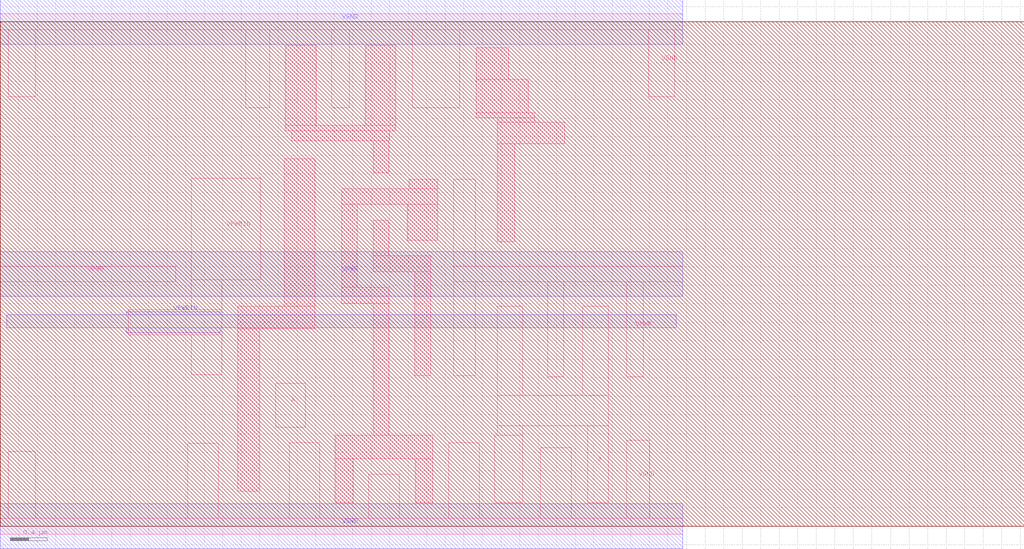
<source format=lef>
# Copyright 2020 The SkyWater PDK Authors
#
# Licensed under the Apache License, Version 2.0 (the "License");
# you may not use this file except in compliance with the License.
# You may obtain a copy of the License at
#
#     https://www.apache.org/licenses/LICENSE-2.0
#
# Unless required by applicable law or agreed to in writing, software
# distributed under the License is distributed on an "AS IS" BASIS,
# WITHOUT WARRANTIES OR CONDITIONS OF ANY KIND, either express or implied.
# See the License for the specific language governing permissions and
# limitations under the License.
#
# SPDX-License-Identifier: Apache-2.0

VERSION 5.7 ;

BUSBITCHARS "[]" ;
DIVIDERCHAR "/" ;

UNITS
  TIME NANOSECONDS 1 ;
  CAPACITANCE PICOFARADS 1 ;
  RESISTANCE OHMS 1 ;
  DATABASE MICRONS 1000 ;
END UNITS

MANUFACTURINGGRID 0.005 ;

# High density, single height
SITE unithd
  SYMMETRY Y ;
  CLASS CORE ;
  SIZE 0.46 BY 2.72 ;
END unithd

# High density, double height
SITE unithddbl
  SYMMETRY Y ;
  CLASS CORE ;
  SIZE 0.46 BY 5.44 ;
END unithddbl

LAYER li1
  TYPE ROUTING ;
  DIRECTION VERTICAL ;

  PITCH 0.46 0.34 ;
  OFFSET 0.23 0.17 ;

  WIDTH 0.17 ;          # LI 1
  # SPACING  0.17 ;     # LI 2
  SPACINGTABLE
     PARALLELRUNLENGTH 0
     WIDTH 0 0.17 ;
  AREA 0.0561 ;         # LI 6
  THICKNESS 0.1 ;
  RESISTANCE RPERSQ 12.2 ;

  ANTENNAMODEL OXIDE1 ;
  ANTENNADIFFSIDEAREARATIO PWL ( ( 0 75 ) ( 0.0125 75 ) ( 0.0225 85.125 ) ( 22.5 10200 ) ) ;
END li1

LAYER mcon
  TYPE CUT ;

  WIDTH 0.17 ;                # Mcon 1
  SPACING 0.19 ;              # Mcon 2
  ENCLOSURE BELOW 0 0 ;       # Mcon 4
  ENCLOSURE ABOVE 0.03 0.06 ; # Met1 4 / Met1 5

  ANTENNADIFFAREARATIO PWL ( ( 0 3 ) ( 0.0125 3 ) ( 0.0225 3.405 ) ( 22.5 408 ) ) ;
  DCCURRENTDENSITY AVERAGE 0.36 ; # mA per via Iavg_max at Tj = 90oC

END mcon

LAYER met1
  TYPE ROUTING ;
  DIRECTION HORIZONTAL ;

  PITCH 0.34 ;
  OFFSET 0.17 ;

  WIDTH 0.14 ;                     # Met1 1
  # SPACING 0.14 ;                 # Met1 2
  # SPACING 0.28 RANGE 3.001 100 ; # Met1 3b
  SPACINGTABLE
     PARALLELRUNLENGTH 0
     WIDTH 0 0.14
     WIDTH 3 0.28 ;
  AREA 0.083 ;                     # Met1 6
  THICKNESS 0.35 ;

  ANTENNAMODEL OXIDE1 ;
  ANTENNADIFFSIDEAREARATIO PWL ( ( 0 400 ) ( 0.0125 400 ) ( 0.0225 2609 ) ( 22.5 11600 ) ) ;

  EDGECAPACITANCE 1.79E-6 ;
  CAPACITANCE CPERSQDIST 25.8E-6 ;
  DCCURRENTDENSITY AVERAGE 2.8 ; # mA/um Iavg_max at Tj = 90oC
  ACCURRENTDENSITY RMS 6.1 ; # mA/um Irms_max at Tj = 90oC
  MAXIMUMDENSITY 70 ;
  DENSITYCHECKWINDOW 700 700 ;
  DENSITYCHECKSTEP 70 ;

  RESISTANCE RPERSQ 0.125 ;
END met1

LAYER via
  TYPE CUT ;
  WIDTH 0.15 ;                  # Via 1a
  SPACING 0.17 ;                # Via 2
  ENCLOSURE BELOW 0.055 0.085 ; # Via 4a / Via 5a
  ENCLOSURE ABOVE 0.055 0.085 ; # Met2 4 / Met2 5

  ANTENNADIFFAREARATIO PWL ( ( 0 6 ) ( 0.0125 6 ) ( 0.0225 6.81 ) ( 22.5 816 ) ) ;
  DCCURRENTDENSITY AVERAGE 0.29 ; # mA per via Iavg_max at Tj = 90oC
END via

LAYER met2
  TYPE ROUTING ;
  DIRECTION VERTICAL ;

  PITCH 0.46 ;
  OFFSET 0.23 ;

  WIDTH 0.14 ;                        # Met2 1
  # SPACING  0.14 ;                   # Met2 2
  # SPACING  0.28 RANGE 3.001 100 ;   # Met2 3b
  SPACINGTABLE
     PARALLELRUNLENGTH 0
     WIDTH 0 0.14
     WIDTH 3 0.28 ;
  AREA 0.0676 ;                       # Met2 6
  THICKNESS 0.35 ;

  CAPACITANCE CPERSQDIST 17.5E-6 ;
  RESISTANCE RPERSQ 0.125 ;
  DCCURRENTDENSITY AVERAGE 2.8 ; # mA/um Iavg_max at Tj = 90oC
  ACCURRENTDENSITY RMS 6.1 ; # mA/um Irms_max at Tj = 90oC

  ANTENNAMODEL OXIDE1 ;
  ANTENNADIFFSIDEAREARATIO PWL ( ( 0 400 ) ( 0.0125 400 ) ( 0.0225 2609 ) ( 22.5 11600 ) ) ;

  MAXIMUMDENSITY 70 ;
  DENSITYCHECKWINDOW 700 700 ;
  DENSITYCHECKSTEP 70 ;
END met2

# ******** Layer via2, type routing, number 44 **************
LAYER via2
  TYPE CUT ;
  WIDTH 0.2 ;                   # Via2 1
  SPACING 0.2 ;                 # Via2 2
  ENCLOSURE BELOW 0.04 0.085 ;  # Via2 4
  ENCLOSURE ABOVE 0.065 0.065 ; # Met3 4
  ANTENNADIFFAREARATIO PWL ( ( 0 6 ) ( 0.0125 6 ) ( 0.0225 6.81 ) ( 22.5 816 ) ) ;
  DCCURRENTDENSITY AVERAGE 0.48 ; # mA per via Iavg_max at Tj = 90oC
END via2

LAYER met3
  TYPE ROUTING ;
  DIRECTION HORIZONTAL ;

  PITCH 0.68 ;
  OFFSET 0.34 ;

  WIDTH 0.3 ;              # Met3 1
  # SPACING 0.3 ;          # Met3 2
  SPACINGTABLE
     PARALLELRUNLENGTH 0
     WIDTH 0 0.3
     WIDTH 3 0.4 ;
  AREA 0.24 ;              # Met3 6
  THICKNESS 0.8 ;

  EDGECAPACITANCE 1.86E-6 ;
  CAPACITANCE CPERSQDIST 12.6E-6 ;
  RESISTANCE RPERSQ 0.047 ;
  DCCURRENTDENSITY AVERAGE 6.8 ; # mA/um Iavg_max at Tj = 90oC
  ACCURRENTDENSITY RMS 14.9 ; # mA/um Irms_max at Tj = 90oC

  ANTENNAMODEL OXIDE1 ;
  ANTENNADIFFSIDEAREARATIO PWL ( ( 0 400 ) ( 0.0125 400 ) ( 0.0225 2609 ) ( 22.5 11600 ) ) ;

  MAXIMUMDENSITY 70 ;
  DENSITYCHECKWINDOW 700 700 ;
  DENSITYCHECKSTEP 70 ;
END met3

LAYER via3
  TYPE CUT ;
  WIDTH 0.2 ;                   # Via3 1
  SPACING 0.2 ;                 # Via3 2
  ENCLOSURE BELOW 0.06 0.09 ;   # Via3 4 / Via3 5
  ENCLOSURE ABOVE 0.065 0.065 ; # Met4 3
  ANTENNADIFFAREARATIO PWL ( ( 0 6 ) ( 0.0125 6 ) ( 0.0225 6.81 ) ( 22.5 816 ) ) ;
  DCCURRENTDENSITY AVERAGE 0.48 ; # mA per via Iavg_max at Tj = 90oC
END via3

LAYER met4
  TYPE ROUTING ;
  DIRECTION VERTICAL ;

  PITCH 0.92 ;
  OFFSET 0.46 ;

  WIDTH 0.3 ;             # Met4 1
  # SPACING  0.3 ;             # Met4 2
  SPACINGTABLE
     PARALLELRUNLENGTH 0
     WIDTH 0 0.3
     WIDTH 3 0.4 ;
  AREA 0.24 ;            # Met4 4a

  THICKNESS 0.8 ;

  EDGECAPACITANCE 1.29E-6 ;
  CAPACITANCE CPERSQDIST 8.67E-6 ;
  RESISTANCE RPERSQ 0.047 ;
  DCCURRENTDENSITY AVERAGE 6.8 ; # mA/um Iavg_max at Tj = 90oC
  ACCURRENTDENSITY RMS 14.9 ; # mA/um Irms_max at Tj = 90oC

  ANTENNAMODEL OXIDE1 ;
  ANTENNADIFFSIDEAREARATIO PWL ( ( 0 400 ) ( 0.0125 400 ) ( 0.0225 2609 ) ( 22.5 11600 ) ) ;

  MAXIMUMDENSITY 70 ;
  DENSITYCHECKWINDOW 700 700 ;
  DENSITYCHECKSTEP 70 ;
END met4

LAYER via4
  TYPE CUT ;

  WIDTH 0.8 ;                 # Via4 1
  SPACING 0.8 ;               # Via4 2
  ENCLOSURE BELOW 0.19 0.19 ; # Via4 4
  ENCLOSURE ABOVE 0.31 0.31 ; # Met5 3
  ANTENNADIFFAREARATIO PWL ( ( 0 6 ) ( 0.0125 6 ) ( 0.0225 6.81 ) ( 22.5 816 ) ) ;
  DCCURRENTDENSITY AVERAGE 2.49 ; # mA per via Iavg_max at Tj = 90oC
END via4

LAYER met5
  TYPE ROUTING ;
  DIRECTION HORIZONTAL ;

  PITCH 3.4 ;
  OFFSET 1.7 ;

  WIDTH 1.6 ;            # Met5 1
  #SPACING  1.6 ;        # Met5 2
  SPACINGTABLE
     PARALLELRUNLENGTH 0
     WIDTH 0 1.6 ;
  AREA 4 ;               # Met5 4

  THICKNESS 1.2 ;

  EDGECAPACITANCE 4.96E-6 ;
  CAPACITANCE CPERSQDIST 6.48E-6 ;
  RESISTANCE RPERSQ 0.0285 ;
  DCCURRENTDENSITY AVERAGE 10.17 ; # mA/um Iavg_max at Tj = 90oC
  ACCURRENTDENSITY RMS 22.34 ; # mA/um Irms_max at Tj = 90oC

  ANTENNAMODEL OXIDE1 ;
  ANTENNADIFFSIDEAREARATIO PWL ( ( 0 400 ) ( 0.0125 400 ) ( 0.0225 2609 ) ( 22.5 11600 ) ) ;
END met5


### Routing via cells section   ###
# Plus via rule, metals are along the prefered direction
VIA L1M1_PR DEFAULT
  LAYER mcon ;
  RECT -0.085 -0.085 0.085 0.085 ;
  LAYER li1 ;
  RECT -0.085 -0.085 0.085 0.085 ;
  LAYER met1 ;
  RECT -0.145 -0.115 0.145 0.115 ;
END L1M1_PR

VIARULE L1M1_PR GENERATE
  LAYER li1 ;
  ENCLOSURE 0 0 ;
  LAYER met1 ;
  ENCLOSURE 0.06 0.03 ;
  LAYER mcon ;
  RECT -0.085 -0.085 0.085 0.085 ;
  SPACING 0.36 BY 0.36 ;
END L1M1_PR

# Plus via rule, metals are along the non prefered direction
VIA L1M1_PR_R DEFAULT
  LAYER mcon ;
  RECT -0.085 -0.085 0.085 0.085 ;
  LAYER li1 ;
  RECT -0.085 -0.085 0.085 0.085 ;
  LAYER met1 ;
  RECT -0.115 -0.145 0.115 0.145 ;
END L1M1_PR_R

VIARULE L1M1_PR_R GENERATE
  LAYER li1 ;
  ENCLOSURE 0 0 ;
  LAYER met1 ;
  ENCLOSURE 0.03 0.06 ;
  LAYER mcon ;
  RECT -0.085 -0.085 0.085 0.085 ;
  SPACING 0.36 BY 0.36 ;
END L1M1_PR_R

# Minus via rule, lower layer metal is along prefered direction
VIA L1M1_PR_M DEFAULT
  LAYER mcon ;
  RECT -0.085 -0.085 0.085 0.085 ;
  LAYER li1 ;
  RECT -0.085 -0.085 0.085 0.085 ;
  LAYER met1 ;
  RECT -0.115 -0.145 0.115 0.145 ;
END L1M1_PR_M

VIARULE L1M1_PR_M GENERATE
  LAYER li1 ;
  ENCLOSURE 0 0 ;
  LAYER met1 ;
  ENCLOSURE 0.03 0.06 ;
  LAYER mcon ;
  RECT -0.085 -0.085 0.085 0.085 ;
  SPACING 0.36 BY 0.36 ;
END L1M1_PR_M

# Minus via rule, upper layer metal is along prefered direction
VIA L1M1_PR_MR DEFAULT
  LAYER mcon ;
  RECT -0.085 -0.085 0.085 0.085 ;
  LAYER li1 ;
  RECT -0.085 -0.085 0.085 0.085 ;
  LAYER met1 ;
  RECT -0.145 -0.115 0.145 0.115 ;
END L1M1_PR_MR

VIARULE L1M1_PR_MR GENERATE
  LAYER li1 ;
  ENCLOSURE 0 0 ;
  LAYER met1 ;
  ENCLOSURE 0.06 0.03 ;
  LAYER mcon ;
  RECT -0.085 -0.085 0.085 0.085 ;
  SPACING 0.36 BY 0.36 ;
END L1M1_PR_MR

# Centered via rule, we really do not want to use it
VIA L1M1_PR_C DEFAULT
  LAYER mcon ;
  RECT -0.085 -0.085 0.085 0.085 ;
  LAYER li1 ;
  RECT -0.085 -0.085 0.085 0.085 ;
  LAYER met1 ;
  RECT -0.145 -0.145 0.145 0.145 ;
END L1M1_PR_C

VIARULE L1M1_PR_C GENERATE
  LAYER li1 ;
  ENCLOSURE 0 0 ;
  LAYER met1 ;
  ENCLOSURE 0.06 0.06 ;
  LAYER mcon ;
  RECT -0.085 -0.085 0.085 0.085 ;
  SPACING 0.36 BY 0.36 ;
END L1M1_PR_C

# Plus via rule, metals are along the prefered direction
VIA M1M2_PR DEFAULT
  LAYER via ;
  RECT -0.075 -0.075 0.075 0.075 ;
  LAYER met1 ;
  RECT -0.16 -0.13 0.16 0.13 ;
  LAYER met2 ;
  RECT -0.13 -0.16 0.13 0.16 ;
END M1M2_PR

VIARULE M1M2_PR GENERATE
  LAYER met1 ;
  ENCLOSURE 0.085 0.055 ;
  LAYER met2 ;
  ENCLOSURE 0.055 0.085 ;
  LAYER via ;
  RECT -0.075 -0.075 0.075 0.075 ;
  SPACING 0.32 BY 0.32 ;
END M1M2_PR

# Plus via rule, metals are along the non prefered direction
VIA M1M2_PR_R DEFAULT
  LAYER via ;
  RECT -0.075 -0.075 0.075 0.075 ;
  LAYER met1 ;
  RECT -0.13 -0.16 0.13 0.16 ;
  LAYER met2 ;
  RECT -0.16 -0.13 0.16 0.13 ;
END M1M2_PR_R

VIARULE M1M2_PR_R GENERATE
  LAYER met1 ;
  ENCLOSURE 0.055 0.085 ;
  LAYER met2 ;
  ENCLOSURE 0.085 0.055 ;
  LAYER via ;
  RECT -0.075 -0.075 0.075 0.075 ;
  SPACING 0.32 BY 0.32 ;
END M1M2_PR_R

# Minus via rule, lower layer metal is along prefered direction
VIA M1M2_PR_M DEFAULT
  LAYER via ;
  RECT -0.075 -0.075 0.075 0.075 ;
  LAYER met1 ;
  RECT -0.16 -0.13 0.16 0.13 ;
  LAYER met2 ;
  RECT -0.16 -0.13 0.16 0.13 ;
END M1M2_PR_M

VIARULE M1M2_PR_M GENERATE
  LAYER met1 ;
  ENCLOSURE 0.085 0.055 ;
  LAYER met2 ;
  ENCLOSURE 0.085 0.055 ;
  LAYER via ;
  RECT -0.075 -0.075 0.075 0.075 ;
  SPACING 0.32 BY 0.32 ;
END M1M2_PR_M

# Minus via rule, upper layer metal is along prefered direction
VIA M1M2_PR_MR DEFAULT
  LAYER via ;
  RECT -0.075 -0.075 0.075 0.075 ;
  LAYER met1 ;
  RECT -0.13 -0.16 0.13 0.16 ;
  LAYER met2 ;
  RECT -0.13 -0.16 0.13 0.16 ;
END M1M2_PR_MR

VIARULE M1M2_PR_MR GENERATE
  LAYER met1 ;
  ENCLOSURE 0.055 0.085 ;
  LAYER met2 ;
  ENCLOSURE 0.055 0.085 ;
  LAYER via ;
  RECT -0.075 -0.075 0.075 0.075 ;
  SPACING 0.32 BY 0.32 ;
END M1M2_PR_MR

# Centered via rule, we really do not want to use it
VIA M1M2_PR_C DEFAULT
  LAYER via ;
  RECT -0.075 -0.075 0.075 0.075 ;
  LAYER met1 ;
  RECT -0.16 -0.16 0.16 0.16 ;
  LAYER met2 ;
  RECT -0.16 -0.16 0.16 0.16 ;
END M1M2_PR_C

VIARULE M1M2_PR_C GENERATE
  LAYER met1 ;
  ENCLOSURE 0.085 0.085 ;
  LAYER met2 ;
  ENCLOSURE 0.085 0.085 ;
  LAYER via ;
  RECT -0.075 -0.075 0.075 0.075 ;
  SPACING 0.32 BY 0.32 ;
END M1M2_PR_C

# Plus via rule, metals are along the prefered direction
VIA M2M3_PR DEFAULT
  LAYER via2 ;
  RECT -0.1 -0.1 0.1 0.1 ;
  LAYER met2 ;
  RECT -0.14 -0.185 0.14 0.185 ;
  LAYER met3 ;
  RECT -0.165 -0.165 0.165 0.165 ;
END M2M3_PR

VIARULE M2M3_PR GENERATE
  LAYER met2 ;
  ENCLOSURE 0.04 0.085 ;
  LAYER met3 ;
  ENCLOSURE 0.065 0.065 ;
  LAYER via2 ;
  RECT -0.1 -0.1 0.1 0.1 ;
  SPACING 0.4 BY 0.4 ;
END M2M3_PR

# Plus via rule, metals are along the non prefered direction
VIA M2M3_PR_R DEFAULT
  LAYER via2 ;
  RECT -0.1 -0.1 0.1 0.1 ;
  LAYER met2 ;
  RECT -0.185 -0.14 0.185 0.14 ;
  LAYER met3 ;
  RECT -0.165 -0.165 0.165 0.165 ;
END M2M3_PR_R

VIARULE M2M3_PR_R GENERATE
  LAYER met2 ;
  ENCLOSURE 0.085 0.04 ;
  LAYER met3 ;
  ENCLOSURE 0.065 0.065 ;
  LAYER via2 ;
  RECT -0.1 -0.1 0.1 0.1 ;
  SPACING 0.4 BY 0.4 ;
END M2M3_PR_R

# Minus via rule, lower layer metal is along prefered direction
VIA M2M3_PR_M DEFAULT
  LAYER via2 ;
  RECT -0.1 -0.1 0.1 0.1 ;
  LAYER met2 ;
  RECT -0.14 -0.185 0.14 0.185 ;
  LAYER met3 ;
  RECT -0.165 -0.165 0.165 0.165 ;
END M2M3_PR_M

VIARULE M2M3_PR_M GENERATE
  LAYER met2 ;
  ENCLOSURE 0.04 0.085 ;
  LAYER met3 ;
  ENCLOSURE 0.065 0.065 ;
  LAYER via2 ;
  RECT -0.1 -0.1 0.1 0.1 ;
  SPACING 0.4 BY 0.4 ;
END M2M3_PR_M

# Minus via rule, upper layer metal is along prefered direction
VIA M2M3_PR_MR DEFAULT
  LAYER via2 ;
  RECT -0.1 -0.1 0.1 0.1 ;
  LAYER met2 ;
  RECT -0.185 -0.14 0.185 0.14 ;
  LAYER met3 ;
  RECT -0.165 -0.165 0.165 0.165 ;
END M2M3_PR_MR

VIARULE M2M3_PR_MR GENERATE
  LAYER met2 ;
  ENCLOSURE 0.085 0.04 ;
  LAYER met3 ;
  ENCLOSURE 0.065 0.065 ;
  LAYER via2 ;
  RECT -0.1 -0.1 0.1 0.1 ;
  SPACING 0.4 BY 0.4 ;
END M2M3_PR_MR

# Centered via rule, we really do not want to use it
VIA M2M3_PR_C DEFAULT
  LAYER via2 ;
  RECT -0.1 -0.1 0.1 0.1 ;
  LAYER met2 ;
  RECT -0.185 -0.185 0.185 0.185 ;
  LAYER met3 ;
  RECT -0.165 -0.165 0.165 0.165 ;
END M2M3_PR_C

VIARULE M2M3_PR_C GENERATE
  LAYER met2 ;
  ENCLOSURE 0.085 0.085 ;
  LAYER met3 ;
  ENCLOSURE 0.065 0.065 ;
  LAYER via2 ;
  RECT -0.1 -0.1 0.1 0.1 ;
  SPACING 0.4 BY 0.4 ;
END M2M3_PR_C

# Plus via rule, metals are along the prefered direction
VIA M3M4_PR DEFAULT
  LAYER via3 ;
  RECT -0.1 -0.1 0.1 0.1 ;
  LAYER met3 ;
  RECT -0.19 -0.16 0.19 0.16 ;
  LAYER met4 ;
  RECT -0.165 -0.165 0.165 0.165 ;
END M3M4_PR

VIARULE M3M4_PR GENERATE
  LAYER met3 ;
  ENCLOSURE 0.09 0.06 ;
  LAYER met4 ;
  ENCLOSURE 0.065 0.065 ;
  LAYER via3 ;
  RECT -0.1 -0.1 0.1 0.1 ;
  SPACING 0.4 BY 0.4 ;
END M3M4_PR

# Plus via rule, metals are along the non prefered direction
VIA M3M4_PR_R DEFAULT
  LAYER via3 ;
  RECT -0.1 -0.1 0.1 0.1 ;
  LAYER met3 ;
  RECT -0.16 -0.19 0.16 0.19 ;
  LAYER met4 ;
  RECT -0.165 -0.165 0.165 0.165 ;
END M3M4_PR_R

VIARULE M3M4_PR_R GENERATE
  LAYER met3 ;
  ENCLOSURE 0.06 0.09 ;
  LAYER met4 ;
  ENCLOSURE 0.065 0.065 ;
  LAYER via3 ;
  RECT -0.1 -0.1 0.1 0.1 ;
  SPACING 0.4 BY 0.4 ;
END M3M4_PR_R

# Minus via rule, lower layer metal is along prefered direction
VIA M3M4_PR_M DEFAULT
  LAYER via3 ;
  RECT -0.1 -0.1 0.1 0.1 ;
  LAYER met3 ;
  RECT -0.19 -0.16 0.19 0.16 ;
  LAYER met4 ;
  RECT -0.165 -0.165 0.165 0.165 ;
END M3M4_PR_M

VIARULE M3M4_PR_M GENERATE
  LAYER met3 ;
  ENCLOSURE 0.09 0.06 ;
  LAYER met4 ;
  ENCLOSURE 0.065 0.065 ;
  LAYER via3 ;
  RECT -0.1 -0.1 0.1 0.1 ;
  SPACING 0.4 BY 0.4 ;
END M3M4_PR_M

# Minus via rule, upper layer metal is along prefered direction
VIA M3M4_PR_MR DEFAULT
  LAYER via3 ;
  RECT -0.1 -0.1 0.1 0.1 ;
  LAYER met3 ;
  RECT -0.16 -0.19 0.16 0.19 ;
  LAYER met4 ;
  RECT -0.165 -0.165 0.165 0.165 ;
END M3M4_PR_MR

VIARULE M3M4_PR_MR GENERATE
  LAYER met3 ;
  ENCLOSURE 0.06 0.09 ;
  LAYER met4 ;
  ENCLOSURE 0.065 0.065 ;
  LAYER via3 ;
  RECT -0.1 -0.1 0.1 0.1 ;
  SPACING 0.4 BY 0.4 ;
END M3M4_PR_MR

# Centered via rule, we really do not want to use it
VIA M3M4_PR_C DEFAULT
  LAYER via3 ;
  RECT -0.1 -0.1 0.1 0.1 ;
  LAYER met3 ;
  RECT -0.19 -0.19 0.19 0.19 ;
  LAYER met4 ;
  RECT -0.165 -0.165 0.165 0.165 ;
END M3M4_PR_C

VIARULE M3M4_PR_C GENERATE
  LAYER met3 ;
  ENCLOSURE 0.09 0.09 ;
  LAYER met4 ;
  ENCLOSURE 0.065 0.065 ;
  LAYER via3 ;
  RECT -0.1 -0.1 0.1 0.1 ;
  SPACING 0.4 BY 0.4 ;
END M3M4_PR_C

# Plus via rule, metals are along the prefered direction
VIA M4M5_PR DEFAULT
  LAYER via4 ;
  RECT -0.4 -0.4 0.4 0.4 ;
  LAYER met4 ;
  RECT -0.59 -0.59 0.59 0.59 ;
  LAYER met5 ;
  RECT -0.71 -0.71 0.71 0.71 ;
END M4M5_PR

VIARULE M4M5_PR GENERATE
  LAYER met4 ;
  ENCLOSURE 0.19 0.19 ;
  LAYER met5 ;
  ENCLOSURE 0.31 0.31 ;
  LAYER via4 ;
  RECT -0.4 -0.4 0.4 0.4 ;
  SPACING 1.6 BY 1.6 ;
END M4M5_PR

# Plus via rule, metals are along the non prefered direction
VIA M4M5_PR_R DEFAULT
  LAYER via4 ;
  RECT -0.4 -0.4 0.4 0.4 ;
  LAYER met4 ;
  RECT -0.59 -0.59 0.59 0.59 ;
  LAYER met5 ;
  RECT -0.71 -0.71 0.71 0.71 ;
END M4M5_PR_R

VIARULE M4M5_PR_R GENERATE
  LAYER met4 ;
  ENCLOSURE 0.19 0.19 ;
  LAYER met5 ;
  ENCLOSURE 0.31 0.31 ;
  LAYER via4 ;
  RECT -0.4 -0.4 0.4 0.4 ;
  SPACING 1.6 BY 1.6 ;
END M4M5_PR_R

# Minus via rule, lower layer metal is along prefered direction
VIA M4M5_PR_M DEFAULT
  LAYER via4 ;
  RECT -0.4 -0.4 0.4 0.4 ;
  LAYER met4 ;
  RECT -0.59 -0.59 0.59 0.59 ;
  LAYER met5 ;
  RECT -0.71 -0.71 0.71 0.71 ;
END M4M5_PR_M

VIARULE M4M5_PR_M GENERATE
  LAYER met4 ;
  ENCLOSURE 0.19 0.19 ;
  LAYER met5 ;
  ENCLOSURE 0.31 0.31 ;
  LAYER via4 ;
  RECT -0.4 -0.4 0.4 0.4 ;
  SPACING 1.6 BY 1.6 ;
END M4M5_PR_M

# Minus via rule, upper layer metal is along prefered direction
VIA M4M5_PR_MR DEFAULT
  LAYER via4 ;
  RECT -0.4 -0.4 0.4 0.4 ;
  LAYER met4 ;
  RECT -0.59 -0.59 0.59 0.59 ;
  LAYER met5 ;
  RECT -0.71 -0.71 0.71 0.71 ;
END M4M5_PR_MR

VIARULE M4M5_PR_MR GENERATE
  LAYER met4 ;
  ENCLOSURE 0.19 0.19 ;
  LAYER met5 ;
  ENCLOSURE 0.31 0.31 ;
  LAYER via4 ;
  RECT -0.4 -0.4 0.4 0.4 ;
  SPACING 1.6 BY 1.6 ;
END M4M5_PR_MR

# Centered via rule, we really do not want to use it
VIA M4M5_PR_C DEFAULT
  LAYER via4 ;
  RECT -0.4 -0.4 0.4 0.4 ;
  LAYER met4 ;
  RECT -0.59 -0.59 0.59 0.59 ;
  LAYER met5 ;
  RECT -0.71 -0.71 0.71 0.71 ;
END M4M5_PR_C

VIARULE M4M5_PR_C GENERATE
  LAYER met4 ;
  ENCLOSURE 0.19 0.19 ;
  LAYER met5 ;
  ENCLOSURE 0.31 0.31 ;
  LAYER via4 ;
  RECT -0.4 -0.4 0.4 0.4 ;
  SPACING 1.6 BY 1.6 ;
END M4M5_PR_C
###  end of single via cells   ###



MACRO sky130_fd_sc_hd__a2111o_1
  CLASS CORE ;
  SOURCE USER ;
  ORIGIN  0.000000  0.000000 ;
  SIZE 7.82 BY 2.72 ;
  SYMMETRY X Y R90 ;
  SITE unithd ;
  PIN A1
    ANTENNAGATEAREA  0.247500 ;
    DIRECTION INPUT ;
    USE SIGNAL ;
    PORT
      LAYER li1 ;
        RECT 2.905 0.995 3.29 1.325 ;
        RECT 2.985 0.285 3.54 0.845 ;
        RECT 2.985 0.845 3.29 0.995 ;
    END
  END A1
  PIN A2
    ANTENNAGATEAREA  0.247500 ;
    DIRECTION INPUT ;
    USE SIGNAL ;
    PORT
      LAYER li1 ;
        RECT 3.51 1.025 4.01 1.29 ;
    END
  END A2
  PIN B1
    ANTENNAGATEAREA  0.247500 ;
    DIRECTION INPUT ;
    USE SIGNAL ;
    PORT
      LAYER li1 ;
        RECT 2.4 0.995 2.68 2.465 ;
    END
  END B1
  PIN C1
    ANTENNAGATEAREA  0.247500 ;
    DIRECTION INPUT ;
    USE SIGNAL ;
    PORT
      LAYER li1 ;
        RECT 1.89 1.05 2.22 2.465 ;
    END
  END C1
  PIN D1
    ANTENNAGATEAREA  0.247500 ;
    DIRECTION INPUT ;
    USE SIGNAL ;
    PORT
      LAYER li1 ;
        RECT 1.29 1.05 1.72 1.29 ;
        RECT 1.515 1.29 1.72 2.465 ;
    END
  END D1
  PIN X
    ANTENNADIFFAREA  0.504500 ;
    DIRECTION OUTPUT ;
    USE SIGNAL ;
    PORT
      LAYER li1 ;
        RECT 0.135 0.255 0.465 1.62 ;
        RECT 0.135 1.62 0.39 2.46 ;
    END
  END X
  PIN VGND
    DIRECTION INOUT ;
    SHAPE ABUTMENT ;
    USE GROUND ;
    PORT
      LAYER li1 ;
        RECT 0 -0.085 4.14 0.085 ;
        RECT 0.635 0.085 1.31 0.47 ;
        RECT 2.085 0.085 2.43 0.485 ;
        RECT 3.715 0.085 3.955 0.76 ;
    END
    PORT
      LAYER met1 ;
        RECT 0 -0.24 4.14 0.24 ;
    END
  END VGND
  PIN VPWR
    DIRECTION INOUT ;
    SHAPE ABUTMENT ;
    USE POWER ;
    PORT
      LAYER li1 ;
        RECT 0 2.635 4.14 2.805 ;
        RECT 0.565 1.815 0.895 2.635 ;
        RECT 3.325 1.835 3.54 2.635 ;
    END
    PORT
      LAYER met1 ;
        RECT 0 2.48 4.14 2.96 ;
    END
  END VPWR
  OBS
    LAYER li1 ;
      RECT 0.695 0.65 1.915 0.655 ;
      RECT 0.695 0.655 2.805 0.825 ;
      RECT 0.695 0.825 0.915 1.465 ;
      RECT 0.695 1.465 1.345 1.645 ;
      RECT 1.135 1.645 1.345 2.46 ;
      RECT 1.585 0.26 1.915 0.65 ;
      RECT 2.6 0.26 2.805 0.655 ;
      RECT 2.86 1.495 3.99 1.665 ;
      RECT 2.86 1.665 3.145 2.46 ;
      RECT 3.72 1.665 3.99 2.46 ;
  END
END sky130_fd_sc_hd__a2111o_1
MACRO sky130_fd_sc_hd__a2111o_2
  CLASS CORE ;
  SOURCE USER ;
  ORIGIN  0.000000  0.000000 ;
  SIZE 8.28 BY 2.72 ;
  SYMMETRY X Y R90 ;
  SITE unithd ;
  PIN A1
    ANTENNAGATEAREA  0.247500 ;
    DIRECTION INPUT ;
    USE SIGNAL ;
    PORT
      LAYER li1 ;
        RECT 3.365 0.955 3.775 1.74 ;
        RECT 3.505 0.29 3.995 0.825 ;
        RECT 3.505 0.825 3.775 0.955 ;
    END
  END A1
  PIN A2
    ANTENNAGATEAREA  0.247500 ;
    DIRECTION INPUT ;
    USE SIGNAL ;
    PORT
      LAYER li1 ;
        RECT 3.945 0.995 4.515 1.74 ;
    END
  END A2
  PIN B1
    ANTENNAGATEAREA  0.247500 ;
    DIRECTION INPUT ;
    USE SIGNAL ;
    PORT
      LAYER li1 ;
        RECT 2.905 0.995 3.195 1.74 ;
    END
  END B1
  PIN C1
    ANTENNAGATEAREA  0.247500 ;
    DIRECTION INPUT ;
    USE SIGNAL ;
    PORT
      LAYER li1 ;
        RECT 2.425 0.995 2.735 2.355 ;
    END
  END C1
  PIN D1
    ANTENNAGATEAREA  0.247500 ;
    DIRECTION INPUT ;
    USE SIGNAL ;
    PORT
      LAYER li1 ;
        RECT 1.885 0.995 2.255 1.325 ;
        RECT 1.96 1.325 2.255 2.355 ;
    END
  END D1
  PIN X
    ANTENNADIFFAREA  0.462000 ;
    DIRECTION OUTPUT ;
    USE SIGNAL ;
    PORT
      LAYER li1 ;
        RECT 0.605 0.255 0.895 2.39 ;
    END
  END X
  PIN VGND
    DIRECTION INOUT ;
    SHAPE ABUTMENT ;
    USE GROUND ;
    PORT
      LAYER li1 ;
        RECT 0 -0.085 4.6 0.085 ;
        RECT 0.085 0.085 0.435 0.885 ;
        RECT 1.065 0.085 2.01 0.445 ;
        RECT 1.065 0.445 1.325 0.865 ;
        RECT 2.59 0.085 2.92 0.445 ;
        RECT 4.165 0.085 4.515 0.805 ;
    END
    PORT
      LAYER met1 ;
        RECT 0 -0.24 4.6 0.24 ;
    END
  END VGND
  PIN VPWR
    DIRECTION INOUT ;
    SHAPE ABUTMENT ;
    USE POWER ;
    PORT
      LAYER li1 ;
        RECT 0 2.635 4.6 2.805 ;
        RECT 0.085 1.635 0.435 2.635 ;
        RECT 1.065 1.495 1.315 2.635 ;
        RECT 3.59 2.255 3.92 2.635 ;
    END
    PORT
      LAYER met1 ;
        RECT 0 2.48 4.6 2.96 ;
    END
  END VPWR
  OBS
    LAYER li1 ;
      RECT 1.065 1.075 1.705 1.325 ;
      RECT 1.495 0.615 3.335 0.785 ;
      RECT 1.495 0.785 1.705 1.075 ;
      RECT 1.495 1.325 1.705 1.495 ;
      RECT 1.495 1.495 1.785 2.465 ;
      RECT 2.18 0.255 2.42 0.615 ;
      RECT 3.07 1.915 4.515 2.085 ;
      RECT 3.07 2.085 3.4 2.465 ;
      RECT 3.09 0.255 3.335 0.615 ;
      RECT 4.09 2.085 4.515 2.465 ;
  END
END sky130_fd_sc_hd__a2111o_2
MACRO sky130_fd_sc_hd__a2111o_4
  CLASS CORE ;
  SOURCE USER ;
  ORIGIN  0.000000  0.000000 ;
  SIZE 11.5 BY 2.72 ;
  SYMMETRY X Y R90 ;
  SITE unithd ;
  PIN A1
    ANTENNAGATEAREA  0.495000 ;
    DIRECTION INPUT ;
    USE SIGNAL ;
    PORT
      LAYER li1 ;
        RECT 3.825 1.075 4.495 1.275 ;
    END
  END A1
  PIN A2
    ANTENNAGATEAREA  0.495000 ;
    DIRECTION INPUT ;
    USE SIGNAL ;
    PORT
      LAYER li1 ;
        RECT 4.675 1.075 5.625 1.275 ;
    END
  END A2
  PIN B1
    ANTENNAGATEAREA  0.495000 ;
    DIRECTION INPUT ;
    USE SIGNAL ;
    PORT
      LAYER li1 ;
        RECT 2.45 0.975 3.255 1.285 ;
    END
  END B1
  PIN C1
    ANTENNAGATEAREA  0.495000 ;
    DIRECTION INPUT ;
    USE SIGNAL ;
    PORT
      LAYER li1 ;
        RECT 1.04 0.975 2.28 1.285 ;
    END
  END C1
  PIN D1
    ANTENNAGATEAREA  0.495000 ;
    DIRECTION INPUT ;
    USE SIGNAL ;
    PORT
      LAYER li1 ;
        RECT 0.085 0.975 0.37 1.625 ;
    END
  END D1
  PIN X
    ANTENNADIFFAREA  0.924000 ;
    DIRECTION OUTPUT ;
    USE SIGNAL ;
    PORT
      LAYER li1 ;
        RECT 6.165 0.255 6.355 0.635 ;
        RECT 6.165 0.635 7.735 0.805 ;
        RECT 6.165 1.465 7.735 1.635 ;
        RECT 6.165 1.635 7.215 1.715 ;
        RECT 6.165 1.715 6.355 2.465 ;
        RECT 7.025 0.255 7.215 0.635 ;
        RECT 7.025 1.715 7.215 2.465 ;
        RECT 7.49 0.805 7.735 1.465 ;
    END
  END X
  PIN VGND
    DIRECTION INOUT ;
    SHAPE ABUTMENT ;
    USE GROUND ;
    PORT
      LAYER li1 ;
        RECT 0 -0.085 7.82 0.085 ;
        RECT 0.61 0.085 0.94 0.465 ;
        RECT 1.51 0.085 1.84 0.445 ;
        RECT 2.42 0.085 3.295 0.445 ;
        RECT 4.805 0.085 5.14 0.445 ;
        RECT 5.665 0.085 5.995 0.515 ;
        RECT 6.525 0.085 6.855 0.445 ;
        RECT 7.385 0.085 7.715 0.465 ;
    END
    PORT
      LAYER met1 ;
        RECT 0 -0.24 7.82 0.24 ;
    END
  END VGND
  PIN VPWR
    DIRECTION INOUT ;
    SHAPE ABUTMENT ;
    USE POWER ;
    PORT
      LAYER li1 ;
        RECT 0 2.635 7.82 2.805 ;
        RECT 3.865 2.165 4.195 2.635 ;
        RECT 4.805 2.255 5.14 2.635 ;
        RECT 5.665 1.8 5.995 2.635 ;
        RECT 6.525 1.885 6.855 2.635 ;
        RECT 7.385 1.805 7.715 2.635 ;
    END
    PORT
      LAYER met1 ;
        RECT 0 2.48 7.82 2.96 ;
    END
  END VPWR
  OBS
    LAYER li1 ;
      RECT 0.11 1.795 0.37 2.295 ;
      RECT 0.11 2.295 2.16 2.465 ;
      RECT 0.18 0.255 0.44 0.635 ;
      RECT 0.18 0.635 3.655 0.805 ;
      RECT 0.54 0.805 0.87 2.125 ;
      RECT 1.04 1.455 1.23 2.295 ;
      RECT 1.11 0.255 1.34 0.615 ;
      RECT 1.11 0.615 3.655 0.635 ;
      RECT 1.4 1.455 3.1 1.625 ;
      RECT 1.4 1.625 1.73 2.125 ;
      RECT 1.9 1.795 2.16 2.295 ;
      RECT 2.015 0.255 2.24 0.615 ;
      RECT 2.34 1.795 2.675 2.295 ;
      RECT 2.34 2.295 3.65 2.465 ;
      RECT 2.845 1.625 3.1 2.125 ;
      RECT 3.32 1.795 5.495 1.995 ;
      RECT 3.32 1.995 3.65 2.295 ;
      RECT 3.465 0.255 4.585 0.445 ;
      RECT 3.465 0.445 3.655 0.615 ;
      RECT 3.465 0.805 3.655 1.445 ;
      RECT 3.465 1.445 5.975 1.625 ;
      RECT 3.825 0.615 5.495 0.785 ;
      RECT 4.365 1.995 4.625 2.415 ;
      RECT 5.31 0.255 5.495 0.615 ;
      RECT 5.31 1.995 5.495 2.465 ;
      RECT 5.795 1.075 7.32 1.245 ;
      RECT 5.795 1.245 5.975 1.445 ;
  END
END sky130_fd_sc_hd__a2111o_4
MACRO sky130_fd_sc_hd__a2111oi_0
  CLASS CORE ;
  SOURCE USER ;
  ORIGIN  0.000000  0.000000 ;
  SIZE 6.9 BY 2.72 ;
  SYMMETRY X Y R90 ;
  SITE unithd ;
  PIN A1
    ANTENNAGATEAREA  0.159000 ;
    DIRECTION INPUT ;
    USE SIGNAL ;
    PORT
      LAYER li1 ;
        RECT 2.035 1.07 2.625 1.4 ;
        RECT 2.355 0.66 2.625 1.07 ;
        RECT 2.355 1.4 2.625 1.735 ;
    END
  END A1
  PIN A2
    ANTENNAGATEAREA  0.159000 ;
    DIRECTION INPUT ;
    USE SIGNAL ;
    PORT
      LAYER li1 ;
        RECT 2.795 0.65 3.135 1.735 ;
    END
  END A2
  PIN B1
    ANTENNAGATEAREA  0.159000 ;
    DIRECTION INPUT ;
    USE SIGNAL ;
    PORT
      LAYER li1 ;
        RECT 1.495 1.055 1.845 1.735 ;
    END
  END B1
  PIN C1
    ANTENNAGATEAREA  0.159000 ;
    DIRECTION INPUT ;
    USE SIGNAL ;
    PORT
      LAYER li1 ;
        RECT 0.955 1.055 1.325 2.36 ;
    END
  END C1
  PIN D1
    ANTENNAGATEAREA  0.159000 ;
    DIRECTION INPUT ;
    USE SIGNAL ;
    PORT
      LAYER li1 ;
        RECT 0.085 0.73 0.435 1.655 ;
    END
  END D1
  PIN Y
    ANTENNADIFFAREA  0.424000 ;
    DIRECTION OUTPUT ;
    USE SIGNAL ;
    PORT
      LAYER li1 ;
        RECT 0.36 1.825 0.785 2.465 ;
        RECT 0.605 0.635 2.04 0.885 ;
        RECT 0.605 0.885 0.785 1.825 ;
        RECT 0.785 0.255 1.04 0.615 ;
        RECT 0.785 0.615 2.04 0.635 ;
        RECT 1.71 0.28 2.04 0.615 ;
    END
  END Y
  PIN VGND
    DIRECTION INOUT ;
    SHAPE ABUTMENT ;
    USE GROUND ;
    PORT
      LAYER li1 ;
        RECT 0 -0.085 3.22 0.085 ;
        RECT 0.285 0.085 0.615 0.465 ;
        RECT 1.21 0.085 1.54 0.445 ;
        RECT 2.47 0.085 2.8 0.48 ;
    END
    PORT
      LAYER met1 ;
        RECT 0 -0.24 3.22 0.24 ;
    END
  END VGND
  PIN VPWR
    DIRECTION INOUT ;
    SHAPE ABUTMENT ;
    USE POWER ;
    PORT
      LAYER li1 ;
        RECT 0 2.635 3.22 2.805 ;
        RECT 2.04 2.255 2.37 2.635 ;
    END
    PORT
      LAYER met1 ;
        RECT 0 2.48 3.22 2.96 ;
    END
  END VPWR
  OBS
    LAYER li1 ;
      RECT 1.54 1.905 2.87 2.085 ;
      RECT 1.54 2.085 1.87 2.465 ;
      RECT 2.54 2.085 2.87 2.465 ;
  END
END sky130_fd_sc_hd__a2111oi_0
MACRO sky130_fd_sc_hd__a2111oi_1
  CLASS CORE ;
  SOURCE USER ;
  ORIGIN  0.000000  0.000000 ;
  SIZE 7.36 BY 2.72 ;
  SYMMETRY X Y R90 ;
  SITE unithd ;
  PIN A1
    ANTENNAGATEAREA  0.247500 ;
    DIRECTION INPUT ;
    USE SIGNAL ;
    PORT
      LAYER li1 ;
        RECT 2.44 0.995 2.725 1.4 ;
    END
  END A1
  PIN A2
    ANTENNAGATEAREA  0.247500 ;
    DIRECTION INPUT ;
    USE SIGNAL ;
    PORT
      LAYER li1 ;
        RECT 2.905 0.35 3.09 1.02 ;
        RECT 2.905 1.02 3.54 1.29 ;
    END
  END A2
  PIN B1
    ANTENNAGATEAREA  0.247500 ;
    DIRECTION INPUT ;
    USE SIGNAL ;
    PORT
      LAYER li1 ;
        RECT 1.94 1.05 2.27 1.4 ;
        RECT 1.94 1.4 2.215 2.455 ;
    END
  END B1
  PIN C1
    ANTENNAGATEAREA  0.247500 ;
    DIRECTION INPUT ;
    USE SIGNAL ;
    PORT
      LAYER li1 ;
        RECT 1.435 1.05 1.77 2.455 ;
    END
  END C1
  PIN D1
    ANTENNAGATEAREA  0.247500 ;
    DIRECTION INPUT ;
    USE SIGNAL ;
    PORT
      LAYER li1 ;
        RECT 0.785 1.05 1.235 2.455 ;
    END
  END D1
  PIN Y
    ANTENNADIFFAREA  1.388750 ;
    DIRECTION OUTPUT ;
    USE SIGNAL ;
    PORT
      LAYER li1 ;
        RECT 0.145 0.7 1.375 0.705 ;
        RECT 0.145 0.705 2.42 0.815 ;
        RECT 0.145 0.815 2.3 0.88 ;
        RECT 0.145 0.88 0.53 2.46 ;
        RECT 1.045 0.26 1.375 0.7 ;
        RECT 2.09 0.305 2.42 0.705 ;
    END
  END Y
  PIN VGND
    DIRECTION INOUT ;
    SHAPE ABUTMENT ;
    USE GROUND ;
    PORT
      LAYER li1 ;
        RECT 0 -0.085 3.68 0.085 ;
        RECT 0.315 0.085 0.63 0.525 ;
        RECT 1.55 0.085 1.88 0.535 ;
        RECT 3.27 0.085 3.51 0.76 ;
    END
    PORT
      LAYER met1 ;
        RECT 0 -0.24 3.68 0.24 ;
    END
  END VGND
  PIN VPWR
    DIRECTION INOUT ;
    SHAPE ABUTMENT ;
    USE POWER ;
    PORT
      LAYER li1 ;
        RECT 0 2.635 3.68 2.805 ;
        RECT 2.8 1.92 3.13 2.635 ;
    END
    PORT
      LAYER met1 ;
        RECT 0 2.48 3.68 2.96 ;
    END
  END VPWR
  OBS
    LAYER li1 ;
      RECT 2.395 1.58 3.505 1.75 ;
      RECT 2.395 1.75 2.625 2.46 ;
      RECT 3.31 1.75 3.505 2.46 ;
  END
END sky130_fd_sc_hd__a2111oi_1
MACRO sky130_fd_sc_hd__a2111oi_2
  CLASS CORE ;
  SOURCE USER ;
  ORIGIN  0.000000  0.000000 ;
  SIZE 9.2 BY 2.72 ;
  SYMMETRY X Y R90 ;
  SITE unithd ;
  PIN A1
    ANTENNAGATEAREA  0.495000 ;
    DIRECTION INPUT ;
    USE SIGNAL ;
    PORT
      LAYER li1 ;
        RECT 3.465 0.985 3.715 1.445 ;
        RECT 3.465 1.445 5.29 1.675 ;
        RECT 4.895 0.995 5.29 1.445 ;
    END
  END A1
  PIN A2
    ANTENNAGATEAREA  0.495000 ;
    DIRECTION INPUT ;
    USE SIGNAL ;
    PORT
      LAYER li1 ;
        RECT 3.97 1.015 4.725 1.275 ;
    END
  END A2
  PIN B1
    ANTENNAGATEAREA  0.495000 ;
    DIRECTION INPUT ;
    USE SIGNAL ;
    PORT
      LAYER li1 ;
        RECT 2.185 1.03 2.855 1.275 ;
    END
  END B1
  PIN C1
    ANTENNAGATEAREA  0.495000 ;
    DIRECTION INPUT ;
    USE SIGNAL ;
    PORT
      LAYER li1 ;
        RECT 0.125 1.045 0.455 1.445 ;
        RECT 0.125 1.445 1.8 1.68 ;
        RECT 1.615 1.03 1.975 1.275 ;
        RECT 1.615 1.275 1.8 1.445 ;
    END
  END C1
  PIN D1
    ANTENNAGATEAREA  0.495000 ;
    DIRECTION INPUT ;
    USE SIGNAL ;
    PORT
      LAYER li1 ;
        RECT 0.755 1.075 1.425 1.275 ;
    END
  END D1
  PIN Y
    ANTENNADIFFAREA  1.212750 ;
    DIRECTION OUTPUT ;
    USE SIGNAL ;
    PORT
      LAYER li1 ;
        RECT 0.12 0.255 0.38 0.615 ;
        RECT 0.12 0.615 5.355 0.805 ;
        RECT 0.12 0.805 3.255 0.845 ;
        RECT 0.9 1.85 2.14 2.105 ;
        RECT 1.05 0.255 1.295 0.615 ;
        RECT 1.965 0.255 2.295 0.615 ;
        RECT 1.97 1.445 3.255 1.625 ;
        RECT 1.97 1.625 2.14 1.85 ;
        RECT 2.965 0.275 3.295 0.615 ;
        RECT 3.025 0.845 3.255 1.445 ;
        RECT 5.02 0.295 5.355 0.615 ;
    END
  END Y
  PIN VGND
    DIRECTION INOUT ;
    SHAPE ABUTMENT ;
    USE GROUND ;
    PORT
      LAYER li1 ;
        RECT 0 -0.085 5.52 0.085 ;
        RECT 0.55 0.085 0.88 0.445 ;
        RECT 1.465 0.085 1.795 0.445 ;
        RECT 2.465 0.085 2.795 0.445 ;
        RECT 4.125 0.085 4.455 0.445 ;
    END
    PORT
      LAYER met1 ;
        RECT 0 -0.24 5.52 0.24 ;
    END
  END VGND
  PIN VPWR
    DIRECTION INOUT ;
    SHAPE ABUTMENT ;
    USE POWER ;
    PORT
      LAYER li1 ;
        RECT 0 2.635 5.52 2.805 ;
        RECT 3.69 2.275 4.02 2.635 ;
        RECT 4.57 2.275 4.9 2.635 ;
    END
    PORT
      LAYER met1 ;
        RECT 0 2.48 5.52 2.96 ;
    END
  END VPWR
  OBS
    LAYER li1 ;
      RECT 0.1 1.87 0.46 2.275 ;
      RECT 0.1 2.275 2.185 2.295 ;
      RECT 0.1 2.295 2.985 2.465 ;
      RECT 2.31 1.795 3.335 1.845 ;
      RECT 2.31 1.845 5.4 1.965 ;
      RECT 2.31 1.965 2.64 2.06 ;
      RECT 2.815 2.135 2.985 2.295 ;
      RECT 3.155 1.965 5.4 2.095 ;
      RECT 3.155 2.095 3.52 2.465 ;
      RECT 4.19 2.095 5.4 2.105 ;
      RECT 4.19 2.105 4.4 2.465 ;
      RECT 5.07 2.105 5.4 2.465 ;
  END
END sky130_fd_sc_hd__a2111oi_2
MACRO sky130_fd_sc_hd__a2111oi_4
  CLASS CORE ;
  SOURCE USER ;
  ORIGIN  0.000000  0.000000 ;
  SIZE 13.8 BY 2.72 ;
  SYMMETRY X Y R90 ;
  SITE unithd ;
  PIN A1
    ANTENNAGATEAREA  0.990000 ;
    DIRECTION INPUT ;
    USE SIGNAL ;
    PORT
      LAYER li1 ;
        RECT 6.095 1.02 7.745 1.275 ;
    END
  END A1
  PIN A2
    ANTENNAGATEAREA  0.990000 ;
    DIRECTION INPUT ;
    USE SIGNAL ;
    PORT
      LAYER li1 ;
        RECT 7.96 1.02 9.99 1.275 ;
    END
  END A2
  PIN B1
    ANTENNAGATEAREA  0.990000 ;
    DIRECTION INPUT ;
    USE SIGNAL ;
    PORT
      LAYER li1 ;
        RECT 3.955 1.02 5.65 1.275 ;
    END
  END B1
  PIN C1
    ANTENNAGATEAREA  0.990000 ;
    DIRECTION INPUT ;
    USE SIGNAL ;
    PORT
      LAYER li1 ;
        RECT 2.055 1.02 3.745 1.275 ;
    END
  END C1
  PIN D1
    ANTENNAGATEAREA  0.990000 ;
    DIRECTION INPUT ;
    USE SIGNAL ;
    PORT
      LAYER li1 ;
        RECT 0.495 1.02 1.845 1.275 ;
    END
  END D1
  PIN Y
    ANTENNADIFFAREA  2.009500 ;
    DIRECTION OUTPUT ;
    USE SIGNAL ;
    PORT
      LAYER li1 ;
        RECT 0.145 0.615 7.62 0.785 ;
        RECT 0.145 0.785 0.32 1.475 ;
        RECT 0.145 1.475 1.72 1.655 ;
        RECT 0.53 1.655 1.72 1.685 ;
        RECT 0.53 1.685 0.86 2.085 ;
        RECT 0.615 0.455 0.79 0.615 ;
        RECT 1.39 1.685 1.72 2.085 ;
        RECT 1.46 0.455 1.65 0.615 ;
        RECT 2.4 0.455 2.59 0.615 ;
        RECT 3.26 0.455 3.51 0.615 ;
        RECT 4.18 0.455 4.42 0.615 ;
        RECT 5.09 0.455 5.275 0.615 ;
    END
  END Y
  PIN VGND
    DIRECTION INOUT ;
    SHAPE ABUTMENT ;
    USE GROUND ;
    PORT
      LAYER li1 ;
        RECT 0 -0.085 10.12 0.085 ;
        RECT 0.115 0.085 0.445 0.445 ;
        RECT 0.96 0.085 1.29 0.445 ;
        RECT 1.82 0.085 2.23 0.445 ;
        RECT 2.76 0.085 3.09 0.445 ;
        RECT 3.68 0.085 4.01 0.445 ;
        RECT 4.59 0.085 4.92 0.445 ;
        RECT 5.445 0.085 5.78 0.445 ;
        RECT 8.245 0.085 8.575 0.445 ;
        RECT 9.105 0.085 9.435 0.445 ;
    END
    PORT
      LAYER met1 ;
        RECT 0 -0.24 10.12 0.24 ;
    END
  END VGND
  PIN VPWR
    DIRECTION INOUT ;
    SHAPE ABUTMENT ;
    USE POWER ;
    PORT
      LAYER li1 ;
        RECT 0 2.635 10.12 2.805 ;
        RECT 6.22 1.785 6.55 2.635 ;
        RECT 7.08 1.805 7.41 2.635 ;
        RECT 8.08 1.895 8.41 2.635 ;
        RECT 9.03 1.915 9.36 2.635 ;
    END
    PORT
      LAYER met1 ;
        RECT 0 2.48 10.12 2.96 ;
    END
  END VPWR
  OBS
    LAYER li1 ;
      RECT 0.1 1.835 0.36 2.255 ;
      RECT 0.1 2.255 3.87 2.445 ;
      RECT 1.03 1.855 1.22 2.255 ;
      RECT 1.89 1.855 2.08 2.255 ;
      RECT 2.25 1.475 5.68 1.655 ;
      RECT 2.25 1.655 3.44 1.685 ;
      RECT 2.25 1.685 2.58 2.085 ;
      RECT 2.75 1.855 2.94 2.255 ;
      RECT 3.11 1.685 3.44 2.085 ;
      RECT 3.61 1.835 3.87 2.255 ;
      RECT 4.06 1.835 4.32 2.255 ;
      RECT 4.06 2.255 5.18 2.275 ;
      RECT 4.06 2.275 6.05 2.445 ;
      RECT 4.49 1.655 5.68 1.685 ;
      RECT 4.49 1.685 4.82 2.085 ;
      RECT 4.99 1.855 5.18 2.255 ;
      RECT 5.35 1.685 5.68 2.085 ;
      RECT 5.86 1.445 9.77 1.615 ;
      RECT 5.86 1.615 6.05 2.275 ;
      RECT 5.98 0.275 8.075 0.445 ;
      RECT 6.72 1.615 6.91 2.315 ;
      RECT 7.58 1.615 9.77 1.665 ;
      RECT 7.58 1.665 7.91 2.315 ;
      RECT 7.885 0.445 8.075 0.615 ;
      RECT 7.885 0.615 9.865 0.785 ;
      RECT 8.58 1.665 9.77 1.67 ;
      RECT 8.58 1.67 8.84 2.29 ;
      RECT 8.745 0.3 8.935 0.615 ;
      RECT 9.53 1.67 9.77 2.26 ;
      RECT 9.605 0.29 9.865 0.615 ;
  END
END sky130_fd_sc_hd__a2111oi_4
MACRO sky130_fd_sc_hd__a211o_1
  CLASS CORE ;
  SOURCE USER ;
  ORIGIN  0.000000  0.000000 ;
  SIZE 6.9 BY 2.72 ;
  SYMMETRY X Y R90 ;
  SITE unithd ;
  PIN A1
    ANTENNAGATEAREA  0.247500 ;
    DIRECTION INPUT ;
    USE SIGNAL ;
    PORT
      LAYER li1 ;
        RECT 1.485 0.995 2.06 1.325 ;
    END
  END A1
  PIN A2
    ANTENNAGATEAREA  0.247500 ;
    DIRECTION INPUT ;
    USE SIGNAL ;
    PORT
      LAYER li1 ;
        RECT 1.025 0.995 1.305 1.325 ;
    END
  END A2
  PIN B1
    ANTENNAGATEAREA  0.247500 ;
    DIRECTION INPUT ;
    USE SIGNAL ;
    PORT
      LAYER li1 ;
        RECT 2.24 0.995 2.675 1.325 ;
    END
  END B1
  PIN C1
    ANTENNAGATEAREA  0.247500 ;
    DIRECTION INPUT ;
    USE SIGNAL ;
    PORT
      LAYER li1 ;
        RECT 2.855 0.995 3.125 1.325 ;
    END
  END C1
  PIN X
    ANTENNADIFFAREA  0.437250 ;
    DIRECTION OUTPUT ;
    USE SIGNAL ;
    PORT
      LAYER li1 ;
        RECT 0.09 0.265 0.425 1.685 ;
        RECT 0.09 1.685 0.355 2.455 ;
    END
  END X
  PIN VGND
    DIRECTION INOUT ;
    SHAPE ABUTMENT ;
    USE GROUND ;
    PORT
      LAYER li1 ;
        RECT 0 -0.085 3.22 0.085 ;
        RECT 0.605 0.085 1.35 0.455 ;
        RECT 2.35 0.085 2.68 0.455 ;
    END
    PORT
      LAYER met1 ;
        RECT 0 -0.24 3.22 0.24 ;
    END
  END VGND
  PIN VPWR
    DIRECTION INOUT ;
    SHAPE ABUTMENT ;
    USE POWER ;
    PORT
      LAYER li1 ;
        RECT 0 2.635 3.22 2.805 ;
        RECT 0.525 1.915 0.855 2.635 ;
        RECT 1.475 2.265 1.805 2.635 ;
    END
    PORT
      LAYER met1 ;
        RECT 0 2.48 3.22 2.96 ;
    END
  END VPWR
  OBS
    LAYER li1 ;
      RECT 0.6 0.625 3.085 0.815 ;
      RECT 0.6 0.815 0.825 1.505 ;
      RECT 0.6 1.505 3.095 1.685 ;
      RECT 1.045 1.865 2.235 2.095 ;
      RECT 1.045 2.095 1.305 2.455 ;
      RECT 1.915 0.265 2.17 0.625 ;
      RECT 1.975 2.095 2.235 2.455 ;
      RECT 2.805 1.685 3.095 2.455 ;
      RECT 2.86 0.265 3.085 0.625 ;
  END
END sky130_fd_sc_hd__a211o_1
MACRO sky130_fd_sc_hd__a211o_2
  CLASS CORE ;
  SOURCE USER ;
  ORIGIN  0.000000  0.000000 ;
  SIZE 7.36 BY 2.72 ;
  SYMMETRY X Y R90 ;
  SITE unithd ;
  PIN A1
    ANTENNAGATEAREA  0.247500 ;
    DIRECTION INPUT ;
    USE SIGNAL ;
    PORT
      LAYER li1 ;
        RECT 1.98 1.045 2.45 1.275 ;
    END
  END A1
  PIN A2
    ANTENNAGATEAREA  0.247500 ;
    DIRECTION INPUT ;
    USE SIGNAL ;
    PORT
      LAYER li1 ;
        RECT 1.48 1.045 1.81 1.275 ;
    END
  END A2
  PIN B1
    ANTENNAGATEAREA  0.247500 ;
    DIRECTION INPUT ;
    USE SIGNAL ;
    PORT
      LAYER li1 ;
        RECT 2.62 1.045 3.07 1.275 ;
    END
  END B1
  PIN C1
    ANTENNAGATEAREA  0.247500 ;
    DIRECTION INPUT ;
    USE SIGNAL ;
    PORT
      LAYER li1 ;
        RECT 3.26 1.045 3.595 1.275 ;
    END
  END C1
  PIN X
    ANTENNADIFFAREA  0.452000 ;
    DIRECTION OUTPUT ;
    USE SIGNAL ;
    PORT
      LAYER li1 ;
        RECT 0.555 0.255 0.775 0.635 ;
        RECT 0.555 0.635 0.785 2.335 ;
    END
  END X
  PIN VGND
    DIRECTION INOUT ;
    SHAPE ABUTMENT ;
    USE GROUND ;
    PORT
      LAYER li1 ;
        RECT 0 -0.085 3.68 0.085 ;
        RECT 0.09 0.085 0.385 0.905 ;
        RECT 0.945 0.085 1.795 0.445 ;
        RECT 2.81 0.085 3.085 0.525 ;
    END
    PORT
      LAYER met1 ;
        RECT 0 -0.24 3.68 0.24 ;
    END
  END VGND
  PIN VPWR
    DIRECTION INOUT ;
    SHAPE ABUTMENT ;
    USE POWER ;
    PORT
      LAYER li1 ;
        RECT 0 2.635 3.68 2.805 ;
        RECT 0.09 1.49 0.385 2.635 ;
        RECT 1 1.83 1.255 2.635 ;
        RECT 1.955 2.19 2.23 2.635 ;
    END
    PORT
      LAYER met1 ;
        RECT 0 2.48 3.68 2.96 ;
    END
  END VPWR
  OBS
    LAYER li1 ;
      RECT 1 0.695 3.585 0.875 ;
      RECT 1 0.875 1.31 1.49 ;
      RECT 1 1.49 3.585 1.66 ;
      RECT 1.455 1.84 2.795 2.02 ;
      RECT 1.455 2.02 1.785 2.465 ;
      RECT 2.275 0.275 2.605 0.695 ;
      RECT 2.465 2.02 2.795 2.465 ;
      RECT 3.255 0.275 3.585 0.695 ;
      RECT 3.255 1.66 3.585 2.325 ;
  END
END sky130_fd_sc_hd__a211o_2
MACRO sky130_fd_sc_hd__a211o_4
  CLASS CORE ;
  SOURCE USER ;
  ORIGIN  0.000000  0.000000 ;
  SIZE 10.12 BY 2.72 ;
  SYMMETRY X Y R90 ;
  SITE unithd ;
  PIN A1
    ANTENNAGATEAREA  0.495000 ;
    DIRECTION INPUT ;
    USE SIGNAL ;
    PORT
      LAYER li1 ;
        RECT 5.035 1.02 5.38 1.33 ;
    END
  END A1
  PIN A2
    ANTENNAGATEAREA  0.495000 ;
    DIRECTION INPUT ;
    USE SIGNAL ;
    PORT
      LAYER li1 ;
        RECT 4.495 1.02 4.825 1.51 ;
        RECT 4.495 1.51 5.845 1.7 ;
        RECT 5.635 1.02 6.225 1.32 ;
        RECT 5.635 1.32 5.845 1.51 ;
    END
  END A2
  PIN B1
    ANTENNAGATEAREA  0.495000 ;
    DIRECTION INPUT ;
    USE SIGNAL ;
    PORT
      LAYER li1 ;
        RECT 2.54 0.985 2.805 1.325 ;
        RECT 2.625 1.325 2.805 1.445 ;
        RECT 2.625 1.445 4.175 1.7 ;
        RECT 3.845 0.985 4.175 1.445 ;
    END
  END B1
  PIN C1
    ANTENNAGATEAREA  0.495000 ;
    DIRECTION INPUT ;
    USE SIGNAL ;
    PORT
      LAYER li1 ;
        RECT 2.975 0.985 3.645 1.275 ;
    END
  END C1
  PIN X
    ANTENNADIFFAREA  0.933750 ;
    DIRECTION OUTPUT ;
    USE SIGNAL ;
    PORT
      LAYER li1 ;
        RECT 0.085 0.635 2.025 0.875 ;
        RECT 0.085 0.875 0.34 1.495 ;
        RECT 0.085 1.495 1.64 1.705 ;
        RECT 0.595 1.705 0.78 2.465 ;
        RECT 0.985 0.255 1.175 0.615 ;
        RECT 0.985 0.615 2.025 0.635 ;
        RECT 1.45 1.705 1.64 2.465 ;
        RECT 1.845 0.255 2.025 0.615 ;
    END
  END X
  PIN VGND
    DIRECTION INOUT ;
    SHAPE ABUTMENT ;
    USE GROUND ;
    PORT
      LAYER li1 ;
        RECT 0 -0.085 6.44 0.085 ;
        RECT 0.485 0.085 0.815 0.465 ;
        RECT 1.345 0.085 1.675 0.445 ;
        RECT 2.22 0.085 2.555 0.445 ;
        RECT 3.14 0.085 3.47 0.445 ;
        RECT 4.19 0.085 4.56 0.445 ;
        RECT 6.015 0.085 6.345 0.805 ;
    END
    PORT
      LAYER met1 ;
        RECT 0 -0.24 6.44 0.24 ;
    END
  END VGND
  PIN VPWR
    DIRECTION INOUT ;
    SHAPE ABUTMENT ;
    USE POWER ;
    PORT
      LAYER li1 ;
        RECT 0 2.635 6.44 2.805 ;
        RECT 0.09 1.875 0.425 2.635 ;
        RECT 0.95 1.875 1.28 2.635 ;
        RECT 1.81 1.835 2.06 2.635 ;
        RECT 4.62 2.275 4.95 2.635 ;
        RECT 5.59 2.275 5.92 2.635 ;
    END
    PORT
      LAYER met1 ;
        RECT 0 2.48 6.44 2.96 ;
    END
  END VPWR
  OBS
    LAYER li1 ;
      RECT 0.525 1.045 2.37 1.325 ;
      RECT 2.185 1.325 2.37 1.505 ;
      RECT 2.185 1.505 2.455 1.675 ;
      RECT 2.195 0.615 5.49 0.805 ;
      RECT 2.195 0.805 2.37 1.045 ;
      RECT 2.28 1.675 2.455 1.87 ;
      RECT 2.28 1.87 3.51 2.04 ;
      RECT 2.32 2.21 4.45 2.465 ;
      RECT 2.725 0.255 2.97 0.615 ;
      RECT 3.64 0.255 4.02 0.615 ;
      RECT 4.12 1.88 6.345 2.105 ;
      RECT 4.12 2.105 4.45 2.21 ;
      RECT 5.16 0.275 5.49 0.615 ;
      RECT 5.16 2.105 5.42 2.465 ;
      RECT 6.015 1.535 6.345 1.88 ;
      RECT 6.09 2.105 6.345 2.465 ;
  END
END sky130_fd_sc_hd__a211o_4
MACRO sky130_fd_sc_hd__a211oi_1
  CLASS CORE ;
  SOURCE USER ;
  ORIGIN  0.000000  0.000000 ;
  SIZE 6.44 BY 2.72 ;
  SYMMETRY X Y R90 ;
  SITE unithd ;
  PIN A1
    ANTENNAGATEAREA  0.247500 ;
    DIRECTION INPUT ;
    USE SIGNAL ;
    PORT
      LAYER li1 ;
        RECT 0.605 0.265 0.855 0.995 ;
        RECT 0.605 0.995 1.245 1.325 ;
    END
  END A1
  PIN A2
    ANTENNAGATEAREA  0.247500 ;
    DIRECTION INPUT ;
    USE SIGNAL ;
    PORT
      LAYER li1 ;
        RECT 0.095 0.765 0.435 1.325 ;
    END
  END A2
  PIN B1
    ANTENNAGATEAREA  0.247500 ;
    DIRECTION INPUT ;
    USE SIGNAL ;
    PORT
      LAYER li1 ;
        RECT 1.425 0.995 1.755 1.325 ;
        RECT 1.525 1.325 1.755 2.455 ;
    END
  END B1
  PIN C1
    ANTENNAGATEAREA  0.247500 ;
    DIRECTION INPUT ;
    USE SIGNAL ;
    PORT
      LAYER li1 ;
        RECT 1.935 0.995 2.235 1.615 ;
    END
  END C1
  PIN Y
    ANTENNADIFFAREA  0.619250 ;
    DIRECTION OUTPUT ;
    USE SIGNAL ;
    PORT
      LAYER li1 ;
        RECT 1.18 0.265 1.365 0.625 ;
        RECT 1.18 0.625 2.66 0.815 ;
        RECT 1.935 1.785 2.66 2.455 ;
        RECT 2.055 0.265 2.28 0.625 ;
        RECT 2.445 0.815 2.66 1.785 ;
    END
  END Y
  PIN VGND
    DIRECTION INOUT ;
    SHAPE ABUTMENT ;
    USE GROUND ;
    PORT
      LAYER li1 ;
        RECT 0 -0.085 2.76 0.085 ;
        RECT 0.085 0.085 0.425 0.595 ;
        RECT 1.545 0.085 1.875 0.455 ;
    END
    PORT
      LAYER met1 ;
        RECT 0 -0.24 2.76 0.24 ;
    END
  END VGND
  PIN VPWR
    DIRECTION INOUT ;
    SHAPE ABUTMENT ;
    USE POWER ;
    PORT
      LAYER li1 ;
        RECT 0 2.635 2.76 2.805 ;
        RECT 0.67 1.905 1 2.635 ;
    END
    PORT
      LAYER met1 ;
        RECT 0 2.48 2.76 2.96 ;
    END
  END VPWR
  OBS
    LAYER li1 ;
      RECT 0.25 1.525 1.355 1.725 ;
      RECT 0.25 1.725 0.5 2.455 ;
      RECT 1.17 1.725 1.355 2.455 ;
  END
END sky130_fd_sc_hd__a211oi_1
MACRO sky130_fd_sc_hd__a211oi_2
  CLASS CORE ;
  SOURCE USER ;
  ORIGIN  0.000000  0.000000 ;
  SIZE 8.28 BY 2.72 ;
  SYMMETRY X Y R90 ;
  SITE unithd ;
  PIN A1
    ANTENNAGATEAREA  0.495000 ;
    DIRECTION INPUT ;
    USE SIGNAL ;
    PORT
      LAYER li1 ;
        RECT 2.37 1.035 3.08 1.285 ;
    END
  END A1
  PIN A2
    ANTENNAGATEAREA  0.495000 ;
    DIRECTION INPUT ;
    USE SIGNAL ;
    PORT
      LAYER li1 ;
        RECT 3.74 1.035 4.5 1.285 ;
        RECT 4.175 1.285 4.5 1.655 ;
    END
  END A2
  PIN B1
    ANTENNAGATEAREA  0.495000 ;
    DIRECTION INPUT ;
    USE SIGNAL ;
    PORT
      LAYER li1 ;
        RECT 1.035 1.035 1.785 1.285 ;
        RECT 1.035 1.285 1.255 1.615 ;
    END
  END B1
  PIN C1
    ANTENNAGATEAREA  0.495000 ;
    DIRECTION INPUT ;
    USE SIGNAL ;
    PORT
      LAYER li1 ;
        RECT 0.1 0.995 0.405 1.615 ;
    END
  END C1
  PIN Y
    ANTENNADIFFAREA  0.826000 ;
    DIRECTION OUTPUT ;
    USE SIGNAL ;
    PORT
      LAYER li1 ;
        RECT 0.575 0.255 0.835 0.655 ;
        RECT 0.575 0.655 3.145 0.855 ;
        RECT 0.575 0.855 0.855 1.785 ;
        RECT 0.575 1.785 0.905 2.105 ;
        RECT 1.505 0.285 1.695 0.655 ;
    END
  END Y
  PIN VGND
    DIRECTION INOUT ;
    SHAPE ABUTMENT ;
    USE GROUND ;
    PORT
      LAYER li1 ;
        RECT 0 -0.085 4.6 0.085 ;
        RECT 0.145 0.085 0.395 0.815 ;
        RECT 1.005 0.085 1.335 0.475 ;
        RECT 1.865 0.085 2.195 0.475 ;
        RECT 3.675 0.085 4.005 0.455 ;
    END
    PORT
      LAYER met1 ;
        RECT 0 -0.24 4.6 0.24 ;
    END
  END VGND
  PIN VPWR
    DIRECTION INOUT ;
    SHAPE ABUTMENT ;
    USE POWER ;
    PORT
      LAYER li1 ;
        RECT 0 2.635 4.6 2.805 ;
        RECT 2.435 1.835 2.665 2.635 ;
        RECT 3.295 1.835 3.525 2.635 ;
        RECT 4.155 1.835 4.385 2.635 ;
    END
    PORT
      LAYER met1 ;
        RECT 0 2.48 4.6 2.96 ;
    END
  END VPWR
  OBS
    LAYER li1 ;
      RECT 0.145 1.785 0.405 2.285 ;
      RECT 0.145 2.285 2.215 2.455 ;
      RECT 1.075 1.785 1.265 2.255 ;
      RECT 1.075 2.255 2.215 2.285 ;
      RECT 1.435 1.455 3.975 1.655 ;
      RECT 1.435 1.655 1.765 2.075 ;
      RECT 1.935 1.835 2.215 2.255 ;
      RECT 2.385 0.265 3.495 0.475 ;
      RECT 2.845 1.655 3.115 2.465 ;
      RECT 3.325 0.475 3.495 0.635 ;
      RECT 3.325 0.635 4.435 0.855 ;
      RECT 3.705 1.655 3.975 2.465 ;
      RECT 4.185 0.265 4.435 0.635 ;
  END
END sky130_fd_sc_hd__a211oi_2
MACRO sky130_fd_sc_hd__a211oi_4
  CLASS CORE ;
  SOURCE USER ;
  ORIGIN  0.000000  0.000000 ;
  SIZE 11.04 BY 2.72 ;
  SYMMETRY X Y R90 ;
  SITE unithd ;
  PIN A1
    ANTENNAGATEAREA  0.990000 ;
    DIRECTION INPUT ;
    USE SIGNAL ;
    PORT
      LAYER li1 ;
        RECT 1.655 1.075 3.005 1.245 ;
        RECT 1.66 1.035 3.005 1.075 ;
        RECT 1.66 1.245 3.005 1.275 ;
    END
  END A1
  PIN A2
    ANTENNAGATEAREA  0.990000 ;
    DIRECTION INPUT ;
    USE SIGNAL ;
    PORT
      LAYER li1 ;
        RECT 0.1 1.035 1.385 1.445 ;
        RECT 0.1 1.445 3.575 1.625 ;
        RECT 3.245 1.035 3.575 1.445 ;
    END
  END A2
  PIN B1
    ANTENNAGATEAREA  0.990000 ;
    DIRECTION INPUT ;
    USE SIGNAL ;
    PORT
      LAYER li1 ;
        RECT 3.745 1.035 4.755 1.275 ;
        RECT 3.745 1.275 4.46 1.615 ;
    END
    PORT
      LAYER li1 ;
        RECT 6.59 0.995 6.935 1.325 ;
        RECT 6.59 1.325 6.76 1.615 ;
    END
    PORT
      LAYER met1 ;
        RECT 3.77 1.415 4.06 1.46 ;
        RECT 3.77 1.46 6.82 1.6 ;
        RECT 3.77 1.6 4.06 1.645 ;
        RECT 6.53 1.415 6.82 1.46 ;
        RECT 6.53 1.6 6.82 1.645 ;
    END
  END B1
  PIN C1
    ANTENNAGATEAREA  0.990000 ;
    DIRECTION INPUT ;
    USE SIGNAL ;
    PORT
      LAYER li1 ;
        RECT 5 1.035 6.35 1.275 ;
        RECT 6.13 1.275 6.35 1.695 ;
    END
  END C1
  PIN Y
    ANTENNADIFFAREA  1.685000 ;
    DIRECTION OUTPUT ;
    USE SIGNAL ;
    PORT
      LAYER li1 ;
        RECT 1.775 0.675 3.33 0.695 ;
        RECT 1.775 0.695 7.275 0.825 ;
        RECT 1.775 0.825 6.355 0.865 ;
        RECT 3.875 0.255 4.195 0.615 ;
        RECT 3.875 0.615 5.045 0.625 ;
        RECT 3.875 0.625 7.275 0.695 ;
        RECT 4.875 0.255 5.045 0.615 ;
        RECT 5.17 1.865 7.275 2.085 ;
        RECT 5.715 0.255 5.885 0.615 ;
        RECT 5.715 0.615 7.275 0.625 ;
        RECT 6.93 1.495 7.275 1.865 ;
        RECT 7.105 0.825 7.275 1.495 ;
    END
  END Y
  PIN VGND
    DIRECTION INOUT ;
    SHAPE ABUTMENT ;
    USE GROUND ;
    PORT
      LAYER li1 ;
        RECT 0 -0.085 7.36 0.085 ;
        RECT 0.095 0.085 0.395 0.585 ;
        RECT 0.95 0.085 1.185 0.525 ;
        RECT 3.535 0.085 3.705 0.525 ;
        RECT 4.365 0.085 4.695 0.445 ;
        RECT 5.215 0.085 5.545 0.445 ;
        RECT 6.055 0.085 6.385 0.445 ;
        RECT 6.915 0.085 7.27 0.445 ;
    END
    PORT
      LAYER met1 ;
        RECT 0 -0.24 7.36 0.24 ;
    END
  END VGND
  PIN VPWR
    DIRECTION INOUT ;
    SHAPE ABUTMENT ;
    USE POWER ;
    PORT
      LAYER li1 ;
        RECT 0 2.635 7.36 2.805 ;
        RECT 0.515 2.255 0.845 2.635 ;
        RECT 1.355 2.275 1.685 2.635 ;
        RECT 2.195 2.275 2.525 2.635 ;
        RECT 3.035 2.275 3.365 2.635 ;
    END
    PORT
      LAYER met1 ;
        RECT 0 2.48 7.36 2.96 ;
    END
  END VPWR
  OBS
    LAYER li1 ;
      RECT 0.095 1.795 3.705 2.085 ;
      RECT 0.095 2.085 0.345 2.465 ;
      RECT 0.565 0.53 0.775 0.695 ;
      RECT 0.565 0.695 1.605 0.865 ;
      RECT 1.015 2.085 3.705 2.105 ;
      RECT 1.015 2.105 1.185 2.465 ;
      RECT 1.355 0.255 3.365 0.505 ;
      RECT 1.355 0.505 1.605 0.695 ;
      RECT 1.855 2.105 2.025 2.465 ;
      RECT 2.695 2.105 2.865 2.465 ;
      RECT 3.535 2.105 3.705 2.255 ;
      RECT 3.535 2.255 7.27 2.465 ;
      RECT 3.875 1.785 4.91 2.085 ;
      RECT 4.63 1.445 5.96 1.695 ;
      RECT 4.63 1.695 4.91 1.785 ;
  END
END sky130_fd_sc_hd__a211oi_4
MACRO sky130_fd_sc_hd__a21bo_1
  CLASS CORE ;
  SOURCE USER ;
  ORIGIN  0.000000  0.000000 ;
  SIZE 7.36 BY 2.72 ;
  SYMMETRY X Y R90 ;
  SITE unithd ;
  PIN A1
    ANTENNAGATEAREA  0.247500 ;
    DIRECTION INPUT ;
    USE SIGNAL ;
    PORT
      LAYER li1 ;
        RECT 1.75 0.995 2.175 1.615 ;
    END
  END A1
  PIN A2
    ANTENNAGATEAREA  0.247500 ;
    DIRECTION INPUT ;
    USE SIGNAL ;
    PORT
      LAYER li1 ;
        RECT 2.37 0.995 2.63 1.615 ;
    END
  END A2
  PIN B1_N
    ANTENNAGATEAREA  0.126000 ;
    DIRECTION INPUT ;
    USE SIGNAL ;
    PORT
      LAYER li1 ;
        RECT 0.105 0.325 0.335 1.665 ;
    END
  END B1_N
  PIN X
    ANTENNADIFFAREA  0.429000 ;
    DIRECTION OUTPUT ;
    USE SIGNAL ;
    PORT
      LAYER li1 ;
        RECT 3.3 0.265 3.58 2.455 ;
    END
  END X
  PIN VGND
    DIRECTION INOUT ;
    SHAPE ABUTMENT ;
    USE GROUND ;
    PORT
      LAYER li1 ;
        RECT 0 -0.085 3.68 0.085 ;
        RECT 0.945 0.085 1.19 0.865 ;
        RECT 2.37 0.085 3.1 0.455 ;
    END
    PORT
      LAYER met1 ;
        RECT 0 -0.24 3.68 0.24 ;
    END
  END VGND
  PIN VPWR
    DIRECTION INOUT ;
    SHAPE ABUTMENT ;
    USE POWER ;
    PORT
      LAYER li1 ;
        RECT 0 2.635 3.68 2.805 ;
        RECT 0.515 2.225 0.865 2.635 ;
        RECT 1.885 2.155 2.215 2.635 ;
        RECT 2.825 1.495 3.11 2.635 ;
    END
    PORT
      LAYER met1 ;
        RECT 0 2.48 3.68 2.96 ;
    END
  END VPWR
  OBS
    LAYER li1 ;
      RECT 0.105 1.845 0.855 2.045 ;
      RECT 0.105 2.045 0.345 2.435 ;
      RECT 0.515 0.265 0.745 1.165 ;
      RECT 0.515 1.165 0.855 1.845 ;
      RECT 1.035 1.045 1.58 1.345 ;
      RECT 1.035 1.345 1.365 2.455 ;
      RECT 1.36 0.265 1.79 0.625 ;
      RECT 1.36 0.625 3.1 0.815 ;
      RECT 1.36 0.815 1.58 1.045 ;
      RECT 1.535 1.785 2.56 1.985 ;
      RECT 1.535 1.985 1.715 2.455 ;
      RECT 2.39 1.985 2.56 2.455 ;
      RECT 2.84 0.815 3.1 1.325 ;
  END
END sky130_fd_sc_hd__a21bo_1
MACRO sky130_fd_sc_hd__a21bo_2
  CLASS CORE ;
  SOURCE USER ;
  ORIGIN  0.000000  0.000000 ;
  SIZE 7.36 BY 2.72 ;
  SYMMETRY X Y R90 ;
  SITE unithd ;
  PIN A1
    ANTENNAGATEAREA  0.247500 ;
    DIRECTION INPUT ;
    USE SIGNAL ;
    PORT
      LAYER li1 ;
        RECT 2.685 0.995 3.1 1.615 ;
    END
  END A1
  PIN A2
    ANTENNAGATEAREA  0.247500 ;
    DIRECTION INPUT ;
    USE SIGNAL ;
    PORT
      LAYER li1 ;
        RECT 3.27 0.995 3.56 1.615 ;
    END
  END A2
  PIN B1_N
    ANTENNAGATEAREA  0.126000 ;
    DIRECTION INPUT ;
    USE SIGNAL ;
    PORT
      LAYER li1 ;
        RECT 1.07 1.035 1.525 1.325 ;
        RECT 1.33 0.995 1.525 1.035 ;
    END
  END B1_N
  PIN X
    ANTENNADIFFAREA  0.462000 ;
    DIRECTION OUTPUT ;
    USE SIGNAL ;
    PORT
      LAYER li1 ;
        RECT 0.15 0.715 0.85 0.885 ;
        RECT 0.15 0.885 0.38 1.835 ;
        RECT 0.15 1.835 0.85 2.005 ;
        RECT 0.52 0.315 0.85 0.715 ;
        RECT 0.595 2.005 0.85 2.425 ;
    END
  END X
  PIN VGND
    DIRECTION INOUT ;
    SHAPE ABUTMENT ;
    USE GROUND ;
    PORT
      LAYER li1 ;
        RECT 0 -0.085 3.68 0.085 ;
        RECT 0.09 0.085 0.345 0.545 ;
        RECT 1.02 0.085 1.22 0.865 ;
        RECT 1.975 0.085 2.305 0.465 ;
        RECT 3.235 0.085 3.565 0.825 ;
    END
    PORT
      LAYER met1 ;
        RECT 0 -0.24 3.68 0.24 ;
    END
  END VGND
  PIN VPWR
    DIRECTION INOUT ;
    SHAPE ABUTMENT ;
    USE POWER ;
    PORT
      LAYER li1 ;
        RECT 0 2.635 3.68 2.805 ;
        RECT 0.09 2.255 0.425 2.635 ;
        RECT 1.04 2.275 1.37 2.635 ;
        RECT 2.895 2.185 3.065 2.635 ;
    END
    PORT
      LAYER met1 ;
        RECT 0 2.48 3.68 2.96 ;
    END
  END VPWR
  OBS
    LAYER li1 ;
      RECT 0.57 1.075 0.9 1.495 ;
      RECT 0.57 1.495 1.285 1.665 ;
      RECT 1.115 1.665 1.285 1.895 ;
      RECT 1.115 1.895 2.225 2.105 ;
      RECT 1.455 0.655 1.865 0.825 ;
      RECT 1.455 1.555 1.865 1.725 ;
      RECT 1.695 0.825 1.865 0.995 ;
      RECT 1.695 0.995 2.175 1.325 ;
      RECT 1.695 1.325 1.865 1.555 ;
      RECT 1.975 2.105 2.225 2.465 ;
      RECT 2.055 1.505 2.515 1.675 ;
      RECT 2.055 1.675 2.225 1.895 ;
      RECT 2.345 0.635 2.74 0.825 ;
      RECT 2.345 0.825 2.515 1.505 ;
      RECT 2.395 1.845 3.565 2.015 ;
      RECT 2.395 2.015 2.725 2.465 ;
      RECT 3.235 2.015 3.565 2.465 ;
  END
END sky130_fd_sc_hd__a21bo_2
MACRO sky130_fd_sc_hd__a21bo_4
  CLASS CORE ;
  SOURCE USER ;
  ORIGIN  0.000000  0.000000 ;
  SIZE 9.66 BY 2.72 ;
  SYMMETRY X Y R90 ;
  SITE unithd ;
  PIN A1
    ANTENNAGATEAREA  0.495000 ;
    DIRECTION INPUT ;
    USE SIGNAL ;
    PORT
      LAYER li1 ;
        RECT 4.59 1.01 4.955 1.36 ;
    END
  END A1
  PIN A2
    ANTENNAGATEAREA  0.495000 ;
    DIRECTION INPUT ;
    USE SIGNAL ;
    PORT
      LAYER li1 ;
        RECT 4.025 1.01 4.42 1.275 ;
        RECT 4.245 1.275 4.42 1.595 ;
        RECT 4.245 1.595 5.39 1.765 ;
        RECT 5.22 1.055 5.7 1.29 ;
        RECT 5.22 1.29 5.39 1.595 ;
    END
  END A2
  PIN B1_N
    ANTENNAGATEAREA  0.247500 ;
    DIRECTION INPUT ;
    USE SIGNAL ;
    PORT
      LAYER li1 ;
        RECT 0.5 1.01 0.83 1.625 ;
    END
  END B1_N
  PIN X
    ANTENNADIFFAREA  0.924000 ;
    DIRECTION OUTPUT ;
    USE SIGNAL ;
    PORT
      LAYER li1 ;
        RECT 1 0.615 2.34 0.785 ;
        RECT 1 0.785 1.235 1.595 ;
        RECT 1 1.595 2.41 1.765 ;
    END
  END X
  PIN VGND
    DIRECTION INOUT ;
    SHAPE ABUTMENT ;
    USE GROUND ;
    PORT
      LAYER li1 ;
        RECT 0 -0.085 5.98 0.085 ;
        RECT 0.71 0.085 1.05 0.445 ;
        RECT 1.58 0.085 1.91 0.445 ;
        RECT 2.515 0.085 3.285 0.445 ;
        RECT 3.855 0.085 4.185 0.445 ;
        RECT 5.545 0.085 5.825 0.885 ;
    END
    PORT
      LAYER met1 ;
        RECT 0 -0.24 5.98 0.24 ;
    END
  END VGND
  PIN VPWR
    DIRECTION INOUT ;
    SHAPE ABUTMENT ;
    USE POWER ;
    PORT
      LAYER li1 ;
        RECT 0 2.635 5.98 2.805 ;
        RECT 0.72 2.275 1.05 2.635 ;
        RECT 1.58 2.275 1.91 2.635 ;
        RECT 2.435 2.275 2.77 2.635 ;
        RECT 4.235 2.275 4.565 2.635 ;
        RECT 5.075 2.275 5.405 2.635 ;
    END
    PORT
      LAYER met1 ;
        RECT 0 2.48 5.98 2.96 ;
    END
  END VPWR
  OBS
    LAYER li1 ;
      RECT 0.105 0.255 0.54 0.84 ;
      RECT 0.105 0.84 0.33 1.795 ;
      RECT 0.105 1.795 0.565 1.935 ;
      RECT 0.105 1.935 2.87 2.105 ;
      RECT 0.105 2.105 0.55 2.465 ;
      RECT 1.405 0.995 2.81 1.185 ;
      RECT 1.405 1.185 2.53 1.325 ;
      RECT 2.64 0.615 3.645 0.67 ;
      RECT 2.64 0.67 4.965 0.785 ;
      RECT 2.64 0.785 3.01 0.8 ;
      RECT 2.64 0.8 2.81 0.995 ;
      RECT 2.7 1.355 3.305 1.525 ;
      RECT 2.7 1.525 2.87 1.935 ;
      RECT 2.995 0.995 3.305 1.355 ;
      RECT 3.055 1.695 3.225 2.21 ;
      RECT 3.055 2.21 4.065 2.38 ;
      RECT 3.475 0.255 3.645 0.615 ;
      RECT 3.475 0.785 4.965 0.84 ;
      RECT 3.475 0.84 3.645 1.805 ;
      RECT 3.885 1.445 4.065 1.935 ;
      RECT 3.885 1.935 5.825 2.105 ;
      RECT 3.885 2.105 4.065 2.21 ;
      RECT 4.685 0.405 4.965 0.67 ;
      RECT 5.57 1.46 5.825 1.935 ;
  END
END sky130_fd_sc_hd__a21bo_4
MACRO sky130_fd_sc_hd__a21boi_0
  CLASS CORE ;
  SOURCE USER ;
  ORIGIN  0.000000  0.000000 ;
  SIZE 6.44 BY 2.72 ;
  SYMMETRY X Y R90 ;
  SITE unithd ;
  PIN A1
    ANTENNAGATEAREA  0.159000 ;
    DIRECTION INPUT ;
    USE SIGNAL ;
    PORT
      LAYER li1 ;
        RECT 1.78 0.765 2.17 1.615 ;
    END
  END A1
  PIN A2
    ANTENNAGATEAREA  0.159000 ;
    DIRECTION INPUT ;
    USE SIGNAL ;
    PORT
      LAYER li1 ;
        RECT 2.34 0.765 2.615 1.435 ;
    END
  END A2
  PIN B1_N
    ANTENNAGATEAREA  0.126000 ;
    DIRECTION INPUT ;
    USE SIGNAL ;
    PORT
      LAYER li1 ;
        RECT 0.47 1.2 0.895 1.955 ;
    END
  END B1_N
  PIN Y
    ANTENNADIFFAREA  0.392200 ;
    DIRECTION OUTPUT ;
    USE SIGNAL ;
    PORT
      LAYER li1 ;
        RECT 1.065 1.2 1.61 1.655 ;
        RECT 1.065 1.655 1.305 2.465 ;
        RECT 1.315 0.255 1.61 1.2 ;
    END
  END Y
  PIN VGND
    DIRECTION INOUT ;
    SHAPE ABUTMENT ;
    USE GROUND ;
    PORT
      LAYER li1 ;
        RECT 0 -0.085 2.76 0.085 ;
        RECT 0.55 0.085 1.145 0.61 ;
        RECT 2.335 0.085 2.665 0.595 ;
    END
    PORT
      LAYER met1 ;
        RECT 0 -0.24 2.76 0.24 ;
    END
  END VGND
  PIN VPWR
    DIRECTION INOUT ;
    SHAPE ABUTMENT ;
    USE POWER ;
    PORT
      LAYER li1 ;
        RECT 0 2.635 2.76 2.805 ;
        RECT 0.525 2.175 0.855 2.635 ;
        RECT 1.975 2.175 2.165 2.635 ;
    END
    PORT
      LAYER met1 ;
        RECT 0 2.48 2.76 2.96 ;
    END
  END VPWR
  OBS
    LAYER li1 ;
      RECT 0.095 0.28 0.38 0.78 ;
      RECT 0.095 0.78 1.145 1.03 ;
      RECT 0.095 1.03 0.3 2.085 ;
      RECT 0.095 2.085 0.355 2.465 ;
      RECT 1.475 1.825 2.665 2.005 ;
      RECT 1.475 2.005 1.805 2.465 ;
      RECT 2.335 2.005 2.665 2.465 ;
  END
END sky130_fd_sc_hd__a21boi_0
MACRO sky130_fd_sc_hd__a21boi_1
  CLASS CORE ;
  SOURCE USER ;
  ORIGIN  0.000000  0.000000 ;
  SIZE 6.44 BY 2.72 ;
  SYMMETRY X Y R90 ;
  SITE unithd ;
  PIN A1
    ANTENNAGATEAREA  0.247500 ;
    DIRECTION INPUT ;
    USE SIGNAL ;
    PORT
      LAYER li1 ;
        RECT 1.76 0.995 2.155 1.345 ;
        RECT 1.945 0.375 2.155 0.995 ;
    END
  END A1
  PIN A2
    ANTENNAGATEAREA  0.247500 ;
    DIRECTION INPUT ;
    USE SIGNAL ;
    PORT
      LAYER li1 ;
        RECT 2.35 0.995 2.64 1.345 ;
    END
  END A2
  PIN B1_N
    ANTENNAGATEAREA  0.126000 ;
    DIRECTION INPUT ;
    USE SIGNAL ;
    PORT
      LAYER li1 ;
        RECT 0.105 0.975 0.335 1.665 ;
    END
  END B1_N
  PIN Y
    ANTENNADIFFAREA  0.551000 ;
    DIRECTION OUTPUT ;
    USE SIGNAL ;
    PORT
      LAYER li1 ;
        RECT 1.045 1.045 1.58 1.345 ;
        RECT 1.045 1.345 1.375 2.455 ;
        RECT 1.335 0.265 1.765 0.795 ;
        RECT 1.335 0.795 1.58 1.045 ;
    END
  END Y
  PIN VGND
    DIRECTION INOUT ;
    SHAPE ABUTMENT ;
    USE GROUND ;
    PORT
      LAYER li1 ;
        RECT 0 -0.085 2.76 0.085 ;
        RECT 0.925 0.085 1.155 0.865 ;
        RECT 2.325 0.085 2.655 0.815 ;
    END
    PORT
      LAYER met1 ;
        RECT 0 -0.24 2.76 0.24 ;
    END
  END VGND
  PIN VPWR
    DIRECTION INOUT ;
    SHAPE ABUTMENT ;
    USE POWER ;
    PORT
      LAYER li1 ;
        RECT 0 2.635 2.76 2.805 ;
        RECT 0.525 2.225 0.855 2.635 ;
        RECT 1.905 1.905 2.235 2.635 ;
    END
    PORT
      LAYER met1 ;
        RECT 0 2.48 2.76 2.96 ;
    END
  END VPWR
  OBS
    LAYER li1 ;
      RECT 0.095 1.845 0.855 2.045 ;
      RECT 0.095 2.045 0.355 2.435 ;
      RECT 0.365 0.265 0.745 0.715 ;
      RECT 0.515 0.715 0.745 1.165 ;
      RECT 0.515 1.165 0.855 1.845 ;
      RECT 1.545 1.525 2.585 1.725 ;
      RECT 1.545 1.725 1.735 2.455 ;
      RECT 2.415 1.725 2.585 2.455 ;
  END
END sky130_fd_sc_hd__a21boi_1
MACRO sky130_fd_sc_hd__a21boi_2
  CLASS CORE ;
  SOURCE USER ;
  ORIGIN  0.000000  0.000000 ;
  SIZE 7.82 BY 2.72 ;
  SYMMETRY X Y R90 ;
  SITE unithd ;
  PIN A1
    ANTENNAGATEAREA  0.495000 ;
    DIRECTION INPUT ;
    USE SIGNAL ;
    PORT
      LAYER li1 ;
        RECT 2.605 0.995 3.215 1.325 ;
    END
  END A1
  PIN A2
    ANTENNAGATEAREA  0.495000 ;
    DIRECTION INPUT ;
    USE SIGNAL ;
    PORT
      LAYER li1 ;
        RECT 2.095 1.075 2.425 1.245 ;
        RECT 2.1 1.245 2.425 1.495 ;
        RECT 2.1 1.495 3.675 1.675 ;
        RECT 3.385 1.035 3.795 1.295 ;
        RECT 3.385 1.295 3.675 1.495 ;
    END
  END A2
  PIN B1_N
    ANTENNAGATEAREA  0.126000 ;
    DIRECTION INPUT ;
    USE SIGNAL ;
    PORT
      LAYER li1 ;
        RECT 0.12 0.765 0.425 1.805 ;
    END
  END B1_N
  PIN Y
    ANTENNADIFFAREA  0.627500 ;
    DIRECTION OUTPUT ;
    USE SIGNAL ;
    PORT
      LAYER li1 ;
        RECT 1.52 0.255 1.72 0.615 ;
        RECT 1.52 0.615 3.06 0.785 ;
        RECT 1.52 0.785 1.715 2.115 ;
        RECT 2.73 0.255 3.06 0.615 ;
    END
  END Y
  PIN VGND
    DIRECTION INOUT ;
    SHAPE ABUTMENT ;
    USE GROUND ;
    PORT
      LAYER li1 ;
        RECT 0 -0.085 4.14 0.085 ;
        RECT 0.985 0.085 1.225 0.885 ;
        RECT 1.94 0.085 2.27 0.445 ;
        RECT 3.635 0.085 3.93 0.865 ;
    END
    PORT
      LAYER met1 ;
        RECT 0 -0.24 4.14 0.24 ;
    END
  END VGND
  PIN VPWR
    DIRECTION INOUT ;
    SHAPE ABUTMENT ;
    USE POWER ;
    PORT
      LAYER li1 ;
        RECT 0 2.635 4.14 2.805 ;
        RECT 0.095 2.08 0.425 2.635 ;
        RECT 2.385 2.195 2.555 2.635 ;
        RECT 3.16 2.275 3.49 2.635 ;
    END
    PORT
      LAYER met1 ;
        RECT 0 2.48 4.14 2.96 ;
    END
  END VPWR
  OBS
    LAYER li1 ;
      RECT 0.265 0.36 0.795 0.53 ;
      RECT 0.595 0.53 0.795 1.07 ;
      RECT 0.595 1.07 1.325 1.285 ;
      RECT 0.595 1.285 0.855 2.265 ;
      RECT 1.045 1.795 1.35 2.285 ;
      RECT 1.045 2.285 2.215 2.465 ;
      RECT 1.885 1.855 3.92 2.025 ;
      RECT 1.885 2.025 2.215 2.285 ;
      RECT 2.81 2.025 3.92 2.105 ;
      RECT 2.81 2.105 2.98 2.465 ;
      RECT 3.66 2.105 3.92 2.465 ;
  END
END sky130_fd_sc_hd__a21boi_2
MACRO sky130_fd_sc_hd__a21boi_4
  CLASS CORE ;
  SOURCE USER ;
  ORIGIN  0.000000  0.000000 ;
  SIZE 10.58 BY 2.72 ;
  SYMMETRY X Y R90 ;
  SITE unithd ;
  PIN A1
    ANTENNAGATEAREA  0.990000 ;
    DIRECTION INPUT ;
    USE SIGNAL ;
    PORT
      LAYER li1 ;
        RECT 3.545 1.065 4.97 1.31 ;
    END
  END A1
  PIN A2
    ANTENNAGATEAREA  0.990000 ;
    DIRECTION INPUT ;
    USE SIGNAL ;
    PORT
      LAYER li1 ;
        RECT 3.03 1.065 3.375 1.48 ;
        RECT 3.03 1.48 6.45 1.705 ;
        RECT 5.205 1.075 6.45 1.48 ;
    END
  END A2
  PIN B1_N
    ANTENNAGATEAREA  0.247500 ;
    DIRECTION INPUT ;
    USE SIGNAL ;
    PORT
      LAYER li1 ;
        RECT 0.145 1.075 0.65 1.615 ;
        RECT 0.48 0.995 0.65 1.075 ;
    END
  END B1_N
  PIN Y
    ANTENNADIFFAREA  1.288000 ;
    DIRECTION OUTPUT ;
    USE SIGNAL ;
    PORT
      LAYER li1 ;
        RECT 1.275 0.37 1.465 0.615 ;
        RECT 1.275 0.615 2.325 0.695 ;
        RECT 1.275 0.695 4.885 0.865 ;
        RECT 1.56 1.585 2.86 1.705 ;
        RECT 1.56 1.705 2.725 2.035 ;
        RECT 2.135 0.255 2.325 0.615 ;
        RECT 2.57 0.865 4.885 0.895 ;
        RECT 2.57 0.895 2.86 1.585 ;
        RECT 3.255 0.675 4.885 0.695 ;
    END
  END Y
  PIN VGND
    DIRECTION INOUT ;
    SHAPE ABUTMENT ;
    USE GROUND ;
    PORT
      LAYER li1 ;
        RECT 0 -0.085 6.9 0.085 ;
        RECT 0.72 0.085 1.105 0.445 ;
        RECT 1.635 0.085 1.965 0.445 ;
        RECT 2.495 0.085 3.085 0.525 ;
        RECT 5.485 0.085 5.675 0.565 ;
        RECT 6.345 0.085 6.605 0.885 ;
    END
    PORT
      LAYER met1 ;
        RECT 0 -0.24 6.9 0.24 ;
    END
  END VGND
  PIN VPWR
    DIRECTION INOUT ;
    SHAPE ABUTMENT ;
    USE POWER ;
    PORT
      LAYER li1 ;
        RECT 0 2.635 6.9 2.805 ;
        RECT 0.625 2.175 0.885 2.635 ;
        RECT 3.265 2.275 3.595 2.635 ;
        RECT 4.125 2.275 4.455 2.635 ;
        RECT 4.985 2.275 5.315 2.635 ;
        RECT 5.845 2.275 6.175 2.635 ;
    END
    PORT
      LAYER met1 ;
        RECT 0 2.48 6.9 2.96 ;
    END
  END VPWR
  OBS
    LAYER li1 ;
      RECT 0.09 0.255 0.445 0.615 ;
      RECT 0.09 0.615 1.105 0.795 ;
      RECT 0.125 1.785 0.99 2.005 ;
      RECT 0.125 2.005 0.455 2.465 ;
      RECT 0.82 0.795 1.105 1.035 ;
      RECT 0.82 1.035 2.4 1.345 ;
      RECT 0.82 1.345 0.99 1.785 ;
      RECT 1.16 1.795 1.355 2.215 ;
      RECT 1.16 2.215 3.095 2.465 ;
      RECT 1.935 2.205 3.095 2.215 ;
      RECT 2.895 1.875 6.605 2.105 ;
      RECT 2.895 2.105 3.095 2.205 ;
      RECT 3.265 0.255 5.315 0.505 ;
      RECT 4.625 2.105 4.815 2.465 ;
      RECT 5.055 0.505 5.315 0.735 ;
      RECT 5.055 0.735 6.175 0.905 ;
      RECT 5.485 2.105 5.665 2.465 ;
      RECT 5.845 0.255 6.175 0.735 ;
      RECT 6.345 2.105 6.605 2.465 ;
  END
END sky130_fd_sc_hd__a21boi_4
MACRO sky130_fd_sc_hd__a21o_1
  CLASS CORE ;
  SOURCE USER ;
  ORIGIN  0.000000  0.000000 ;
  SIZE 6.44 BY 2.72 ;
  SYMMETRY X Y R90 ;
  SITE unithd ;
  PIN A1
    ANTENNAGATEAREA  0.247500 ;
    DIRECTION INPUT ;
    USE SIGNAL ;
    PORT
      LAYER li1 ;
        RECT 1.66 1.015 2.185 1.325 ;
        RECT 1.955 0.375 2.185 1.015 ;
    END
  END A1
  PIN A2
    ANTENNAGATEAREA  0.247500 ;
    DIRECTION INPUT ;
    USE SIGNAL ;
    PORT
      LAYER li1 ;
        RECT 2.365 0.995 2.665 1.325 ;
    END
  END A2
  PIN B1
    ANTENNAGATEAREA  0.247500 ;
    DIRECTION INPUT ;
    USE SIGNAL ;
    PORT
      LAYER li1 ;
        RECT 1.015 1.015 1.48 1.325 ;
    END
  END B1
  PIN X
    ANTENNADIFFAREA  0.429000 ;
    DIRECTION OUTPUT ;
    USE SIGNAL ;
    PORT
      LAYER li1 ;
        RECT 0.095 0.265 0.355 2.455 ;
    END
  END X
  PIN VGND
    DIRECTION INOUT ;
    SHAPE ABUTMENT ;
    USE GROUND ;
    PORT
      LAYER li1 ;
        RECT 0 -0.085 2.76 0.085 ;
        RECT 0.615 0.085 1.285 0.455 ;
        RECT 2.365 0.085 2.655 0.815 ;
    END
    PORT
      LAYER met1 ;
        RECT 0 -0.24 2.76 0.24 ;
    END
  END VGND
  PIN VPWR
    DIRECTION INOUT ;
    SHAPE ABUTMENT ;
    USE POWER ;
    PORT
      LAYER li1 ;
        RECT 0 2.635 2.76 2.805 ;
        RECT 0.525 1.905 0.865 2.635 ;
        RECT 1.895 1.925 2.225 2.635 ;
    END
    PORT
      LAYER met1 ;
        RECT 0 2.48 2.76 2.96 ;
    END
  END VPWR
  OBS
    LAYER li1 ;
      RECT 0.545 0.635 1.775 0.835 ;
      RECT 0.545 0.835 0.835 1.505 ;
      RECT 0.545 1.505 1.315 1.725 ;
      RECT 1.045 1.725 1.315 2.455 ;
      RECT 1.465 0.265 1.775 0.635 ;
      RECT 1.495 1.505 2.655 1.745 ;
      RECT 1.495 1.745 1.725 2.455 ;
      RECT 2.395 1.745 2.655 2.455 ;
  END
END sky130_fd_sc_hd__a21o_1
MACRO sky130_fd_sc_hd__a21o_2
  CLASS CORE ;
  SOURCE USER ;
  ORIGIN  0.000000  0.000000 ;
  SIZE 6.9 BY 2.72 ;
  SYMMETRY X Y R90 ;
  SITE unithd ;
  PIN A1
    ANTENNAGATEAREA  0.247500 ;
    DIRECTION INPUT ;
    USE SIGNAL ;
    PORT
      LAYER li1 ;
        RECT 2.24 0.365 2.62 1.325 ;
    END
  END A1
  PIN A2
    ANTENNAGATEAREA  0.247500 ;
    DIRECTION INPUT ;
    USE SIGNAL ;
    PORT
      LAYER li1 ;
        RECT 2.81 0.75 3.125 1.325 ;
    END
  END A2
  PIN B1
    ANTENNAGATEAREA  0.247500 ;
    DIRECTION INPUT ;
    USE SIGNAL ;
    PORT
      LAYER li1 ;
        RECT 1.465 0.995 1.79 1.41 ;
    END
  END B1
  PIN X
    ANTENNADIFFAREA  0.462000 ;
    DIRECTION OUTPUT ;
    USE SIGNAL ;
    PORT
      LAYER li1 ;
        RECT 0.555 0.635 0.955 0.825 ;
        RECT 0.555 0.825 0.785 2.465 ;
        RECT 0.765 0.255 0.955 0.635 ;
    END
  END X
  PIN VGND
    DIRECTION INOUT ;
    SHAPE ABUTMENT ;
    USE GROUND ;
    PORT
      LAYER li1 ;
        RECT 0 -0.085 3.22 0.085 ;
        RECT 0.265 0.085 0.595 0.465 ;
        RECT 1.125 0.085 1.455 0.445 ;
        RECT 2.805 0.085 3.135 0.565 ;
    END
    PORT
      LAYER met1 ;
        RECT 0 -0.24 3.22 0.24 ;
    END
  END VGND
  PIN VPWR
    DIRECTION INOUT ;
    SHAPE ABUTMENT ;
    USE POWER ;
    PORT
      LAYER li1 ;
        RECT 0 2.635 3.22 2.805 ;
        RECT 0.095 1.665 0.385 2.635 ;
        RECT 0.955 2.22 1.285 2.635 ;
        RECT 2.355 2.125 2.685 2.635 ;
    END
    PORT
      LAYER met1 ;
        RECT 0 2.48 3.22 2.96 ;
    END
  END VPWR
  OBS
    LAYER li1 ;
      RECT 0.955 0.995 1.295 1.69 ;
      RECT 0.955 1.69 1.79 1.92 ;
      RECT 1.125 0.655 1.865 0.825 ;
      RECT 1.125 0.825 1.295 0.995 ;
      RECT 1.475 1.92 1.79 2.465 ;
      RECT 1.675 0.255 1.865 0.655 ;
      RECT 1.96 1.67 3.075 1.935 ;
      RECT 1.96 1.935 2.185 2.465 ;
      RECT 2.855 1.935 3.075 2.465 ;
  END
END sky130_fd_sc_hd__a21o_2
MACRO sky130_fd_sc_hd__a21o_4
  CLASS CORE ;
  SOURCE USER ;
  ORIGIN  0.000000  0.000000 ;
  SIZE 9.2 BY 2.72 ;
  SYMMETRY X Y R90 ;
  SITE unithd ;
  PIN A1
    ANTENNAGATEAREA  0.495000 ;
    DIRECTION INPUT ;
    USE SIGNAL ;
    PORT
      LAYER li1 ;
        RECT 3.99 1.01 4.515 1.275 ;
    END
  END A1
  PIN A2
    ANTENNAGATEAREA  0.495000 ;
    DIRECTION INPUT ;
    USE SIGNAL ;
    PORT
      LAYER li1 ;
        RECT 3.425 1.01 3.82 1.275 ;
        RECT 3.645 1.275 3.82 1.51 ;
        RECT 3.645 1.51 4.935 1.68 ;
        RECT 4.685 1.055 5.1 1.29 ;
        RECT 4.685 1.29 4.935 1.51 ;
    END
  END A2
  PIN B1
    ANTENNAGATEAREA  0.495000 ;
    DIRECTION INPUT ;
    USE SIGNAL ;
    PORT
      LAYER li1 ;
        RECT 2.395 0.995 2.705 1.525 ;
    END
  END B1
  PIN X
    ANTENNADIFFAREA  0.924000 ;
    DIRECTION OUTPUT ;
    USE SIGNAL ;
    PORT
      LAYER li1 ;
        RECT 0.145 0.615 1.735 0.785 ;
        RECT 0.145 0.785 0.63 1.585 ;
        RECT 0.145 1.585 1.735 1.755 ;
        RECT 0.625 1.755 0.795 2.185 ;
        RECT 1.485 1.755 1.735 2.185 ;
    END
  END X
  PIN VGND
    DIRECTION INOUT ;
    SHAPE ABUTMENT ;
    USE GROUND ;
    PORT
      LAYER li1 ;
        RECT 0 -0.085 5.52 0.085 ;
        RECT 0.105 0.085 0.445 0.445 ;
        RECT 0.975 0.085 1.305 0.445 ;
        RECT 1.91 0.085 2.685 0.445 ;
        RECT 3.255 0.085 3.585 0.445 ;
        RECT 4.945 0.085 5.225 0.885 ;
    END
    PORT
      LAYER met1 ;
        RECT 0 -0.24 5.52 0.24 ;
    END
  END VGND
  PIN VPWR
    DIRECTION INOUT ;
    SHAPE ABUTMENT ;
    USE POWER ;
    PORT
      LAYER li1 ;
        RECT 0 2.635 5.52 2.805 ;
        RECT 0.115 1.935 0.445 2.635 ;
        RECT 0.975 1.935 1.305 2.635 ;
        RECT 1.915 1.515 2.165 2.635 ;
        RECT 3.635 2.275 3.965 2.635 ;
        RECT 4.475 2.275 4.805 2.635 ;
    END
    PORT
      LAYER met1 ;
        RECT 0 2.48 5.52 2.96 ;
    END
  END VPWR
  OBS
    LAYER li1 ;
      RECT 0.8 0.995 2.205 1.325 ;
      RECT 2.035 0.615 3.045 0.67 ;
      RECT 2.035 0.67 4.365 0.785 ;
      RECT 2.035 0.785 2.205 0.995 ;
      RECT 2.455 1.695 2.625 2.295 ;
      RECT 2.455 2.295 3.465 2.465 ;
      RECT 2.875 0.255 3.045 0.615 ;
      RECT 2.875 0.785 4.365 0.84 ;
      RECT 2.875 0.84 3.045 2.125 ;
      RECT 3.285 1.445 3.465 1.85 ;
      RECT 3.285 1.85 5.36 2.02 ;
      RECT 3.285 2.02 3.465 2.295 ;
      RECT 4.085 0.405 4.365 0.67 ;
      RECT 4.135 2.02 4.305 2.465 ;
      RECT 5.03 2.02 5.36 2.395 ;
      RECT 5.105 1.46 5.36 1.85 ;
  END
END sky130_fd_sc_hd__a21o_4
MACRO sky130_fd_sc_hd__a21oi_1
  CLASS CORE ;
  SOURCE USER ;
  ORIGIN  0.000000  0.000000 ;
  SIZE 5.52 BY 2.72 ;
  SYMMETRY X Y R90 ;
  SITE unithd ;
  PIN A1
    ANTENNAGATEAREA  0.247500 ;
    DIRECTION INPUT ;
    USE SIGNAL ;
    PORT
      LAYER li1 ;
        RECT 0.85 0.995 1.265 1.325 ;
        RECT 1.035 0.375 1.265 0.995 ;
    END
  END A1
  PIN A2
    ANTENNAGATEAREA  0.247500 ;
    DIRECTION INPUT ;
    USE SIGNAL ;
    PORT
      LAYER li1 ;
        RECT 1.445 0.995 1.74 1.325 ;
    END
  END A2
  PIN B1
    ANTENNAGATEAREA  0.247500 ;
    DIRECTION INPUT ;
    USE SIGNAL ;
    PORT
      LAYER li1 ;
        RECT 0.095 0.675 0.335 1.325 ;
    END
  END B1
  PIN Y
    ANTENNADIFFAREA  0.447000 ;
    DIRECTION OUTPUT ;
    USE SIGNAL ;
    PORT
      LAYER li1 ;
        RECT 0.095 1.495 0.68 1.685 ;
        RECT 0.095 1.685 0.37 2.455 ;
        RECT 0.505 0.645 0.835 0.825 ;
        RECT 0.505 0.825 0.68 1.495 ;
        RECT 0.61 0.265 0.835 0.645 ;
    END
  END Y
  PIN VGND
    DIRECTION INOUT ;
    SHAPE ABUTMENT ;
    USE GROUND ;
    PORT
      LAYER li1 ;
        RECT 0 -0.085 1.84 0.085 ;
        RECT 0.11 0.085 0.44 0.475 ;
        RECT 1.445 0.085 1.745 0.815 ;
    END
    PORT
      LAYER met1 ;
        RECT 0 -0.24 1.84 0.24 ;
    END
  END VGND
  PIN VPWR
    DIRECTION INOUT ;
    SHAPE ABUTMENT ;
    USE POWER ;
    PORT
      LAYER li1 ;
        RECT 0 2.635 1.84 2.805 ;
        RECT 1.04 2.195 1.235 2.635 ;
    END
    PORT
      LAYER met1 ;
        RECT 0 2.48 1.84 2.96 ;
    END
  END VPWR
  OBS
    LAYER li1 ;
      RECT 0.54 1.855 1.745 2.025 ;
      RECT 0.54 2.025 0.87 2.455 ;
      RECT 0.85 1.525 1.745 1.855 ;
      RECT 1.415 2.025 1.745 2.455 ;
  END
END sky130_fd_sc_hd__a21oi_1
MACRO sky130_fd_sc_hd__a21oi_2
  CLASS CORE ;
  SOURCE USER ;
  ORIGIN  0.000000  0.000000 ;
  SIZE 6.9 BY 2.72 ;
  SYMMETRY X Y R90 ;
  SITE unithd ;
  PIN A1
    ANTENNAGATEAREA  0.495000 ;
    DIRECTION INPUT ;
    USE SIGNAL ;
    PORT
      LAYER li1 ;
        RECT 0.815 0.995 1.425 1.325 ;
    END
  END A1
  PIN A2
    ANTENNAGATEAREA  0.495000 ;
    DIRECTION INPUT ;
    USE SIGNAL ;
    PORT
      LAYER li1 ;
        RECT 0.145 1.035 0.645 1.495 ;
        RECT 0.145 1.495 1.93 1.675 ;
        RECT 1.605 1.075 1.935 1.245 ;
        RECT 1.605 1.245 1.93 1.495 ;
    END
  END A2
  PIN B1
    ANTENNAGATEAREA  0.495000 ;
    DIRECTION INPUT ;
    USE SIGNAL ;
    PORT
      LAYER li1 ;
        RECT 2.8 0.995 3.075 1.625 ;
    END
  END B1
  PIN Y
    ANTENNADIFFAREA  0.627500 ;
    DIRECTION OUTPUT ;
    USE SIGNAL ;
    PORT
      LAYER li1 ;
        RECT 0.955 0.255 1.3 0.615 ;
        RECT 0.955 0.615 2.615 0.785 ;
        RECT 2.295 0.255 2.615 0.615 ;
        RECT 2.315 0.785 2.615 2.115 ;
    END
  END Y
  PIN VGND
    DIRECTION INOUT ;
    SHAPE ABUTMENT ;
    USE GROUND ;
    PORT
      LAYER li1 ;
        RECT 0 -0.085 3.22 0.085 ;
        RECT 0.1 0.085 0.395 0.865 ;
        RECT 1.76 0.085 2.09 0.445 ;
        RECT 2.795 0.085 3.125 0.825 ;
    END
    PORT
      LAYER met1 ;
        RECT 0 -0.24 3.22 0.24 ;
    END
  END VGND
  PIN VPWR
    DIRECTION INOUT ;
    SHAPE ABUTMENT ;
    USE POWER ;
    PORT
      LAYER li1 ;
        RECT 0 2.635 3.22 2.805 ;
        RECT 0.54 2.275 0.87 2.635 ;
        RECT 1.475 2.195 1.645 2.635 ;
    END
    PORT
      LAYER met1 ;
        RECT 0 2.48 3.22 2.96 ;
    END
  END VPWR
  OBS
    LAYER li1 ;
      RECT 0.11 1.855 2.145 2.025 ;
      RECT 0.11 2.025 1.22 2.105 ;
      RECT 0.11 2.105 0.37 2.465 ;
      RECT 1.05 2.105 1.22 2.465 ;
      RECT 1.815 2.025 2.145 2.285 ;
      RECT 1.815 2.285 3.09 2.465 ;
      RECT 2.785 1.795 3.09 2.285 ;
  END
END sky130_fd_sc_hd__a21oi_2
MACRO sky130_fd_sc_hd__a21oi_4
  CLASS CORE ;
  SOURCE USER ;
  ORIGIN  0.000000  0.000000 ;
  SIZE 9.66 BY 2.72 ;
  SYMMETRY X Y R90 ;
  SITE unithd ;
  PIN A1
    ANTENNAGATEAREA  0.990000 ;
    DIRECTION INPUT ;
    USE SIGNAL ;
    PORT
      LAYER li1 ;
        RECT 2.565 1.065 4 1.31 ;
    END
  END A1
  PIN A2
    ANTENNAGATEAREA  0.990000 ;
    DIRECTION INPUT ;
    USE SIGNAL ;
    PORT
      LAYER li1 ;
        RECT 2.05 1.065 2.395 1.48 ;
        RECT 2.05 1.48 5.47 1.705 ;
        RECT 4.225 1.075 5.47 1.48 ;
    END
  END A2
  PIN B1
    ANTENNAGATEAREA  0.990000 ;
    DIRECTION INPUT ;
    USE SIGNAL ;
    PORT
      LAYER li1 ;
        RECT 0.09 0.995 0.4 1.035 ;
        RECT 0.09 1.035 1.43 1.415 ;
    END
  END B1
  PIN Y
    ANTENNADIFFAREA  1.288000 ;
    DIRECTION OUTPUT ;
    USE SIGNAL ;
    PORT
      LAYER li1 ;
        RECT 0.58 1.585 1.88 1.705 ;
        RECT 0.58 1.705 1.745 2.035 ;
        RECT 0.595 0.37 0.785 0.615 ;
        RECT 0.595 0.615 1.645 0.695 ;
        RECT 0.595 0.695 3.905 0.865 ;
        RECT 1.455 0.255 1.645 0.615 ;
        RECT 1.6 0.865 3.905 0.895 ;
        RECT 1.6 0.895 1.88 1.585 ;
        RECT 2.275 0.675 3.905 0.695 ;
    END
  END Y
  PIN VGND
    DIRECTION INOUT ;
    SHAPE ABUTMENT ;
    USE GROUND ;
    PORT
      LAYER li1 ;
        RECT 0 -0.085 5.98 0.085 ;
        RECT 0.09 0.085 0.425 0.805 ;
        RECT 0.955 0.085 1.285 0.445 ;
        RECT 1.835 0.085 2.115 0.525 ;
        RECT 4.505 0.085 4.695 0.565 ;
        RECT 5.365 0.085 5.625 0.885 ;
    END
    PORT
      LAYER met1 ;
        RECT 0 -0.24 5.98 0.24 ;
    END
  END VGND
  PIN VPWR
    DIRECTION INOUT ;
    SHAPE ABUTMENT ;
    USE POWER ;
    PORT
      LAYER li1 ;
        RECT 0 2.635 5.98 2.805 ;
        RECT 2.285 2.275 2.615 2.635 ;
        RECT 3.145 2.275 3.475 2.635 ;
        RECT 4.005 2.275 4.335 2.635 ;
        RECT 4.865 2.275 5.195 2.635 ;
    END
    PORT
      LAYER met1 ;
        RECT 0 2.48 5.98 2.96 ;
    END
  END VPWR
  OBS
    LAYER li1 ;
      RECT 0.18 1.795 0.375 2.215 ;
      RECT 0.18 2.215 2.115 2.465 ;
      RECT 0.955 2.205 2.115 2.215 ;
      RECT 1.915 1.875 5.625 2.105 ;
      RECT 1.915 2.105 2.115 2.205 ;
      RECT 2.285 0.255 4.335 0.505 ;
      RECT 2.785 2.105 2.975 2.465 ;
      RECT 3.645 2.105 3.835 2.465 ;
      RECT 4.075 0.505 4.335 0.735 ;
      RECT 4.075 0.735 5.195 0.905 ;
      RECT 4.505 2.105 4.685 2.465 ;
      RECT 4.865 0.255 5.195 0.735 ;
      RECT 5.365 2.105 5.625 2.465 ;
  END
END sky130_fd_sc_hd__a21oi_4
MACRO sky130_fd_sc_hd__a221o_1
  CLASS CORE ;
  SOURCE USER ;
  ORIGIN  0.000000  0.000000 ;
  SIZE 7.36 BY 2.72 ;
  SYMMETRY X Y R90 ;
  SITE unithd ;
  PIN A1
    ANTENNAGATEAREA  0.247500 ;
    DIRECTION INPUT ;
    USE SIGNAL ;
    PORT
      LAYER li1 ;
        RECT 1.97 0.675 2.255 1.075 ;
        RECT 1.97 1.075 2.3 1.275 ;
    END
  END A1
  PIN A2
    ANTENNAGATEAREA  0.247500 ;
    DIRECTION INPUT ;
    USE SIGNAL ;
    PORT
      LAYER li1 ;
        RECT 2.47 1.075 2.835 1.275 ;
    END
  END A2
  PIN B1
    ANTENNAGATEAREA  0.247500 ;
    DIRECTION INPUT ;
    USE SIGNAL ;
    PORT
      LAYER li1 ;
        RECT 1.225 1.075 1.7 1.275 ;
        RECT 1.42 0.675 1.7 1.075 ;
    END
  END B1
  PIN B2
    ANTENNAGATEAREA  0.247500 ;
    DIRECTION INPUT ;
    USE SIGNAL ;
    PORT
      LAYER li1 ;
        RECT 0.61 1.075 1.055 1.275 ;
    END
  END B2
  PIN C1
    ANTENNAGATEAREA  0.247500 ;
    DIRECTION INPUT ;
    USE SIGNAL ;
    PORT
      LAYER li1 ;
        RECT 0.09 1.075 0.44 1.285 ;
    END
  END C1
  PIN X
    ANTENNADIFFAREA  0.429000 ;
    DIRECTION OUTPUT ;
    USE SIGNAL ;
    PORT
      LAYER li1 ;
        RECT 3.32 0.255 3.575 0.585 ;
        RECT 3.32 1.795 3.575 2.465 ;
        RECT 3.39 0.585 3.575 0.665 ;
        RECT 3.405 0.665 3.575 1.795 ;
    END
  END X
  PIN VGND
    DIRECTION INOUT ;
    SHAPE ABUTMENT ;
    USE GROUND ;
    PORT
      LAYER li1 ;
        RECT 0 -0.085 3.68 0.085 ;
        RECT 0.515 0.085 0.845 0.565 ;
        RECT 2.775 0.085 3.105 0.565 ;
    END
    PORT
      LAYER met1 ;
        RECT 0 -0.24 3.68 0.24 ;
    END
  END VGND
  PIN VPWR
    DIRECTION INOUT ;
    SHAPE ABUTMENT ;
    USE POWER ;
    PORT
      LAYER li1 ;
        RECT 0 2.635 3.68 2.805 ;
        RECT 1.875 2.215 2.23 2.635 ;
        RECT 2.82 1.875 3.15 2.635 ;
    END
    PORT
      LAYER met1 ;
        RECT 0 2.48 3.68 2.96 ;
    END
  END VPWR
  OBS
    LAYER li1 ;
      RECT 0.175 0.255 0.345 0.735 ;
      RECT 0.175 0.735 1.24 0.905 ;
      RECT 0.175 1.455 3.235 1.625 ;
      RECT 0.175 1.625 0.345 2.465 ;
      RECT 0.515 1.795 0.845 2.295 ;
      RECT 0.515 2.295 1.685 2.465 ;
      RECT 1.015 1.795 2.65 2.035 ;
      RECT 1.015 2.035 1.245 2.125 ;
      RECT 1.07 0.255 2.605 0.505 ;
      RECT 1.07 0.505 1.24 0.735 ;
      RECT 1.355 2.255 1.685 2.295 ;
      RECT 2.4 2.035 2.65 2.465 ;
      RECT 2.435 0.505 2.605 0.735 ;
      RECT 2.435 0.735 3.235 0.905 ;
      RECT 3.065 0.905 3.235 1.455 ;
  END
END sky130_fd_sc_hd__a221o_1
MACRO sky130_fd_sc_hd__a221o_2
  CLASS CORE ;
  SOURCE USER ;
  ORIGIN  0.000000  0.000000 ;
  SIZE 7.82 BY 2.72 ;
  SYMMETRY X Y R90 ;
  SITE unithd ;
  PIN A1
    ANTENNAGATEAREA  0.247500 ;
    DIRECTION INPUT ;
    USE SIGNAL ;
    PORT
      LAYER li1 ;
        RECT 1.97 0.675 2.255 1.075 ;
        RECT 1.97 1.075 2.3 1.275 ;
    END
  END A1
  PIN A2
    ANTENNAGATEAREA  0.247500 ;
    DIRECTION INPUT ;
    USE SIGNAL ;
    PORT
      LAYER li1 ;
        RECT 2.47 1.075 2.835 1.275 ;
    END
  END A2
  PIN B1
    ANTENNAGATEAREA  0.247500 ;
    DIRECTION INPUT ;
    USE SIGNAL ;
    PORT
      LAYER li1 ;
        RECT 1.225 1.075 1.7 1.275 ;
        RECT 1.42 0.675 1.7 1.075 ;
    END
  END B1
  PIN B2
    ANTENNAGATEAREA  0.247500 ;
    DIRECTION INPUT ;
    USE SIGNAL ;
    PORT
      LAYER li1 ;
        RECT 0.61 1.075 1.055 1.275 ;
    END
  END B2
  PIN C1
    ANTENNAGATEAREA  0.247500 ;
    DIRECTION INPUT ;
    USE SIGNAL ;
    PORT
      LAYER li1 ;
        RECT 0.085 1.075 0.44 1.285 ;
    END
  END C1
  PIN X
    ANTENNADIFFAREA  0.445500 ;
    DIRECTION OUTPUT ;
    USE SIGNAL ;
    PORT
      LAYER li1 ;
        RECT 3.32 0.255 3.575 0.585 ;
        RECT 3.32 1.795 3.575 2.465 ;
        RECT 3.39 0.585 3.575 0.665 ;
        RECT 3.405 0.665 3.575 1.795 ;
    END
  END X
  PIN VGND
    DIRECTION INOUT ;
    SHAPE ABUTMENT ;
    USE GROUND ;
    PORT
      LAYER li1 ;
        RECT 0 -0.085 4.14 0.085 ;
        RECT 0.515 0.085 0.845 0.565 ;
        RECT 2.775 0.085 3.105 0.565 ;
        RECT 3.745 0.085 3.915 0.98 ;
    END
    PORT
      LAYER met1 ;
        RECT 0 -0.24 4.14 0.24 ;
    END
  END VGND
  PIN VPWR
    DIRECTION INOUT ;
    SHAPE ABUTMENT ;
    USE POWER ;
    PORT
      LAYER li1 ;
        RECT 0 2.635 4.14 2.805 ;
        RECT 1.875 2.215 2.23 2.635 ;
        RECT 2.82 1.875 3.15 2.635 ;
        RECT 3.745 1.445 3.915 2.635 ;
    END
    PORT
      LAYER met1 ;
        RECT 0 2.48 4.14 2.96 ;
    END
  END VPWR
  OBS
    LAYER li1 ;
      RECT 0.175 0.255 0.345 0.735 ;
      RECT 0.175 0.735 1.24 0.905 ;
      RECT 0.175 1.455 3.235 1.625 ;
      RECT 0.175 1.625 0.345 2.465 ;
      RECT 0.515 1.795 0.845 2.295 ;
      RECT 0.515 2.295 1.685 2.465 ;
      RECT 1.015 1.795 2.65 2.035 ;
      RECT 1.015 2.035 1.245 2.125 ;
      RECT 1.07 0.255 2.605 0.505 ;
      RECT 1.07 0.505 1.24 0.735 ;
      RECT 1.355 2.255 1.685 2.295 ;
      RECT 2.4 2.035 2.65 2.465 ;
      RECT 2.435 0.505 2.605 0.735 ;
      RECT 2.435 0.735 3.235 0.905 ;
      RECT 3.065 0.905 3.235 1.455 ;
  END
END sky130_fd_sc_hd__a221o_2
MACRO sky130_fd_sc_hd__a221o_4
  CLASS CORE ;
  SOURCE USER ;
  ORIGIN  0.000000  0.000000 ;
  SIZE 11.5 BY 2.72 ;
  SYMMETRY X Y R90 ;
  SITE unithd ;
  PIN A1
    ANTENNAGATEAREA  0.495000 ;
    DIRECTION INPUT ;
    USE SIGNAL ;
    PORT
      LAYER li1 ;
        RECT 2.855 1.075 3.19 1.105 ;
        RECT 2.855 1.105 4.06 1.285 ;
        RECT 3.71 1.075 4.06 1.105 ;
    END
  END A1
  PIN A2
    ANTENNAGATEAREA  0.495000 ;
    DIRECTION INPUT ;
    USE SIGNAL ;
    PORT
      LAYER li1 ;
        RECT 2.265 1.075 2.68 1.285 ;
    END
  END A2
  PIN B1
    ANTENNAGATEAREA  0.495000 ;
    DIRECTION INPUT ;
    USE SIGNAL ;
    PORT
      LAYER li1 ;
        RECT 5.235 1.075 6.035 1.285 ;
    END
  END B1
  PIN B2
    ANTENNAGATEAREA  0.495000 ;
    DIRECTION INPUT ;
    USE SIGNAL ;
    PORT
      LAYER li1 ;
        RECT 6.27 1.075 7.28 1.285 ;
    END
  END B2
  PIN C1
    ANTENNAGATEAREA  0.495000 ;
    DIRECTION INPUT ;
    USE SIGNAL ;
    PORT
      LAYER li1 ;
        RECT 4.23 1.075 4.725 1.285 ;
    END
  END C1
  PIN X
    ANTENNADIFFAREA  0.891000 ;
    DIRECTION OUTPUT ;
    USE SIGNAL ;
    PORT
      LAYER li1 ;
        RECT 0.095 0.735 1.685 0.905 ;
        RECT 0.095 0.905 0.325 1.455 ;
        RECT 0.095 1.455 1.645 1.625 ;
        RECT 0.515 0.255 0.845 0.725 ;
        RECT 0.515 0.725 1.685 0.735 ;
        RECT 0.555 1.625 0.805 2.465 ;
        RECT 1.355 0.255 1.685 0.725 ;
        RECT 1.395 1.625 1.645 2.465 ;
    END
  END X
  PIN VGND
    DIRECTION INOUT ;
    SHAPE ABUTMENT ;
    USE GROUND ;
    PORT
      LAYER li1 ;
        RECT 0 -0.085 7.82 0.085 ;
        RECT 0.175 0.085 0.345 0.555 ;
        RECT 1.015 0.085 1.185 0.555 ;
        RECT 1.855 0.085 2.025 0.555 ;
        RECT 2.695 0.085 2.865 0.895 ;
        RECT 4.475 0.085 4.645 0.555 ;
        RECT 6.675 0.085 6.845 0.555 ;
    END
    PORT
      LAYER met1 ;
        RECT 0 -0.24 7.82 0.24 ;
    END
  END VGND
  PIN VPWR
    DIRECTION INOUT ;
    SHAPE ABUTMENT ;
    USE POWER ;
    PORT
      LAYER li1 ;
        RECT 0 2.635 7.82 2.805 ;
        RECT 0.155 1.795 0.385 2.635 ;
        RECT 0.975 1.795 1.225 2.635 ;
        RECT 1.815 1.795 2.065 2.635 ;
        RECT 2.655 2.135 2.905 2.635 ;
        RECT 3.5 2.135 3.75 2.635 ;
    END
    PORT
      LAYER met1 ;
        RECT 0 2.48 7.82 2.96 ;
    END
  END VPWR
  OBS
    LAYER li1 ;
      RECT 0.495 1.075 1.845 1.115 ;
      RECT 0.495 1.115 1.985 1.285 ;
      RECT 1.815 1.285 1.985 1.455 ;
      RECT 1.815 1.455 5.065 1.625 ;
      RECT 1.855 0.735 2.525 0.905 ;
      RECT 1.945 0.905 2.165 0.935 ;
      RECT 2.195 0.255 2.525 0.735 ;
      RECT 2.235 1.795 4.23 1.875 ;
      RECT 2.235 1.875 5.575 1.965 ;
      RECT 2.235 1.965 2.485 2.465 ;
      RECT 3.075 1.965 3.33 2.465 ;
      RECT 3.08 0.305 4.305 0.475 ;
      RECT 3.19 0.735 3.885 0.905 ;
      RECT 3.315 0.905 3.61 0.935 ;
      RECT 3.55 0.645 3.885 0.735 ;
      RECT 3.94 2.215 6.385 2.295 ;
      RECT 3.94 2.295 7.225 2.465 ;
      RECT 4.055 0.475 4.305 0.725 ;
      RECT 4.055 0.725 5.065 0.905 ;
      RECT 4.06 1.965 5.575 2.045 ;
      RECT 4.405 1.625 4.735 1.705 ;
      RECT 4.815 0.255 5.985 0.475 ;
      RECT 4.815 0.475 5.065 0.725 ;
      RECT 4.895 0.905 5.065 1.455 ;
      RECT 5.235 0.645 6.505 0.725 ;
      RECT 5.235 0.725 7.345 0.905 ;
      RECT 5.245 1.455 6.805 1.625 ;
      RECT 5.245 1.625 5.575 1.875 ;
      RECT 5.745 1.795 6.385 2.215 ;
      RECT 6.555 1.625 6.805 2.125 ;
      RECT 6.975 1.785 7.225 2.295 ;
      RECT 7.015 0.255 7.345 0.725 ;
    LAYER mcon ;
      RECT 1.995 0.765 2.165 0.935 ;
      RECT 3.4 0.765 3.57 0.935 ;
    LAYER met1 ;
      RECT 1.935 0.735 2.225 0.78 ;
      RECT 1.935 0.78 3.63 0.92 ;
      RECT 1.935 0.92 2.225 0.965 ;
      RECT 3.34 0.735 3.63 0.78 ;
      RECT 3.34 0.92 3.63 0.965 ;
  END
END sky130_fd_sc_hd__a221o_4
MACRO sky130_fd_sc_hd__a221oi_1
  CLASS CORE ;
  SOURCE USER ;
  ORIGIN  0.000000  0.000000 ;
  SIZE 6.9 BY 2.72 ;
  SYMMETRY X Y R90 ;
  SITE unithd ;
  PIN A1
    ANTENNAGATEAREA  0.247500 ;
    DIRECTION INPUT ;
    USE SIGNAL ;
    PORT
      LAYER li1 ;
        RECT 1.945 0.675 2.2 1.075 ;
        RECT 1.945 1.075 2.275 1.285 ;
    END
  END A1
  PIN A2
    ANTENNAGATEAREA  0.247500 ;
    DIRECTION INPUT ;
    USE SIGNAL ;
    PORT
      LAYER li1 ;
        RECT 2.47 0.995 2.755 1.325 ;
    END
  END A2
  PIN B1
    ANTENNAGATEAREA  0.247500 ;
    DIRECTION INPUT ;
    USE SIGNAL ;
    PORT
      LAYER li1 ;
        RECT 1.225 1.075 1.695 1.285 ;
        RECT 1.415 0.675 1.695 1.075 ;
    END
  END B1
  PIN B2
    ANTENNAGATEAREA  0.247500 ;
    DIRECTION INPUT ;
    USE SIGNAL ;
    PORT
      LAYER li1 ;
        RECT 0.615 1.075 1.055 1.285 ;
    END
  END B2
  PIN C1
    ANTENNAGATEAREA  0.247500 ;
    DIRECTION INPUT ;
    USE SIGNAL ;
    PORT
      LAYER li1 ;
        RECT 0.085 1.075 0.435 1.285 ;
    END
  END C1
  PIN Y
    ANTENNADIFFAREA  0.767000 ;
    DIRECTION OUTPUT ;
    USE SIGNAL ;
    PORT
      LAYER li1 ;
        RECT 0.17 0.255 0.345 0.735 ;
        RECT 0.17 0.735 1.235 0.905 ;
        RECT 0.175 1.455 2.3 1.495 ;
        RECT 0.175 1.495 3.135 1.625 ;
        RECT 0.175 1.625 0.345 2.465 ;
        RECT 1.065 0.255 2.58 0.505 ;
        RECT 1.065 0.505 1.235 0.735 ;
        RECT 2.15 1.625 3.135 1.665 ;
        RECT 2.38 0.505 2.58 0.655 ;
        RECT 2.38 0.655 3.135 0.825 ;
        RECT 2.925 0.825 3.135 1.495 ;
    END
  END Y
  PIN VGND
    DIRECTION INOUT ;
    SHAPE ABUTMENT ;
    USE GROUND ;
    PORT
      LAYER li1 ;
        RECT 0 -0.085 3.22 0.085 ;
        RECT 0.515 0.085 0.845 0.565 ;
        RECT 2.75 0.085 3.08 0.485 ;
    END
    PORT
      LAYER met1 ;
        RECT 0 -0.24 3.22 0.24 ;
    END
  END VGND
  PIN VPWR
    DIRECTION INOUT ;
    SHAPE ABUTMENT ;
    USE POWER ;
    PORT
      LAYER li1 ;
        RECT 0 2.635 3.22 2.805 ;
        RECT 1.875 2.215 2.205 2.635 ;
        RECT 2.795 1.875 3.125 2.635 ;
    END
    PORT
      LAYER met1 ;
        RECT 0 2.48 3.22 2.96 ;
    END
  END VPWR
  OBS
    LAYER li1 ;
      RECT 0.515 1.795 0.765 2.295 ;
      RECT 0.515 2.295 1.685 2.465 ;
      RECT 1.015 1.795 2.025 1.835 ;
      RECT 1.015 1.835 2.625 2.045 ;
      RECT 1.015 2.045 1.24 2.125 ;
      RECT 1.355 2.255 1.685 2.295 ;
      RECT 2.375 2.045 2.625 2.465 ;
  END
END sky130_fd_sc_hd__a221oi_1
MACRO sky130_fd_sc_hd__a221oi_2
  CLASS CORE ;
  SOURCE USER ;
  ORIGIN  0.000000  0.000000 ;
  SIZE 9.2 BY 2.72 ;
  SYMMETRY X Y R90 ;
  SITE unithd ;
  PIN A1
    ANTENNAGATEAREA  0.495000 ;
    DIRECTION INPUT ;
    USE SIGNAL ;
    PORT
      LAYER li1 ;
        RECT 3.985 1.075 4.48 1.275 ;
    END
  END A1
  PIN A2
    ANTENNAGATEAREA  0.495000 ;
    DIRECTION INPUT ;
    USE SIGNAL ;
    PORT
      LAYER li1 ;
        RECT 3.435 1.075 3.765 1.445 ;
        RECT 3.435 1.445 4.82 1.615 ;
        RECT 4.65 1.075 5.435 1.275 ;
        RECT 4.65 1.275 4.82 1.445 ;
    END
  END A2
  PIN B1
    ANTENNAGATEAREA  0.495000 ;
    DIRECTION INPUT ;
    USE SIGNAL ;
    PORT
      LAYER li1 ;
        RECT 2.21 1.075 2.765 1.275 ;
    END
  END B1
  PIN B2
    ANTENNAGATEAREA  0.495000 ;
    DIRECTION INPUT ;
    USE SIGNAL ;
    PORT
      LAYER li1 ;
        RECT 1.505 1.075 2.04 1.445 ;
        RECT 1.505 1.445 3.265 1.615 ;
        RECT 2.935 1.075 3.265 1.445 ;
    END
  END B2
  PIN C1
    ANTENNAGATEAREA  0.495000 ;
    DIRECTION INPUT ;
    USE SIGNAL ;
    PORT
      LAYER li1 ;
        RECT 0.09 1.075 0.42 1.615 ;
    END
  END C1
  PIN Y
    ANTENNADIFFAREA  0.796500 ;
    DIRECTION OUTPUT ;
    USE SIGNAL ;
    PORT
      LAYER li1 ;
        RECT 0.525 0.305 0.855 0.725 ;
        RECT 0.525 0.725 4.395 0.865 ;
        RECT 0.605 0.865 4.395 0.905 ;
        RECT 0.605 0.905 0.855 2.125 ;
        RECT 2.285 0.645 2.635 0.725 ;
        RECT 4.065 0.645 4.395 0.725 ;
    END
  END Y
  PIN VGND
    DIRECTION INOUT ;
    SHAPE ABUTMENT ;
    USE GROUND ;
    PORT
      LAYER li1 ;
        RECT 0 -0.085 5.52 0.085 ;
        RECT 0.105 0.085 0.355 0.895 ;
        RECT 1.025 0.085 1.715 0.555 ;
        RECT 3.27 0.085 3.44 0.555 ;
        RECT 4.985 0.085 5.155 0.905 ;
    END
    PORT
      LAYER met1 ;
        RECT 0 -0.24 5.52 0.24 ;
    END
  END VGND
  PIN VPWR
    DIRECTION INOUT ;
    SHAPE ABUTMENT ;
    USE POWER ;
    PORT
      LAYER li1 ;
        RECT 0 2.635 5.52 2.805 ;
        RECT 3.685 2.125 3.935 2.635 ;
        RECT 4.525 2.125 4.775 2.635 ;
    END
    PORT
      LAYER met1 ;
        RECT 0 2.48 5.52 2.96 ;
    END
  END VPWR
  OBS
    LAYER li1 ;
      RECT 0.09 1.795 0.435 2.295 ;
      RECT 0.09 2.295 1.275 2.465 ;
      RECT 1.025 1.495 1.275 1.785 ;
      RECT 1.025 1.785 3.015 1.955 ;
      RECT 1.025 1.955 1.275 2.295 ;
      RECT 1.505 2.125 1.755 2.295 ;
      RECT 1.505 2.295 3.475 2.465 ;
      RECT 1.885 0.255 3.055 0.475 ;
      RECT 1.925 1.955 2.175 2.125 ;
      RECT 2.345 2.125 2.595 2.295 ;
      RECT 2.765 1.955 3.015 2.125 ;
      RECT 3.225 1.785 5.195 1.955 ;
      RECT 3.225 1.955 3.475 2.295 ;
      RECT 3.645 0.255 4.815 0.475 ;
      RECT 4.105 1.955 4.355 2.465 ;
      RECT 4.565 0.475 4.815 0.905 ;
      RECT 4.99 1.455 5.195 1.785 ;
      RECT 4.99 1.955 5.195 2.465 ;
  END
END sky130_fd_sc_hd__a221oi_2
MACRO sky130_fd_sc_hd__a221oi_4
  CLASS CORE ;
  SOURCE USER ;
  ORIGIN  0.000000  0.000000 ;
  SIZE 13.34 BY 2.72 ;
  SYMMETRY X Y R90 ;
  SITE unithd ;
  PIN A1
    ANTENNAGATEAREA  0.990000 ;
    DIRECTION INPUT ;
    USE SIGNAL ;
    PORT
      LAYER li1 ;
        RECT 6.475 1.075 7.885 1.275 ;
    END
  END A1
  PIN A2
    ANTENNAGATEAREA  0.990000 ;
    DIRECTION INPUT ;
    USE SIGNAL ;
    PORT
      LAYER li1 ;
        RECT 5.965 1.075 6.295 1.445 ;
        RECT 5.965 1.445 8.265 1.615 ;
        RECT 8.095 1.075 9.575 1.275 ;
        RECT 8.095 1.275 8.265 1.445 ;
    END
  END A2
  PIN B1
    ANTENNAGATEAREA  0.990000 ;
    DIRECTION INPUT ;
    USE SIGNAL ;
    PORT
      LAYER li1 ;
        RECT 3.935 0.995 5.285 1.275 ;
    END
  END B1
  PIN B2
    ANTENNAGATEAREA  0.990000 ;
    DIRECTION INPUT ;
    USE SIGNAL ;
    PORT
      LAYER li1 ;
        RECT 3.415 0.995 3.765 1.325 ;
        RECT 3.595 1.325 3.765 1.445 ;
        RECT 3.595 1.445 5.795 1.615 ;
        RECT 5.465 1.075 5.795 1.445 ;
    END
  END B2
  PIN C1
    ANTENNAGATEAREA  0.990000 ;
    DIRECTION INPUT ;
    USE SIGNAL ;
    PORT
      LAYER li1 ;
        RECT 0.09 1.075 1.335 1.275 ;
    END
  END C1
  PIN Y
    ANTENNADIFFAREA  1.593000 ;
    DIRECTION OUTPUT ;
    USE SIGNAL ;
    PORT
      LAYER li1 ;
        RECT 0.535 0.255 0.865 0.725 ;
        RECT 0.535 0.725 1.705 0.905 ;
        RECT 0.575 1.445 1.705 1.615 ;
        RECT 0.575 1.615 0.825 2.125 ;
        RECT 1.375 0.255 1.705 0.725 ;
        RECT 1.415 1.615 1.665 2.125 ;
        RECT 1.505 0.905 1.705 1.095 ;
        RECT 1.505 1.095 3.245 1.275 ;
        RECT 1.505 1.275 1.705 1.445 ;
        RECT 3.075 0.645 5.68 0.735 ;
        RECT 3.075 0.735 7.765 0.82 ;
        RECT 3.075 0.82 3.245 1.095 ;
        RECT 5.51 0.82 6.46 0.905 ;
        RECT 6.29 0.645 7.765 0.735 ;
    END
  END Y
  PIN VGND
    DIRECTION INOUT ;
    SHAPE ABUTMENT ;
    USE GROUND ;
    PORT
      LAYER li1 ;
        RECT 0 -0.085 9.66 0.085 ;
        RECT 0.115 0.085 0.365 0.895 ;
        RECT 1.035 0.085 1.205 0.555 ;
        RECT 1.875 0.085 2.045 0.645 ;
        RECT 1.875 0.645 2.905 0.925 ;
        RECT 2.735 0.595 2.905 0.645 ;
        RECT 5.835 0.085 6.005 0.555 ;
        RECT 8.355 0.085 8.525 0.555 ;
        RECT 9.195 0.085 9.365 0.905 ;
    END
    PORT
      LAYER met1 ;
        RECT 0 -0.24 9.66 0.24 ;
    END
  END VGND
  PIN VPWR
    DIRECTION INOUT ;
    SHAPE ABUTMENT ;
    USE POWER ;
    PORT
      LAYER li1 ;
        RECT 0 2.635 9.66 2.805 ;
        RECT 6.175 2.215 8.185 2.635 ;
        RECT 8.775 1.795 8.945 2.635 ;
    END
    PORT
      LAYER met1 ;
        RECT 0 2.48 9.66 2.96 ;
    END
  END VPWR
  OBS
    LAYER li1 ;
      RECT 0.09 1.445 0.405 2.295 ;
      RECT 0.09 2.295 2.125 2.465 ;
      RECT 0.995 1.785 1.245 2.295 ;
      RECT 1.875 1.445 3.03 1.615 ;
      RECT 1.875 1.615 2.125 2.295 ;
      RECT 2.235 0.255 5.585 0.425 ;
      RECT 2.235 0.425 2.61 0.475 ;
      RECT 2.315 1.795 2.565 2.215 ;
      RECT 2.315 2.215 6.005 2.465 ;
      RECT 2.735 1.615 3.03 1.835 ;
      RECT 2.735 1.835 5.585 2.045 ;
      RECT 3.035 0.425 5.585 0.475 ;
      RECT 5.755 1.785 8.605 2.045 ;
      RECT 5.755 2.045 6.005 2.215 ;
      RECT 6.175 0.255 8.185 0.475 ;
      RECT 7.935 0.475 8.185 0.725 ;
      RECT 7.935 0.725 9.025 0.905 ;
      RECT 8.355 2.045 8.525 2.465 ;
      RECT 8.435 1.445 9.405 1.615 ;
      RECT 8.435 1.615 8.605 1.785 ;
      RECT 8.695 0.255 9.025 0.725 ;
      RECT 9.155 1.615 9.405 2.465 ;
  END
END sky130_fd_sc_hd__a221oi_4
MACRO sky130_fd_sc_hd__a222oi_1
  CLASS CORE ;
  SOURCE USER ;
  ORIGIN  0.000000  0.000000 ;
  SIZE 7.36 BY 2.72 ;
  SYMMETRY X Y R90 ;
  SITE unithd ;
  PIN A1
    ANTENNAGATEAREA  0.246000 ;
    DIRECTION INPUT ;
    USE SIGNAL ;
    PORT
      LAYER li1 ;
        RECT 2.615 1 2.925 1.33 ;
    END
  END A1
  PIN A2
    ANTENNAGATEAREA  0.246000 ;
    DIRECTION INPUT ;
    USE SIGNAL ;
    PORT
      LAYER li1 ;
        RECT 3.095 1 3.435 1.33 ;
    END
  END A2
  PIN B1
    ANTENNAGATEAREA  0.246000 ;
    DIRECTION INPUT ;
    USE SIGNAL ;
    PORT
      LAYER li1 ;
        RECT 2.135 1 2.445 1.33 ;
    END
  END B1
  PIN B2
    ANTENNAGATEAREA  0.246000 ;
    DIRECTION INPUT ;
    USE SIGNAL ;
    PORT
      LAYER li1 ;
        RECT 1.655 1 1.965 1.33 ;
    END
  END B2
  PIN C1
    ANTENNAGATEAREA  0.246000 ;
    DIRECTION INPUT ;
    USE SIGNAL ;
    PORT
      LAYER li1 ;
        RECT 0.085 1 0.545 1.315 ;
    END
  END C1
  PIN C2
    ANTENNAGATEAREA  0.246000 ;
    DIRECTION INPUT ;
    USE SIGNAL ;
    PORT
      LAYER li1 ;
        RECT 0.715 1 1.085 1.315 ;
    END
  END C2
  PIN Y
    ANTENNADIFFAREA  0.897600 ;
    DIRECTION OUTPUT ;
    USE SIGNAL ;
    PORT
      LAYER li1 ;
        RECT 0.095 0.255 0.425 0.645 ;
        RECT 0.095 0.645 2.645 0.815 ;
        RECT 0.095 1.485 0.425 1.5 ;
        RECT 0.095 1.5 1.425 1.67 ;
        RECT 0.095 1.67 0.425 1.68 ;
        RECT 0.095 1.68 0.345 2.255 ;
        RECT 0.095 2.255 0.425 2.465 ;
        RECT 1.015 1.67 1.185 1.83 ;
        RECT 1.255 0.815 1.48 1.33 ;
        RECT 1.255 1.33 1.425 1.5 ;
        RECT 2.315 0.295 2.645 0.645 ;
    END
  END Y
  PIN VGND
    DIRECTION INOUT ;
    SHAPE ABUTMENT ;
    USE GROUND ;
    PORT
      LAYER li1 ;
        RECT 0 -0.085 3.68 0.085 ;
        RECT 0.875 0.085 1.605 0.465 ;
        RECT 3.255 0.085 3.585 0.815 ;
    END
    PORT
      LAYER met1 ;
        RECT 0 -0.24 3.68 0.24 ;
    END
  END VGND
  PIN VPWR
    DIRECTION INOUT ;
    SHAPE ABUTMENT ;
    USE POWER ;
    PORT
      LAYER li1 ;
        RECT 0 2.635 3.68 2.805 ;
        RECT 2.775 1.905 3.105 2.075 ;
        RECT 2.855 2.075 3.025 2.635 ;
    END
    PORT
      LAYER met1 ;
        RECT 0 2.48 3.68 2.96 ;
    END
  END VPWR
  OBS
    LAYER li1 ;
      RECT 0.515 1.875 0.845 2.075 ;
      RECT 0.595 2.075 0.765 2.295 ;
      RECT 0.595 2.295 2.185 2.465 ;
      RECT 1.515 1.825 2.015 1.965 ;
      RECT 1.515 1.965 1.97 1.97 ;
      RECT 1.515 1.97 1.935 1.98 ;
      RECT 1.515 1.98 1.915 1.995 ;
      RECT 1.845 1.655 3.595 1.67 ;
      RECT 1.845 1.67 2.685 1.735 ;
      RECT 1.845 1.735 2.605 1.825 ;
      RECT 2.015 2.135 2.185 2.295 ;
      RECT 2.355 1.5 3.595 1.655 ;
      RECT 2.355 1.825 2.605 2.255 ;
      RECT 2.355 2.255 2.685 2.465 ;
      RECT 3.22 1.67 3.595 1.735 ;
      RECT 3.255 2.255 3.595 2.465 ;
      RECT 3.335 1.735 3.595 2.255 ;
  END
END sky130_fd_sc_hd__a222oi_1
MACRO sky130_fd_sc_hd__a22o_1
  CLASS CORE ;
  SOURCE USER ;
  ORIGIN  0.000000  0.000000 ;
  SIZE 6.9 BY 2.72 ;
  SYMMETRY X Y R90 ;
  SITE unithd ;
  PIN A1
    ANTENNAGATEAREA  0.247500 ;
    DIRECTION INPUT ;
    USE SIGNAL ;
    PORT
      LAYER li1 ;
        RECT 1.485 0.675 1.695 1.075 ;
        RECT 1.485 1.075 1.815 1.285 ;
    END
  END A1
  PIN A2
    ANTENNAGATEAREA  0.247500 ;
    DIRECTION INPUT ;
    USE SIGNAL ;
    PORT
      LAYER li1 ;
        RECT 1.985 1.04 2.395 1.345 ;
    END
  END A2
  PIN B1
    ANTENNAGATEAREA  0.247500 ;
    DIRECTION INPUT ;
    USE SIGNAL ;
    PORT
      LAYER li1 ;
        RECT 0.765 1.075 1.24 1.285 ;
        RECT 1.02 0.675 1.24 1.075 ;
    END
  END B1
  PIN B2
    ANTENNAGATEAREA  0.247500 ;
    DIRECTION INPUT ;
    USE SIGNAL ;
    PORT
      LAYER li1 ;
        RECT 0.085 1.075 0.575 1.275 ;
    END
  END B2
  PIN X
    ANTENNADIFFAREA  0.429000 ;
    DIRECTION OUTPUT ;
    USE SIGNAL ;
    PORT
      LAYER li1 ;
        RECT 2.875 0.255 3.135 0.585 ;
        RECT 2.875 1.785 3.135 2.465 ;
        RECT 2.965 0.585 3.135 1.785 ;
    END
  END X
  PIN VGND
    DIRECTION INOUT ;
    SHAPE ABUTMENT ;
    USE GROUND ;
    PORT
      LAYER li1 ;
        RECT 0 -0.085 3.22 0.085 ;
        RECT 0.09 0.085 0.545 0.85 ;
        RECT 2.375 0.085 2.705 0.445 ;
    END
    PORT
      LAYER met1 ;
        RECT 0 -0.24 3.22 0.24 ;
    END
  END VGND
  PIN VPWR
    DIRECTION INOUT ;
    SHAPE ABUTMENT ;
    USE POWER ;
    PORT
      LAYER li1 ;
        RECT 0 2.635 3.22 2.805 ;
        RECT 1.43 2.255 1.785 2.635 ;
        RECT 2.455 1.855 2.705 2.635 ;
    END
    PORT
      LAYER met1 ;
        RECT 0 2.48 3.22 2.96 ;
    END
  END VPWR
  OBS
    LAYER li1 ;
      RECT 0.09 1.455 1.265 1.515 ;
      RECT 0.09 1.515 2.795 1.625 ;
      RECT 0.09 1.625 0.345 2.245 ;
      RECT 0.09 2.245 0.425 2.465 ;
      RECT 0.595 1.795 0.78 1.885 ;
      RECT 0.595 1.885 2.205 2.085 ;
      RECT 0.595 2.085 0.825 2.125 ;
      RECT 0.82 0.255 2.12 0.465 ;
      RECT 0.935 1.625 2.735 1.685 ;
      RECT 0.935 1.685 1.265 1.715 ;
      RECT 1.37 1.875 2.205 1.885 ;
      RECT 1.95 0.465 2.12 0.615 ;
      RECT 1.95 0.615 2.705 0.74 ;
      RECT 1.95 0.74 2.795 0.785 ;
      RECT 1.955 2.085 2.205 2.465 ;
      RECT 2.525 0.785 2.795 0.905 ;
      RECT 2.595 1.48 2.795 1.515 ;
      RECT 2.625 0.905 2.795 1.48 ;
  END
END sky130_fd_sc_hd__a22o_1
MACRO sky130_fd_sc_hd__a22o_2
  CLASS CORE ;
  SOURCE USER ;
  ORIGIN  0.000000  0.000000 ;
  SIZE 7.36 BY 2.72 ;
  SYMMETRY X Y R90 ;
  SITE unithd ;
  PIN A1
    ANTENNAGATEAREA  0.247500 ;
    DIRECTION INPUT ;
    USE SIGNAL ;
    PORT
      LAYER li1 ;
        RECT 1.51 0.675 1.72 1.075 ;
        RECT 1.51 1.075 1.84 1.285 ;
    END
  END A1
  PIN A2
    ANTENNAGATEAREA  0.247500 ;
    DIRECTION INPUT ;
    USE SIGNAL ;
    PORT
      LAYER li1 ;
        RECT 2.01 1.075 2.415 1.275 ;
    END
  END A2
  PIN B1
    ANTENNAGATEAREA  0.247500 ;
    DIRECTION INPUT ;
    USE SIGNAL ;
    PORT
      LAYER li1 ;
        RECT 0.765 1.075 1.24 1.285 ;
        RECT 1.02 0.675 1.24 1.075 ;
    END
  END B1
  PIN B2
    ANTENNAGATEAREA  0.247500 ;
    DIRECTION INPUT ;
    USE SIGNAL ;
    PORT
      LAYER li1 ;
        RECT 0.09 1.075 0.575 1.275 ;
    END
  END B2
  PIN X
    ANTENNADIFFAREA  0.445500 ;
    DIRECTION OUTPUT ;
    USE SIGNAL ;
    PORT
      LAYER li1 ;
        RECT 2.9 0.255 3.16 0.585 ;
        RECT 2.9 1.785 3.16 2.465 ;
        RECT 2.99 0.585 3.16 1.785 ;
    END
  END X
  PIN VGND
    DIRECTION INOUT ;
    SHAPE ABUTMENT ;
    USE GROUND ;
    PORT
      LAYER li1 ;
        RECT 0 -0.085 3.68 0.085 ;
        RECT 0.095 0.085 0.545 0.85 ;
        RECT 2.355 0.085 2.685 0.565 ;
        RECT 3.33 0.085 3.5 0.985 ;
    END
    PORT
      LAYER met1 ;
        RECT 0 -0.24 3.68 0.24 ;
    END
  END VGND
  PIN VPWR
    DIRECTION INOUT ;
    SHAPE ABUTMENT ;
    USE POWER ;
    PORT
      LAYER li1 ;
        RECT 0 2.635 3.68 2.805 ;
        RECT 1.455 2.215 1.81 2.635 ;
        RECT 2.4 1.875 2.73 2.635 ;
        RECT 3.33 1.445 3.5 2.635 ;
    END
    PORT
      LAYER met1 ;
        RECT 0 2.48 3.68 2.96 ;
    END
  END VPWR
  OBS
    LAYER li1 ;
      RECT 0.095 1.455 2.815 1.625 ;
      RECT 0.095 1.625 0.425 2.295 ;
      RECT 0.095 2.295 1.265 2.465 ;
      RECT 0.595 1.795 2.23 2.035 ;
      RECT 0.595 2.035 0.825 2.125 ;
      RECT 0.82 0.255 2.145 0.505 ;
      RECT 0.935 2.255 1.265 2.295 ;
      RECT 1.975 0.505 2.145 0.735 ;
      RECT 1.975 0.735 2.815 0.905 ;
      RECT 1.98 2.035 2.23 2.465 ;
      RECT 2.645 0.905 2.815 1.455 ;
  END
END sky130_fd_sc_hd__a22o_2
MACRO sky130_fd_sc_hd__a22o_4
  CLASS CORE ;
  SOURCE USER ;
  ORIGIN  0.000000  0.000000 ;
  SIZE 10.12 BY 2.72 ;
  SYMMETRY X Y R90 ;
  SITE unithd ;
  PIN A1
    ANTENNAGATEAREA  0.495000 ;
    DIRECTION INPUT ;
    USE SIGNAL ;
    PORT
      LAYER li1 ;
        RECT 4.9 1.075 5.395 1.275 ;
    END
  END A1
  PIN A2
    ANTENNAGATEAREA  0.495000 ;
    DIRECTION INPUT ;
    USE SIGNAL ;
    PORT
      LAYER li1 ;
        RECT 4.35 1.075 4.68 1.445 ;
        RECT 4.35 1.445 5.735 1.615 ;
        RECT 5.565 1.075 6.355 1.275 ;
        RECT 5.565 1.275 5.735 1.445 ;
    END
  END A2
  PIN B1
    ANTENNAGATEAREA  0.495000 ;
    DIRECTION INPUT ;
    USE SIGNAL ;
    PORT
      LAYER li1 ;
        RECT 3.125 1.075 3.68 1.275 ;
    END
  END B1
  PIN B2
    ANTENNAGATEAREA  0.495000 ;
    DIRECTION INPUT ;
    USE SIGNAL ;
    PORT
      LAYER li1 ;
        RECT 2.42 1.075 2.955 1.445 ;
        RECT 2.42 1.445 4.18 1.615 ;
        RECT 3.85 1.075 4.18 1.445 ;
    END
  END B2
  PIN X
    ANTENNADIFFAREA  0.891000 ;
    DIRECTION OUTPUT ;
    USE SIGNAL ;
    PORT
      LAYER li1 ;
        RECT 0.085 0.725 1.77 0.905 ;
        RECT 0.085 0.905 0.37 1.445 ;
        RECT 0.085 1.445 1.73 1.615 ;
        RECT 0.6 0.265 0.93 0.725 ;
        RECT 0.64 1.615 0.89 2.465 ;
        RECT 1.44 0.255 1.77 0.725 ;
        RECT 1.48 1.615 1.73 2.465 ;
    END
  END X
  PIN VGND
    DIRECTION INOUT ;
    SHAPE ABUTMENT ;
    USE GROUND ;
    PORT
      LAYER li1 ;
        RECT 0 -0.085 6.44 0.085 ;
        RECT 0.26 0.085 0.43 0.555 ;
        RECT 1.1 0.085 1.27 0.555 ;
        RECT 1.94 0.085 2.63 0.555 ;
        RECT 4.185 0.085 4.355 0.555 ;
        RECT 5.9 0.085 6.07 0.895 ;
    END
    PORT
      LAYER met1 ;
        RECT 0 -0.24 6.44 0.24 ;
    END
  END VGND
  PIN VPWR
    DIRECTION INOUT ;
    SHAPE ABUTMENT ;
    USE POWER ;
    PORT
      LAYER li1 ;
        RECT 0 2.635 6.44 2.805 ;
        RECT 0.22 1.825 0.47 2.635 ;
        RECT 1.06 1.795 1.31 2.635 ;
        RECT 1.9 2.125 2.15 2.635 ;
        RECT 4.6 2.125 4.85 2.635 ;
        RECT 5.44 2.125 5.69 2.635 ;
    END
    PORT
      LAYER met1 ;
        RECT 0 2.48 6.44 2.96 ;
    END
  END VPWR
  OBS
    LAYER li1 ;
      RECT 0.54 1.075 2.23 1.275 ;
      RECT 1.9 1.275 2.23 1.785 ;
      RECT 1.9 1.785 3.93 1.955 ;
      RECT 1.94 0.735 5.31 0.905 ;
      RECT 1.94 0.905 2.23 1.075 ;
      RECT 2.42 2.125 2.67 2.295 ;
      RECT 2.42 2.295 4.43 2.465 ;
      RECT 2.8 0.255 3.97 0.475 ;
      RECT 2.84 1.955 3.09 2.125 ;
      RECT 3.17 0.645 3.605 0.735 ;
      RECT 3.26 2.125 3.51 2.295 ;
      RECT 3.68 1.955 3.93 2.125 ;
      RECT 4.1 1.785 6.11 1.955 ;
      RECT 4.1 1.955 4.43 2.295 ;
      RECT 4.56 0.255 5.73 0.475 ;
      RECT 4.935 0.645 5.31 0.735 ;
      RECT 5.02 1.955 5.27 2.465 ;
      RECT 5.48 0.475 5.73 0.895 ;
      RECT 5.905 1.455 6.11 1.785 ;
      RECT 5.905 1.955 6.11 2.465 ;
  END
END sky130_fd_sc_hd__a22o_4
MACRO sky130_fd_sc_hd__a22oi_1
  CLASS CORE ;
  SOURCE USER ;
  ORIGIN  0.000000  0.000000 ;
  SIZE 6.44 BY 2.72 ;
  SYMMETRY X Y R90 ;
  SITE unithd ;
  PIN A1
    ANTENNAGATEAREA  0.247500 ;
    DIRECTION INPUT ;
    USE SIGNAL ;
    PORT
      LAYER li1 ;
        RECT 1.49 0.675 1.7 1.075 ;
        RECT 1.49 1.075 1.84 1.275 ;
    END
  END A1
  PIN A2
    ANTENNAGATEAREA  0.247500 ;
    DIRECTION INPUT ;
    USE SIGNAL ;
    PORT
      LAYER li1 ;
        RECT 2.01 0.995 2.335 1.325 ;
    END
  END A2
  PIN B1
    ANTENNAGATEAREA  0.247500 ;
    DIRECTION INPUT ;
    USE SIGNAL ;
    PORT
      LAYER li1 ;
        RECT 0.765 1.075 1.24 1.275 ;
        RECT 0.99 0.675 1.24 1.075 ;
    END
  END B1
  PIN B2
    ANTENNAGATEAREA  0.247500 ;
    DIRECTION INPUT ;
    USE SIGNAL ;
    PORT
      LAYER li1 ;
        RECT 0.125 0.765 0.575 1.275 ;
    END
  END B2
  PIN Y
    ANTENNADIFFAREA  0.858000 ;
    DIRECTION OUTPUT ;
    USE SIGNAL ;
    PORT
      LAYER li1 ;
        RECT 0.095 1.445 1.84 1.495 ;
        RECT 0.095 1.495 2.675 1.625 ;
        RECT 0.095 1.625 0.425 2.295 ;
        RECT 0.095 2.295 1.265 2.465 ;
        RECT 0.82 0.255 2.125 0.505 ;
        RECT 0.935 2.255 1.265 2.295 ;
        RECT 1.615 1.625 2.675 1.665 ;
        RECT 1.945 0.505 2.125 0.655 ;
        RECT 1.945 0.655 2.675 0.825 ;
        RECT 2.505 0.825 2.675 1.495 ;
    END
  END Y
  PIN VGND
    DIRECTION INOUT ;
    SHAPE ABUTMENT ;
    USE GROUND ;
    PORT
      LAYER li1 ;
        RECT 0 -0.085 2.76 0.085 ;
        RECT 0.095 0.085 0.545 0.595 ;
        RECT 2.305 0.085 2.635 0.485 ;
    END
    PORT
      LAYER met1 ;
        RECT 0 -0.24 2.76 0.24 ;
    END
  END VGND
  PIN VPWR
    DIRECTION INOUT ;
    SHAPE ABUTMENT ;
    USE POWER ;
    PORT
      LAYER li1 ;
        RECT 0 2.635 2.76 2.805 ;
        RECT 1.435 2.255 1.81 2.635 ;
        RECT 2.36 1.855 2.625 2.635 ;
    END
    PORT
      LAYER met1 ;
        RECT 0 2.48 2.76 2.96 ;
    END
  END VPWR
  OBS
    LAYER li1 ;
      RECT 0.595 1.795 1.475 1.835 ;
      RECT 0.595 1.835 2.125 2.035 ;
      RECT 0.595 2.035 1.21 2.085 ;
      RECT 0.595 2.085 0.825 2.125 ;
      RECT 1.955 2.035 2.125 2.165 ;
  END
END sky130_fd_sc_hd__a22oi_1
MACRO sky130_fd_sc_hd__a22oi_2
  CLASS CORE ;
  SOURCE USER ;
  ORIGIN  0.000000  0.000000 ;
  SIZE 8.28 BY 2.72 ;
  SYMMETRY X Y R90 ;
  SITE unithd ;
  PIN A1
    ANTENNAGATEAREA  0.495000 ;
    DIRECTION INPUT ;
    USE SIGNAL ;
    PORT
      LAYER li1 ;
        RECT 2.445 1.075 3.1 1.275 ;
    END
  END A1
  PIN A2
    ANTENNAGATEAREA  0.495000 ;
    DIRECTION INPUT ;
    USE SIGNAL ;
    PORT
      LAYER li1 ;
        RECT 3.39 1.075 4.5 1.275 ;
    END
  END A2
  PIN B1
    ANTENNAGATEAREA  0.495000 ;
    DIRECTION INPUT ;
    USE SIGNAL ;
    PORT
      LAYER li1 ;
        RECT 1.07 1.075 1.7 1.275 ;
    END
  END B1
  PIN B2
    ANTENNAGATEAREA  0.495000 ;
    DIRECTION INPUT ;
    USE SIGNAL ;
    PORT
      LAYER li1 ;
        RECT 0.15 1.075 0.78 1.275 ;
    END
  END B2
  PIN Y
    ANTENNADIFFAREA  1.141000 ;
    DIRECTION OUTPUT ;
    USE SIGNAL ;
    PORT
      LAYER li1 ;
        RECT 0.095 1.485 2.16 1.655 ;
        RECT 0.095 1.655 0.345 2.465 ;
        RECT 0.935 1.655 1.265 2.125 ;
        RECT 1.355 0.675 3.045 0.845 ;
        RECT 1.775 1.655 2.16 2.125 ;
        RECT 1.87 0.845 2.16 1.485 ;
    END
  END Y
  PIN VGND
    DIRECTION INOUT ;
    SHAPE ABUTMENT ;
    USE GROUND ;
    PORT
      LAYER li1 ;
        RECT 0 -0.085 4.6 0.085 ;
        RECT 0.515 0.085 0.845 0.51 ;
        RECT 3.555 0.085 3.885 0.51 ;
    END
    PORT
      LAYER met1 ;
        RECT 0 -0.24 4.6 0.24 ;
    END
  END VGND
  PIN VPWR
    DIRECTION INOUT ;
    SHAPE ABUTMENT ;
    USE POWER ;
    PORT
      LAYER li1 ;
        RECT 0 2.635 4.6 2.805 ;
        RECT 2.795 1.825 2.965 2.635 ;
        RECT 3.635 1.825 3.805 2.635 ;
    END
    PORT
      LAYER met1 ;
        RECT 0 2.48 4.6 2.96 ;
    END
  END VPWR
  OBS
    LAYER li1 ;
      RECT 0.095 0.255 0.345 0.68 ;
      RECT 0.095 0.68 1.185 0.85 ;
      RECT 0.515 1.825 0.765 2.295 ;
      RECT 0.515 2.295 2.625 2.465 ;
      RECT 1.015 0.255 2.105 0.505 ;
      RECT 1.015 0.505 1.185 0.68 ;
      RECT 1.435 1.825 1.605 2.295 ;
      RECT 2.295 0.255 3.385 0.505 ;
      RECT 2.375 1.485 4.305 1.655 ;
      RECT 2.375 1.655 2.625 2.295 ;
      RECT 3.135 1.655 3.465 2.465 ;
      RECT 3.215 0.505 3.385 0.68 ;
      RECT 3.215 0.68 4.375 0.85 ;
      RECT 3.975 1.655 4.305 2.465 ;
      RECT 4.055 0.255 4.375 0.68 ;
  END
END sky130_fd_sc_hd__a22oi_2
MACRO sky130_fd_sc_hd__a22oi_4
  CLASS CORE ;
  SOURCE USER ;
  ORIGIN  0.000000  0.000000 ;
  SIZE 11.5 BY 2.72 ;
  SYMMETRY X Y R90 ;
  SITE unithd ;
  PIN A1
    ANTENNAGATEAREA  0.990000 ;
    DIRECTION INPUT ;
    USE SIGNAL ;
    PORT
      LAYER li1 ;
        RECT 4.275 1.075 5.685 1.285 ;
    END
  END A1
  PIN A2
    ANTENNAGATEAREA  0.990000 ;
    DIRECTION INPUT ;
    USE SIGNAL ;
    PORT
      LAYER li1 ;
        RECT 5.91 1.075 7.735 1.285 ;
    END
  END A2
  PIN B1
    ANTENNAGATEAREA  0.990000 ;
    DIRECTION INPUT ;
    USE SIGNAL ;
    PORT
      LAYER li1 ;
        RECT 2.615 1.075 4.04 1.275 ;
    END
  END B1
  PIN B2
    ANTENNAGATEAREA  0.990000 ;
    DIRECTION INPUT ;
    USE SIGNAL ;
    PORT
      LAYER li1 ;
        RECT 0.09 1.075 1.895 1.275 ;
    END
  END B2
  PIN Y
    ANTENNADIFFAREA  1.782000 ;
    DIRECTION OUTPUT ;
    USE SIGNAL ;
    PORT
      LAYER li1 ;
        RECT 0.595 1.445 3.325 1.625 ;
        RECT 0.595 1.625 0.805 2.125 ;
        RECT 1.395 1.625 1.645 2.125 ;
        RECT 2.195 0.645 5.565 0.885 ;
        RECT 2.195 0.885 2.445 1.445 ;
        RECT 2.235 1.625 2.485 2.125 ;
        RECT 3.075 1.625 3.325 2.125 ;
    END
  END Y
  PIN VGND
    DIRECTION INOUT ;
    SHAPE ABUTMENT ;
    USE GROUND ;
    PORT
      LAYER li1 ;
        RECT 0 -0.085 7.82 0.085 ;
        RECT 0.595 0.085 0.765 0.555 ;
        RECT 1.435 0.085 1.605 0.555 ;
        RECT 6.155 0.085 6.325 0.555 ;
        RECT 6.995 0.085 7.165 0.555 ;
    END
    PORT
      LAYER met1 ;
        RECT 0 -0.24 7.82 0.24 ;
    END
  END VGND
  PIN VPWR
    DIRECTION INOUT ;
    SHAPE ABUTMENT ;
    USE POWER ;
    PORT
      LAYER li1 ;
        RECT 0 2.635 7.82 2.805 ;
        RECT 4.435 1.795 4.685 2.635 ;
        RECT 5.275 1.795 5.525 2.635 ;
        RECT 6.115 1.795 6.365 2.635 ;
        RECT 6.955 1.795 7.205 2.635 ;
    END
    PORT
      LAYER met1 ;
        RECT 0 2.48 7.82 2.96 ;
    END
  END VPWR
  OBS
    LAYER li1 ;
      RECT 0.09 1.455 0.425 2.295 ;
      RECT 0.09 2.295 4.265 2.465 ;
      RECT 0.095 0.255 0.425 0.725 ;
      RECT 0.095 0.725 2.025 0.905 ;
      RECT 0.935 0.255 1.265 0.725 ;
      RECT 0.975 1.795 1.225 2.295 ;
      RECT 1.775 0.255 3.785 0.475 ;
      RECT 1.775 0.475 2.025 0.725 ;
      RECT 1.815 1.795 2.065 2.295 ;
      RECT 2.655 1.795 2.905 2.295 ;
      RECT 3.495 1.455 7.625 1.625 ;
      RECT 3.495 1.625 4.265 2.295 ;
      RECT 3.975 0.255 5.985 0.475 ;
      RECT 4.855 1.625 5.105 2.465 ;
      RECT 5.695 1.625 5.945 2.465 ;
      RECT 5.735 0.475 5.985 0.725 ;
      RECT 5.735 0.725 7.665 0.905 ;
      RECT 6.495 0.255 6.825 0.725 ;
      RECT 6.535 1.625 6.785 2.465 ;
      RECT 7.335 0.255 7.665 0.725 ;
      RECT 7.375 1.625 7.625 2.465 ;
  END
END sky130_fd_sc_hd__a22oi_4
MACRO sky130_fd_sc_hd__a2bb2o_1
  CLASS CORE ;
  SOURCE USER ;
  ORIGIN  0.000000  0.000000 ;
  SIZE 7.36 BY 2.72 ;
  SYMMETRY X Y R90 ;
  SITE unithd ;
  PIN A1_N
    ANTENNAGATEAREA  0.126000 ;
    DIRECTION INPUT ;
    USE SIGNAL ;
    PORT
      LAYER li1 ;
        RECT 0.91 0.995 1.24 1.615 ;
    END
  END A1_N
  PIN A2_N
    ANTENNAGATEAREA  0.126000 ;
    DIRECTION INPUT ;
    USE SIGNAL ;
    PORT
      LAYER li1 ;
        RECT 1.41 0.995 1.7 1.375 ;
    END
  END A2_N
  PIN B1
    ANTENNAGATEAREA  0.126000 ;
    DIRECTION INPUT ;
    USE SIGNAL ;
    PORT
      LAYER li1 ;
        RECT 3.28 0.765 3.54 1.655 ;
    END
  END B1
  PIN B2
    ANTENNAGATEAREA  0.126000 ;
    DIRECTION INPUT ;
    USE SIGNAL ;
    PORT
      LAYER li1 ;
        RECT 2.6 1.355 3.08 1.655 ;
        RECT 2.82 0.765 3.08 1.355 ;
    END
  END B2
  PIN X
    ANTENNADIFFAREA  0.429000 ;
    DIRECTION OUTPUT ;
    USE SIGNAL ;
    PORT
      LAYER li1 ;
        RECT 0.085 0.255 0.345 0.81 ;
        RECT 0.085 0.81 0.26 1.525 ;
        RECT 0.085 1.525 0.345 2.465 ;
    END
  END X
  PIN VGND
    DIRECTION INOUT ;
    SHAPE ABUTMENT ;
    USE GROUND ;
    PORT
      LAYER li1 ;
        RECT 0 -0.085 3.68 0.085 ;
        RECT 0.515 0.085 0.945 0.53 ;
        RECT 1.52 0.085 2.24 0.485 ;
        RECT 3.155 0.085 3.555 0.595 ;
    END
    PORT
      LAYER met1 ;
        RECT 0 -0.24 3.68 0.24 ;
    END
  END VGND
  PIN VPWR
    DIRECTION INOUT ;
    SHAPE ABUTMENT ;
    USE POWER ;
    PORT
      LAYER li1 ;
        RECT 0 2.635 3.68 2.805 ;
        RECT 0.515 2.235 0.845 2.635 ;
        RECT 2.915 2.175 3.165 2.635 ;
    END
    PORT
      LAYER met1 ;
        RECT 0 2.48 3.68 2.96 ;
    END
  END VPWR
  OBS
    LAYER li1 ;
      RECT 0.43 0.995 0.685 1.325 ;
      RECT 0.515 1.325 0.685 1.805 ;
      RECT 0.515 1.805 1.275 1.975 ;
      RECT 1.105 1.975 1.275 2.2 ;
      RECT 1.105 2.2 2.245 2.37 ;
      RECT 1.18 0.255 1.35 0.655 ;
      RECT 1.18 0.655 2.06 0.825 ;
      RECT 1.54 1.545 2.06 1.715 ;
      RECT 1.54 1.715 1.71 1.905 ;
      RECT 1.89 0.825 2.06 1.545 ;
      RECT 1.99 1.895 2.4 2.065 ;
      RECT 1.99 2.065 2.245 2.2 ;
      RECT 1.99 2.37 2.245 2.465 ;
      RECT 2.23 0.7 2.58 0.87 ;
      RECT 2.23 0.87 2.4 1.895 ;
      RECT 2.41 0.255 2.58 0.7 ;
      RECT 2.415 2.255 2.745 2.425 ;
      RECT 2.575 1.835 3.515 2.005 ;
      RECT 2.575 2.005 2.745 2.255 ;
      RECT 3.335 2.005 3.515 2.465 ;
  END
END sky130_fd_sc_hd__a2bb2o_1
MACRO sky130_fd_sc_hd__a2bb2o_2
  CLASS CORE ;
  SOURCE USER ;
  ORIGIN  0.000000  0.000000 ;
  SIZE 7.82 BY 2.72 ;
  SYMMETRY X Y R90 ;
  SITE unithd ;
  PIN A1_N
    ANTENNAGATEAREA  0.159000 ;
    DIRECTION INPUT ;
    USE SIGNAL ;
    PORT
      LAYER li1 ;
        RECT 1.345 0.995 1.675 1.615 ;
    END
  END A1_N
  PIN A2_N
    ANTENNAGATEAREA  0.159000 ;
    DIRECTION INPUT ;
    USE SIGNAL ;
    PORT
      LAYER li1 ;
        RECT 1.845 0.995 2.135 1.375 ;
    END
  END A2_N
  PIN B1
    ANTENNAGATEAREA  0.159000 ;
    DIRECTION INPUT ;
    USE SIGNAL ;
    PORT
      LAYER li1 ;
        RECT 3.73 0.765 3.99 1.655 ;
    END
  END B1
  PIN B2
    ANTENNAGATEAREA  0.159000 ;
    DIRECTION INPUT ;
    USE SIGNAL ;
    PORT
      LAYER li1 ;
        RECT 3.05 1.355 3.53 1.655 ;
        RECT 3.27 0.765 3.53 1.355 ;
    END
  END B2
  PIN X
    ANTENNADIFFAREA  0.445500 ;
    DIRECTION OUTPUT ;
    USE SIGNAL ;
    PORT
      LAYER li1 ;
        RECT 0.525 0.255 0.78 0.81 ;
        RECT 0.525 0.81 0.695 1.525 ;
        RECT 0.525 1.525 0.78 2.465 ;
    END
  END X
  PIN VGND
    DIRECTION INOUT ;
    SHAPE ABUTMENT ;
    USE GROUND ;
    PORT
      LAYER li1 ;
        RECT 0 -0.085 4.14 0.085 ;
        RECT 0.185 0.085 0.355 0.93 ;
        RECT 0.95 0.085 1.38 0.53 ;
        RECT 1.955 0.085 2.69 0.485 ;
        RECT 3.605 0.085 4.005 0.595 ;
    END
    PORT
      LAYER met1 ;
        RECT 0 -0.24 4.14 0.24 ;
    END
  END VGND
  PIN VPWR
    DIRECTION INOUT ;
    SHAPE ABUTMENT ;
    USE POWER ;
    PORT
      LAYER li1 ;
        RECT 0 2.635 4.14 2.805 ;
        RECT 0.185 1.445 0.355 2.635 ;
        RECT 0.95 2.235 1.28 2.635 ;
        RECT 3.375 2.175 3.625 2.635 ;
    END
    PORT
      LAYER met1 ;
        RECT 0 2.48 4.14 2.96 ;
    END
  END VPWR
  OBS
    LAYER li1 ;
      RECT 0.865 0.995 1.12 1.325 ;
      RECT 0.95 1.325 1.12 1.805 ;
      RECT 0.95 1.805 1.71 1.975 ;
      RECT 1.54 1.975 1.71 2.2 ;
      RECT 1.54 2.2 2.67 2.37 ;
      RECT 1.615 0.255 1.785 0.655 ;
      RECT 1.615 0.655 2.51 0.825 ;
      RECT 1.975 1.545 2.51 1.715 ;
      RECT 1.975 1.715 2.145 1.905 ;
      RECT 2.34 0.825 2.51 1.545 ;
      RECT 2.44 1.895 2.85 2.065 ;
      RECT 2.44 2.065 2.67 2.2 ;
      RECT 2.5 2.37 2.67 2.465 ;
      RECT 2.68 0.7 3.03 0.87 ;
      RECT 2.68 0.87 2.85 1.895 ;
      RECT 2.86 0.255 3.03 0.7 ;
      RECT 2.875 2.255 3.205 2.425 ;
      RECT 3.035 1.835 3.965 2.005 ;
      RECT 3.035 2.005 3.205 2.255 ;
      RECT 3.795 2.005 3.965 2.465 ;
  END
END sky130_fd_sc_hd__a2bb2o_2
MACRO sky130_fd_sc_hd__a2bb2o_4
  CLASS CORE ;
  SOURCE USER ;
  ORIGIN  0.000000  0.000000 ;
  SIZE 11.04 BY 2.72 ;
  SYMMETRY X Y R90 ;
  SITE unithd ;
  PIN A1_N
    ANTENNAGATEAREA  0.495000 ;
    DIRECTION INPUT ;
    USE SIGNAL ;
    PORT
      LAYER li1 ;
        RECT 3.315 1.075 3.645 1.325 ;
        RECT 3.475 1.325 3.645 1.445 ;
        RECT 3.475 1.445 4.965 1.615 ;
        RECT 4.605 1.075 4.965 1.445 ;
    END
  END A1_N
  PIN A2_N
    ANTENNAGATEAREA  0.495000 ;
    DIRECTION INPUT ;
    USE SIGNAL ;
    PORT
      LAYER li1 ;
        RECT 3.815 1.075 4.435 1.275 ;
    END
  END A2_N
  PIN B1
    ANTENNAGATEAREA  0.495000 ;
    DIRECTION INPUT ;
    USE SIGNAL ;
    PORT
      LAYER li1 ;
        RECT 0.085 1.075 0.575 1.445 ;
        RECT 0.085 1.445 1.685 1.615 ;
        RECT 1.515 1.075 1.895 1.245 ;
        RECT 1.515 1.245 1.685 1.445 ;
    END
  END B1
  PIN B2
    ANTENNAGATEAREA  0.495000 ;
    DIRECTION INPUT ;
    USE SIGNAL ;
    PORT
      LAYER li1 ;
        RECT 0.805 1.075 1.345 1.275 ;
    END
  END B2
  PIN X
    ANTENNADIFFAREA  0.891000 ;
    DIRECTION OUTPUT ;
    USE SIGNAL ;
    PORT
      LAYER li1 ;
        RECT 5.235 0.275 5.565 0.725 ;
        RECT 5.235 0.725 6.92 0.905 ;
        RECT 5.275 1.785 6.365 1.955 ;
        RECT 5.275 1.955 5.525 2.465 ;
        RECT 6.075 0.275 6.405 0.725 ;
        RECT 6.115 1.415 6.92 1.655 ;
        RECT 6.115 1.655 6.365 1.785 ;
        RECT 6.115 1.955 6.365 2.465 ;
        RECT 6.61 0.905 6.92 1.415 ;
    END
  END X
  PIN VGND
    DIRECTION INOUT ;
    SHAPE ABUTMENT ;
    USE GROUND ;
    PORT
      LAYER li1 ;
        RECT 0 -0.085 7.36 0.085 ;
        RECT 0.175 0.085 0.345 0.895 ;
        RECT 1.855 0.085 2.025 0.555 ;
        RECT 2.695 0.085 3.385 0.555 ;
        RECT 4.055 0.085 4.225 0.555 ;
        RECT 4.895 0.085 5.065 0.895 ;
        RECT 5.735 0.085 5.905 0.555 ;
        RECT 6.575 0.085 6.745 0.555 ;
    END
    PORT
      LAYER met1 ;
        RECT 0 -0.24 7.36 0.24 ;
    END
  END VGND
  PIN VPWR
    DIRECTION INOUT ;
    SHAPE ABUTMENT ;
    USE POWER ;
    PORT
      LAYER li1 ;
        RECT 0 2.635 7.36 2.805 ;
        RECT 0.555 2.125 0.805 2.635 ;
        RECT 1.395 2.125 1.645 2.635 ;
        RECT 3.175 2.135 3.425 2.635 ;
        RECT 4.855 1.795 5.105 2.635 ;
        RECT 5.695 2.165 5.945 2.635 ;
        RECT 6.535 1.825 6.785 2.635 ;
    END
    PORT
      LAYER met1 ;
        RECT 0 2.48 7.36 2.96 ;
    END
  END VPWR
  OBS
    LAYER li1 ;
      RECT 0.135 1.785 2.065 1.955 ;
      RECT 0.135 1.955 0.385 2.465 ;
      RECT 0.515 0.255 1.685 0.475 ;
      RECT 0.515 0.475 0.765 0.905 ;
      RECT 0.935 0.645 1.27 0.735 ;
      RECT 0.935 0.735 2.525 0.905 ;
      RECT 0.975 1.955 1.225 2.465 ;
      RECT 1.815 1.955 2.065 2.295 ;
      RECT 1.815 2.295 2.905 2.465 ;
      RECT 1.855 1.455 2.065 1.785 ;
      RECT 2.195 0.255 2.525 0.735 ;
      RECT 2.235 0.905 2.445 1.415 ;
      RECT 2.235 1.415 2.62 1.965 ;
      RECT 2.235 1.965 2.485 2.125 ;
      RECT 2.615 1.075 3.145 1.245 ;
      RECT 2.655 2.135 2.905 2.295 ;
      RECT 2.955 0.725 4.725 0.905 ;
      RECT 2.955 0.905 3.145 1.075 ;
      RECT 2.955 1.245 3.145 1.495 ;
      RECT 2.955 1.495 3.305 1.665 ;
      RECT 3.135 1.665 3.305 1.785 ;
      RECT 3.135 1.785 4.265 1.965 ;
      RECT 3.555 0.255 3.885 0.725 ;
      RECT 3.595 2.135 3.845 2.295 ;
      RECT 3.595 2.295 4.685 2.465 ;
      RECT 4.015 1.965 4.265 2.125 ;
      RECT 4.395 0.255 4.725 0.725 ;
      RECT 4.435 1.785 4.685 2.295 ;
      RECT 5.135 1.075 6.44 1.245 ;
      RECT 5.135 1.245 5.46 1.615 ;
    LAYER mcon ;
      RECT 2.45 1.445 2.62 1.615 ;
      RECT 5.23 1.445 5.4 1.615 ;
    LAYER met1 ;
      RECT 2.39 1.415 2.68 1.46 ;
      RECT 2.39 1.46 5.46 1.6 ;
      RECT 2.39 1.6 2.68 1.645 ;
      RECT 5.17 1.415 5.46 1.46 ;
      RECT 5.17 1.6 5.46 1.645 ;
  END
END sky130_fd_sc_hd__a2bb2o_4
MACRO sky130_fd_sc_hd__a2bb2oi_1
  CLASS CORE ;
  SOURCE USER ;
  ORIGIN  0.000000  0.000000 ;
  SIZE 6.9 BY 2.72 ;
  SYMMETRY X Y R90 ;
  SITE unithd ;
  PIN A1_N
    ANTENNAGATEAREA  0.247500 ;
    DIRECTION INPUT ;
    USE SIGNAL ;
    PORT
      LAYER li1 ;
        RECT 0.15 0.995 0.52 1.615 ;
    END
  END A1_N
  PIN A2_N
    ANTENNAGATEAREA  0.247500 ;
    DIRECTION INPUT ;
    USE SIGNAL ;
    PORT
      LAYER li1 ;
        RECT 0.725 1.01 1.24 1.275 ;
    END
  END A2_N
  PIN B1
    ANTENNAGATEAREA  0.247500 ;
    DIRECTION INPUT ;
    USE SIGNAL ;
    PORT
      LAYER li1 ;
        RECT 2.78 0.995 3.07 1.615 ;
    END
  END B1
  PIN B2
    ANTENNAGATEAREA  0.247500 ;
    DIRECTION INPUT ;
    USE SIGNAL ;
    PORT
      LAYER li1 ;
        RECT 2.245 0.995 2.61 1.615 ;
        RECT 2.44 0.425 2.61 0.995 ;
    END
  END B2
  PIN Y
    ANTENNADIFFAREA  0.515500 ;
    DIRECTION OUTPUT ;
    USE SIGNAL ;
    PORT
      LAYER li1 ;
        RECT 1.42 1.785 1.945 1.955 ;
        RECT 1.42 1.955 1.785 2.465 ;
        RECT 1.775 0.255 2.205 0.825 ;
        RECT 1.775 0.825 1.945 1.785 ;
    END
  END Y
  PIN VGND
    DIRECTION INOUT ;
    SHAPE ABUTMENT ;
    USE GROUND ;
    PORT
      LAYER li1 ;
        RECT 0 -0.085 3.22 0.085 ;
        RECT 0.095 0.085 0.425 0.825 ;
        RECT 0.935 0.085 1.605 0.49 ;
        RECT 2.795 0.085 3.125 0.825 ;
    END
    PORT
      LAYER met1 ;
        RECT 0 -0.24 3.22 0.24 ;
    END
  END VGND
  PIN VPWR
    DIRECTION INOUT ;
    SHAPE ABUTMENT ;
    USE POWER ;
    PORT
      LAYER li1 ;
        RECT 0 2.635 3.22 2.805 ;
        RECT 0.095 1.805 0.425 2.635 ;
        RECT 2.455 2.135 2.705 2.635 ;
    END
    PORT
      LAYER met1 ;
        RECT 0 2.48 3.22 2.96 ;
    END
  END VPWR
  OBS
    LAYER li1 ;
      RECT 0.595 0.255 0.765 0.66 ;
      RECT 0.595 0.66 1.58 0.83 ;
      RECT 0.875 1.445 1.58 1.615 ;
      RECT 0.875 1.615 1.205 2.465 ;
      RECT 1.41 0.83 1.58 1.445 ;
      RECT 1.955 2.235 2.285 2.465 ;
      RECT 2.115 1.785 3.13 1.955 ;
      RECT 2.115 1.955 2.285 2.235 ;
      RECT 2.875 1.955 3.13 2.465 ;
  END
END sky130_fd_sc_hd__a2bb2oi_1
MACRO sky130_fd_sc_hd__a2bb2oi_2
  CLASS CORE ;
  SOURCE USER ;
  ORIGIN  0.000000  0.000000 ;
  SIZE 9.2 BY 2.72 ;
  SYMMETRY X Y R90 ;
  SITE unithd ;
  PIN A1_N
    ANTENNAGATEAREA  0.495000 ;
    DIRECTION INPUT ;
    USE SIGNAL ;
    PORT
      LAYER li1 ;
        RECT 3.31 1.075 4.205 1.275 ;
    END
  END A1_N
  PIN A2_N
    ANTENNAGATEAREA  0.495000 ;
    DIRECTION INPUT ;
    USE SIGNAL ;
    PORT
      LAYER li1 ;
        RECT 4.455 1.075 5.435 1.275 ;
    END
  END A2_N
  PIN B1
    ANTENNAGATEAREA  0.495000 ;
    DIRECTION INPUT ;
    USE SIGNAL ;
    PORT
      LAYER li1 ;
        RECT 0.085 1.075 0.71 1.445 ;
        RECT 0.085 1.445 2.03 1.615 ;
        RECT 1.7 1.075 2.03 1.445 ;
    END
  END B1
  PIN B2
    ANTENNAGATEAREA  0.495000 ;
    DIRECTION INPUT ;
    USE SIGNAL ;
    PORT
      LAYER li1 ;
        RECT 0.94 1.075 1.48 1.275 ;
    END
  END B2
  PIN Y
    ANTENNADIFFAREA  0.621000 ;
    DIRECTION OUTPUT ;
    USE SIGNAL ;
    PORT
      LAYER li1 ;
        RECT 1.07 0.645 1.4 0.725 ;
        RECT 1.07 0.725 2.66 0.905 ;
        RECT 2.33 0.255 2.66 0.725 ;
        RECT 2.37 0.905 2.66 1.66 ;
        RECT 2.37 1.66 2.62 2.125 ;
    END
  END Y
  PIN VGND
    DIRECTION INOUT ;
    SHAPE ABUTMENT ;
    USE GROUND ;
    PORT
      LAYER li1 ;
        RECT 0 -0.085 5.52 0.085 ;
        RECT 0.31 0.085 0.48 0.895 ;
        RECT 1.99 0.085 2.16 0.555 ;
        RECT 2.83 0.085 3.52 0.555 ;
        RECT 4.19 0.085 4.36 0.555 ;
        RECT 5.03 0.085 5.2 0.905 ;
    END
    PORT
      LAYER met1 ;
        RECT 0 -0.24 5.52 0.24 ;
    END
  END VGND
  PIN VPWR
    DIRECTION INOUT ;
    SHAPE ABUTMENT ;
    USE POWER ;
    PORT
      LAYER li1 ;
        RECT 0 2.635 5.52 2.805 ;
        RECT 0.69 2.135 0.94 2.635 ;
        RECT 1.53 2.135 1.78 2.635 ;
        RECT 3.73 2.135 3.98 2.635 ;
    END
    PORT
      LAYER met1 ;
        RECT 0 2.48 5.52 2.96 ;
    END
  END VPWR
  OBS
    LAYER li1 ;
      RECT 0.27 1.785 2.2 1.955 ;
      RECT 0.27 1.955 0.52 2.465 ;
      RECT 0.65 0.255 1.82 0.475 ;
      RECT 0.65 0.475 0.9 0.895 ;
      RECT 1.11 1.955 1.36 2.465 ;
      RECT 1.95 1.955 2.2 2.295 ;
      RECT 1.95 2.295 3.04 2.465 ;
      RECT 2.79 1.795 3.04 2.295 ;
      RECT 2.83 0.995 3.12 1.325 ;
      RECT 2.95 0.725 4.86 0.905 ;
      RECT 2.95 0.905 3.12 0.995 ;
      RECT 2.95 1.325 3.12 1.445 ;
      RECT 2.95 1.445 4.82 1.615 ;
      RECT 3.31 1.785 4.4 1.965 ;
      RECT 3.31 1.965 3.56 2.465 ;
      RECT 3.69 0.255 4.02 0.725 ;
      RECT 4.15 1.965 4.4 2.295 ;
      RECT 4.15 2.295 5.24 2.465 ;
      RECT 4.53 0.255 4.86 0.725 ;
      RECT 4.57 1.615 4.82 2.125 ;
      RECT 4.99 1.455 5.24 2.295 ;
  END
END sky130_fd_sc_hd__a2bb2oi_2
MACRO sky130_fd_sc_hd__a2bb2oi_4
  CLASS CORE ;
  SOURCE USER ;
  ORIGIN  0.000000  0.000000 ;
  SIZE 13.34 BY 2.72 ;
  SYMMETRY X Y R90 ;
  SITE unithd ;
  PIN A1_N
    ANTENNAGATEAREA  0.990000 ;
    DIRECTION INPUT ;
    USE SIGNAL ;
    PORT
      LAYER li1 ;
        RECT 5.945 1.075 7.32 1.275 ;
    END
  END A1_N
  PIN A2_N
    ANTENNAGATEAREA  0.990000 ;
    DIRECTION INPUT ;
    USE SIGNAL ;
    PORT
      LAYER li1 ;
        RECT 7.595 1.075 9.045 1.275 ;
    END
  END A2_N
  PIN B1
    ANTENNAGATEAREA  0.990000 ;
    DIRECTION INPUT ;
    USE SIGNAL ;
    PORT
      LAYER li1 ;
        RECT 0.1 1.075 1.555 1.285 ;
        RECT 1.385 1.285 1.555 1.445 ;
        RECT 1.385 1.445 3.575 1.615 ;
        RECT 3.245 1.075 3.575 1.445 ;
    END
  END B1
  PIN B2
    ANTENNAGATEAREA  0.990000 ;
    DIRECTION INPUT ;
    USE SIGNAL ;
    PORT
      LAYER li1 ;
        RECT 1.725 1.075 3.075 1.275 ;
    END
  END B2
  PIN Y
    ANTENNADIFFAREA  1.242000 ;
    DIRECTION OUTPUT ;
    USE SIGNAL ;
    PORT
      LAYER li1 ;
        RECT 1.775 0.645 2.995 0.725 ;
        RECT 1.775 0.725 5.045 0.905 ;
        RECT 3.745 0.905 3.915 1.415 ;
        RECT 3.745 1.415 4.965 1.615 ;
        RECT 3.875 0.275 4.205 0.725 ;
        RECT 3.915 1.615 4.165 2.125 ;
        RECT 4.715 0.275 5.045 0.725 ;
        RECT 4.745 1.615 4.965 2.125 ;
    END
  END Y
  PIN VGND
    DIRECTION INOUT ;
    SHAPE ABUTMENT ;
    USE GROUND ;
    PORT
      LAYER li1 ;
        RECT 0 -0.085 9.66 0.085 ;
        RECT 0.175 0.085 0.345 0.895 ;
        RECT 1.015 0.085 1.185 0.555 ;
        RECT 3.535 0.085 3.705 0.555 ;
        RECT 4.375 0.085 4.545 0.555 ;
        RECT 5.215 0.085 5.905 0.555 ;
        RECT 6.575 0.085 6.745 0.555 ;
        RECT 7.415 0.085 7.585 0.555 ;
        RECT 8.255 0.085 8.425 0.555 ;
        RECT 9.095 0.085 9.265 0.555 ;
    END
    PORT
      LAYER met1 ;
        RECT 0 -0.24 9.66 0.24 ;
    END
  END VGND
  PIN VPWR
    DIRECTION INOUT ;
    SHAPE ABUTMENT ;
    USE POWER ;
    PORT
      LAYER li1 ;
        RECT 0 2.635 9.66 2.805 ;
        RECT 0.595 1.795 0.805 2.635 ;
        RECT 1.395 2.135 1.645 2.635 ;
        RECT 2.235 2.135 2.485 2.635 ;
        RECT 3.075 2.135 3.325 2.635 ;
        RECT 6.155 1.795 6.365 2.635 ;
        RECT 6.955 1.795 7.205 2.635 ;
    END
    PORT
      LAYER met1 ;
        RECT 0 2.48 9.66 2.96 ;
    END
  END VPWR
  OBS
    LAYER li1 ;
      RECT 0.085 1.455 1.215 1.625 ;
      RECT 0.085 1.625 0.425 2.465 ;
      RECT 0.515 0.255 0.845 0.725 ;
      RECT 0.515 0.725 1.605 0.905 ;
      RECT 0.975 1.625 1.215 1.795 ;
      RECT 0.975 1.795 3.745 1.965 ;
      RECT 0.975 1.965 1.215 2.465 ;
      RECT 1.355 0.255 3.365 0.475 ;
      RECT 1.355 0.475 1.605 0.725 ;
      RECT 1.815 1.965 2.065 2.465 ;
      RECT 2.655 1.965 2.905 2.465 ;
      RECT 3.495 1.965 3.745 2.295 ;
      RECT 3.495 2.295 5.465 2.465 ;
      RECT 4.085 1.075 5.725 1.245 ;
      RECT 4.335 1.795 4.575 2.295 ;
      RECT 5.135 1.455 5.465 2.295 ;
      RECT 5.555 0.735 9.575 0.905 ;
      RECT 5.555 0.905 5.725 1.075 ;
      RECT 5.655 1.455 7.625 1.625 ;
      RECT 5.655 1.625 5.985 2.465 ;
      RECT 6.075 0.255 6.405 0.725 ;
      RECT 6.075 0.725 8.925 0.735 ;
      RECT 6.54 1.625 6.78 2.465 ;
      RECT 6.915 0.255 7.245 0.725 ;
      RECT 7.375 1.625 7.625 2.295 ;
      RECT 7.375 2.295 9.31 2.465 ;
      RECT 7.755 0.255 8.085 0.725 ;
      RECT 7.795 1.455 9.575 1.625 ;
      RECT 7.795 1.625 8.045 2.125 ;
      RECT 8.215 1.795 8.465 2.295 ;
      RECT 8.595 0.255 8.925 0.725 ;
      RECT 8.635 1.625 8.885 2.125 ;
      RECT 9.06 1.795 9.31 2.295 ;
      RECT 9.215 0.905 9.575 1.455 ;
  END
END sky130_fd_sc_hd__a2bb2oi_4
MACRO sky130_fd_sc_hd__a311o_1
  CLASS CORE ;
  SOURCE USER ;
  ORIGIN  0.000000  0.000000 ;
  SIZE 7.36 BY 2.72 ;
  SYMMETRY X Y R90 ;
  SITE unithd ;
  PIN A1
    ANTENNAGATEAREA  0.247500 ;
    DIRECTION INPUT ;
    USE SIGNAL ;
    PORT
      LAYER li1 ;
        RECT 1.965 0.765 2.155 0.995 ;
        RECT 1.965 0.995 2.31 1.325 ;
    END
  END A1
  PIN A2
    ANTENNAGATEAREA  0.247500 ;
    DIRECTION INPUT ;
    USE SIGNAL ;
    PORT
      LAYER li1 ;
        RECT 1.51 0.75 1.705 1.325 ;
    END
  END A2
  PIN A3
    ANTENNAGATEAREA  0.247500 ;
    DIRECTION INPUT ;
    USE SIGNAL ;
    PORT
      LAYER li1 ;
        RECT 0.905 0.995 1.24 1.325 ;
    END
  END A3
  PIN B1
    ANTENNAGATEAREA  0.247500 ;
    DIRECTION INPUT ;
    USE SIGNAL ;
    PORT
      LAYER li1 ;
        RECT 2.62 0.995 3.095 1.325 ;
    END
  END B1
  PIN C1
    ANTENNAGATEAREA  0.247500 ;
    DIRECTION INPUT ;
    USE SIGNAL ;
    PORT
      LAYER li1 ;
        RECT 3.35 0.995 3.535 1.325 ;
    END
  END C1
  PIN X
    ANTENNADIFFAREA  0.454000 ;
    DIRECTION OUTPUT ;
    USE SIGNAL ;
    PORT
      LAYER li1 ;
        RECT 0.085 0.255 0.395 0.67 ;
        RECT 0.085 0.67 0.255 1.785 ;
        RECT 0.085 1.785 0.425 2.425 ;
    END
  END X
  PIN VGND
    DIRECTION INOUT ;
    SHAPE ABUTMENT ;
    USE GROUND ;
    PORT
      LAYER li1 ;
        RECT 0 -0.085 3.68 0.085 ;
        RECT 0.59 0.085 0.92 0.465 ;
        RECT 2.765 0.085 3.095 0.485 ;
    END
    PORT
      LAYER met1 ;
        RECT 0 -0.24 3.68 0.24 ;
    END
  END VGND
  PIN VPWR
    DIRECTION INOUT ;
    SHAPE ABUTMENT ;
    USE POWER ;
    PORT
      LAYER li1 ;
        RECT 0 2.635 3.68 2.805 ;
        RECT 0.595 2.175 0.84 2.635 ;
        RECT 1.455 2.255 2.125 2.635 ;
    END
    PORT
      LAYER met1 ;
        RECT 0 2.48 3.68 2.96 ;
    END
  END VPWR
  OBS
    LAYER li1 ;
      RECT 0.425 0.995 0.735 1.325 ;
      RECT 0.565 0.655 1.26 0.825 ;
      RECT 0.565 0.825 0.735 0.995 ;
      RECT 0.565 1.325 0.735 1.495 ;
      RECT 0.565 1.495 3.505 1.665 ;
      RECT 1.015 1.835 2.575 2.005 ;
      RECT 1.015 2.005 1.265 2.465 ;
      RECT 1.09 0.255 2.495 0.425 ;
      RECT 1.09 0.425 1.26 0.655 ;
      RECT 2.325 0.425 2.495 0.655 ;
      RECT 2.325 0.655 3.505 0.825 ;
      RECT 2.325 2.005 2.575 2.465 ;
      RECT 3.335 0.255 3.505 0.655 ;
      RECT 3.335 1.665 3.505 2.465 ;
  END
END sky130_fd_sc_hd__a311o_1
MACRO sky130_fd_sc_hd__a311o_2
  CLASS CORE ;
  SOURCE USER ;
  ORIGIN  0.000000  0.000000 ;
  SIZE 7.82 BY 2.72 ;
  SYMMETRY X Y R90 ;
  SITE unithd ;
  PIN A1
    ANTENNAGATEAREA  0.247500 ;
    DIRECTION INPUT ;
    USE SIGNAL ;
    PORT
      LAYER li1 ;
        RECT 2.44 0.605 2.62 0.995 ;
        RECT 2.44 0.995 2.675 1.325 ;
    END
  END A1
  PIN A2
    ANTENNAGATEAREA  0.247500 ;
    DIRECTION INPUT ;
    USE SIGNAL ;
    PORT
      LAYER li1 ;
        RECT 1.895 0.605 2.165 1.325 ;
    END
  END A2
  PIN A3
    ANTENNAGATEAREA  0.247500 ;
    DIRECTION INPUT ;
    USE SIGNAL ;
    PORT
      LAYER li1 ;
        RECT 1.495 0.995 1.71 1.325 ;
    END
  END A3
  PIN B1
    ANTENNAGATEAREA  0.247500 ;
    DIRECTION INPUT ;
    USE SIGNAL ;
    PORT
      LAYER li1 ;
        RECT 2.895 0.995 3.235 1.325 ;
    END
  END B1
  PIN C1
    ANTENNAGATEAREA  0.247500 ;
    DIRECTION INPUT ;
    USE SIGNAL ;
    PORT
      LAYER li1 ;
        RECT 3.695 0.995 4.005 1.325 ;
    END
  END C1
  PIN X
    ANTENNADIFFAREA  0.445500 ;
    DIRECTION OUTPUT ;
    USE SIGNAL ;
    PORT
      LAYER li1 ;
        RECT 0.515 0.295 0.845 2.425 ;
    END
  END X
  PIN VGND
    DIRECTION INOUT ;
    SHAPE ABUTMENT ;
    USE GROUND ;
    PORT
      LAYER li1 ;
        RECT 0 -0.085 4.14 0.085 ;
        RECT 0.09 0.085 0.345 0.885 ;
        RECT 1.015 0.085 1.345 0.465 ;
        RECT 3.22 0.085 3.55 0.485 ;
    END
    PORT
      LAYER met1 ;
        RECT 0 -0.24 4.14 0.24 ;
    END
  END VGND
  PIN VPWR
    DIRECTION INOUT ;
    SHAPE ABUTMENT ;
    USE POWER ;
    PORT
      LAYER li1 ;
        RECT 0 2.635 4.14 2.805 ;
        RECT 0.09 1.495 0.345 2.635 ;
        RECT 1.16 1.835 1.38 2.635 ;
        RECT 2.125 2.255 2.455 2.635 ;
    END
    PORT
      LAYER met1 ;
        RECT 0 2.48 4.14 2.96 ;
    END
  END VPWR
  OBS
    LAYER li1 ;
      RECT 1.015 0.655 1.695 0.825 ;
      RECT 1.015 0.825 1.185 1.495 ;
      RECT 1.015 1.495 3.965 1.665 ;
      RECT 1.525 0.255 2.96 0.425 ;
      RECT 1.525 0.425 1.695 0.655 ;
      RECT 1.59 1.835 3.025 2.005 ;
      RECT 1.59 2.005 1.84 2.465 ;
      RECT 2.715 2.005 3.025 2.465 ;
      RECT 2.79 0.425 2.96 0.655 ;
      RECT 2.79 0.655 3.965 0.825 ;
      RECT 3.795 0.255 3.965 0.655 ;
      RECT 3.795 1.665 3.965 2.465 ;
  END
END sky130_fd_sc_hd__a311o_2
MACRO sky130_fd_sc_hd__a311o_4
  CLASS CORE ;
  SOURCE USER ;
  ORIGIN  0.000000  0.000000 ;
  SIZE 11.04 BY 2.72 ;
  SYMMETRY X Y R90 ;
  SITE unithd ;
  PIN A1
    ANTENNAGATEAREA  0.495000 ;
    DIRECTION INPUT ;
    USE SIGNAL ;
    PORT
      LAYER li1 ;
        RECT 6.945 1.075 7.275 1.615 ;
    END
  END A1
  PIN A2
    ANTENNAGATEAREA  0.495000 ;
    DIRECTION INPUT ;
    USE SIGNAL ;
    PORT
      LAYER li1 ;
        RECT 5.255 1.075 6.04 1.285 ;
    END
  END A2
  PIN A3
    ANTENNAGATEAREA  0.495000 ;
    DIRECTION INPUT ;
    USE SIGNAL ;
    PORT
      LAYER li1 ;
        RECT 4.515 1.075 4.945 1.285 ;
    END
  END A3
  PIN B1
    ANTENNAGATEAREA  0.495000 ;
    DIRECTION INPUT ;
    USE SIGNAL ;
    PORT
      LAYER li1 ;
        RECT 1.06 1.075 1.505 1.285 ;
        RECT 1.06 1.285 1.255 1.625 ;
    END
  END B1
  PIN C1
    ANTENNAGATEAREA  0.495000 ;
    DIRECTION INPUT ;
    USE SIGNAL ;
    PORT
      LAYER li1 ;
        RECT 0.135 0.745 0.35 1.625 ;
    END
  END C1
  PIN X
    ANTENNADIFFAREA  0.904000 ;
    DIRECTION OUTPUT ;
    USE SIGNAL ;
    PORT
      LAYER li1 ;
        RECT 2.195 0.295 2.545 0.465 ;
        RECT 2.295 0.465 2.465 0.715 ;
        RECT 2.295 0.715 3.305 0.885 ;
        RECT 2.715 1.545 3.885 1.715 ;
        RECT 2.91 0.885 3.105 1.545 ;
        RECT 3.055 0.295 3.385 0.465 ;
        RECT 3.135 0.465 3.305 0.715 ;
    END
  END X
  PIN VGND
    DIRECTION INOUT ;
    SHAPE ABUTMENT ;
    USE GROUND ;
    PORT
      LAYER li1 ;
        RECT 0 -0.085 7.36 0.085 ;
        RECT 0.095 0.085 0.345 0.565 ;
        RECT 1.015 0.085 1.185 0.545 ;
        RECT 1.855 0.085 2.025 0.545 ;
        RECT 2.715 0.085 2.885 0.545 ;
        RECT 3.555 0.085 4.065 0.545 ;
        RECT 4.775 0.085 4.945 0.545 ;
    END
    PORT
      LAYER met1 ;
        RECT 0 -0.24 7.36 0.24 ;
    END
  END VGND
  PIN VPWR
    DIRECTION INOUT ;
    SHAPE ABUTMENT ;
    USE POWER ;
    PORT
      LAYER li1 ;
        RECT 0 2.635 7.36 2.805 ;
        RECT 2.295 2.255 2.625 2.635 ;
        RECT 3.135 2.255 3.465 2.635 ;
        RECT 3.975 2.255 4.305 2.635 ;
        RECT 4.815 2.255 5.175 2.635 ;
        RECT 5.715 2.255 6.045 2.635 ;
        RECT 6.935 1.795 7.27 2.635 ;
    END
    PORT
      LAYER met1 ;
        RECT 0 2.48 7.36 2.96 ;
    END
  END VPWR
  OBS
    LAYER li1 ;
      RECT 0.175 1.795 0.345 2.295 ;
      RECT 0.175 2.295 2.025 2.465 ;
      RECT 0.515 0.295 0.845 0.465 ;
      RECT 0.515 1.955 0.845 2.125 ;
      RECT 0.595 0.465 0.765 0.715 ;
      RECT 0.595 0.715 2.025 0.885 ;
      RECT 0.595 0.885 0.765 1.955 ;
      RECT 1.015 1.795 1.185 2.295 ;
      RECT 1.355 0.295 1.685 0.465 ;
      RECT 1.435 0.465 1.605 0.715 ;
      RECT 1.435 1.455 2.385 1.625 ;
      RECT 1.435 1.625 1.605 2.125 ;
      RECT 1.855 0.885 2.025 1.075 ;
      RECT 1.855 1.075 2.705 1.245 ;
      RECT 1.855 1.795 2.025 2.295 ;
      RECT 2.195 1.625 2.385 1.915 ;
      RECT 2.195 1.915 6.765 2.085 ;
      RECT 3.275 1.075 4.32 1.245 ;
      RECT 4.15 1.245 4.32 1.455 ;
      RECT 4.15 1.455 6.685 1.625 ;
      RECT 4.275 0.295 4.605 0.465 ;
      RECT 4.355 0.465 4.525 0.715 ;
      RECT 4.355 0.715 6.005 0.885 ;
      RECT 4.475 1.795 4.645 1.915 ;
      RECT 4.475 2.085 4.645 2.465 ;
      RECT 5.255 0.255 7.27 0.425 ;
      RECT 5.255 0.425 6.345 0.465 ;
      RECT 5.375 1.795 5.545 1.915 ;
      RECT 5.375 2.085 5.545 2.465 ;
      RECT 5.675 0.645 6.005 0.715 ;
      RECT 6.175 0.465 6.345 0.885 ;
      RECT 6.515 0.645 6.845 0.825 ;
      RECT 6.515 0.825 6.685 1.455 ;
      RECT 6.595 1.795 6.765 1.915 ;
      RECT 6.595 2.085 6.765 2.465 ;
      RECT 6.935 0.425 7.27 0.5 ;
      RECT 7.015 0.5 7.27 0.905 ;
  END
END sky130_fd_sc_hd__a311o_4
MACRO sky130_fd_sc_hd__a311oi_1
  CLASS CORE ;
  SOURCE USER ;
  ORIGIN  0.000000  0.000000 ;
  SIZE 6.9 BY 2.72 ;
  SYMMETRY X Y R90 ;
  SITE unithd ;
  PIN A1
    ANTENNAGATEAREA  0.247500 ;
    DIRECTION INPUT ;
    USE SIGNAL ;
    PORT
      LAYER li1 ;
        RECT 0.965 0.265 1.365 0.66 ;
        RECT 1.195 0.66 1.365 0.995 ;
        RECT 1.195 0.995 1.455 1.325 ;
    END
  END A1
  PIN A2
    ANTENNAGATEAREA  0.247500 ;
    DIRECTION INPUT ;
    USE SIGNAL ;
    PORT
      LAYER li1 ;
        RECT 0.6 0.265 0.795 0.995 ;
        RECT 0.6 0.995 1.025 1.325 ;
    END
  END A2
  PIN A3
    ANTENNAGATEAREA  0.247500 ;
    DIRECTION INPUT ;
    USE SIGNAL ;
    PORT
      LAYER li1 ;
        RECT 0.09 0.975 0.42 1.325 ;
    END
  END A3
  PIN B1
    ANTENNAGATEAREA  0.247500 ;
    DIRECTION INPUT ;
    USE SIGNAL ;
    PORT
      LAYER li1 ;
        RECT 1.71 0.995 1.935 1.835 ;
        RECT 1.71 1.835 2.23 2.005 ;
        RECT 1.95 2.005 2.23 2.355 ;
    END
  END B1
  PIN C1
    ANTENNAGATEAREA  0.247500 ;
    DIRECTION INPUT ;
    USE SIGNAL ;
    PORT
      LAYER li1 ;
        RECT 2.445 0.995 2.685 1.325 ;
    END
  END C1
  PIN Y
    ANTENNADIFFAREA  0.659750 ;
    DIRECTION OUTPUT ;
    USE SIGNAL ;
    PORT
      LAYER li1 ;
        RECT 1.535 0.255 1.705 0.655 ;
        RECT 1.535 0.655 2.65 0.825 ;
        RECT 2.105 0.825 2.275 1.495 ;
        RECT 2.105 1.495 2.65 1.665 ;
        RECT 2.405 0.295 2.65 0.655 ;
        RECT 2.41 1.665 2.65 2.335 ;
    END
  END Y
  PIN VGND
    DIRECTION INOUT ;
    SHAPE ABUTMENT ;
    USE GROUND ;
    PORT
      LAYER li1 ;
        RECT 0 -0.085 3.22 0.085 ;
        RECT 0.095 0.085 0.425 0.805 ;
        RECT 1.905 0.085 2.235 0.485 ;
    END
    PORT
      LAYER met1 ;
        RECT 0 -0.24 3.22 0.24 ;
    END
  END VGND
  PIN VPWR
    DIRECTION INOUT ;
    SHAPE ABUTMENT ;
    USE POWER ;
    PORT
      LAYER li1 ;
        RECT 0 2.635 3.22 2.805 ;
        RECT 0.095 1.495 0.425 2.635 ;
        RECT 0.94 1.915 1.2 2.635 ;
    END
    PORT
      LAYER met1 ;
        RECT 0 2.48 3.22 2.96 ;
    END
  END VPWR
  OBS
    LAYER li1 ;
      RECT 0.6 1.575 1.54 1.745 ;
      RECT 0.6 1.745 0.77 2.305 ;
      RECT 1.37 1.745 1.54 2.175 ;
      RECT 1.37 2.175 1.7 2.345 ;
  END
END sky130_fd_sc_hd__a311oi_1
MACRO sky130_fd_sc_hd__a311oi_2
  CLASS CORE ;
  SOURCE USER ;
  ORIGIN  0.000000  0.000000 ;
  SIZE 9.2 BY 2.72 ;
  SYMMETRY X Y R90 ;
  SITE unithd ;
  PIN A1
    ANTENNAGATEAREA  0.495000 ;
    DIRECTION INPUT ;
    USE SIGNAL ;
    PORT
      LAYER li1 ;
        RECT 2 0.995 3.115 1.325 ;
    END
  END A1
  PIN A2
    ANTENNAGATEAREA  0.495000 ;
    DIRECTION INPUT ;
    USE SIGNAL ;
    PORT
      LAYER li1 ;
        RECT 1.055 0.995 1.805 1.325 ;
    END
  END A2
  PIN A3
    ANTENNAGATEAREA  0.495000 ;
    DIRECTION INPUT ;
    USE SIGNAL ;
    PORT
      LAYER li1 ;
        RECT 0.135 0.995 0.8 1.325 ;
    END
  END A3
  PIN B1
    ANTENNAGATEAREA  0.495000 ;
    DIRECTION INPUT ;
    USE SIGNAL ;
    PORT
      LAYER li1 ;
        RECT 3.395 0.995 4.055 1.325 ;
    END
  END B1
  PIN C1
    ANTENNAGATEAREA  0.495000 ;
    DIRECTION INPUT ;
    USE SIGNAL ;
    PORT
      LAYER li1 ;
        RECT 4.73 1.075 5.41 1.295 ;
        RECT 5.175 1.295 5.41 1.625 ;
    END
  END C1
  PIN Y
    ANTENNADIFFAREA  1.141000 ;
    DIRECTION OUTPUT ;
    USE SIGNAL ;
    PORT
      LAYER li1 ;
        RECT 2.295 0.655 5.345 0.825 ;
        RECT 3.235 0.255 3.405 0.655 ;
        RECT 4.085 0.255 4.255 0.655 ;
        RECT 4.26 0.825 4.475 1.51 ;
        RECT 4.26 1.51 4.99 1.575 ;
        RECT 4.26 1.575 5.005 1.68 ;
        RECT 4.66 1.68 5.005 1.745 ;
        RECT 4.66 1.745 4.99 1.915 ;
        RECT 4.66 1.915 5.005 2.085 ;
        RECT 5.175 0.255 5.345 0.655 ;
    END
  END Y
  PIN VGND
    DIRECTION INOUT ;
    SHAPE ABUTMENT ;
    USE GROUND ;
    PORT
      LAYER li1 ;
        RECT 0 -0.085 5.52 0.085 ;
        RECT 0.515 0.085 0.845 0.465 ;
        RECT 3.585 0.085 3.915 0.465 ;
        RECT 4.675 0.085 5.005 0.465 ;
    END
    PORT
      LAYER met1 ;
        RECT 0 -0.24 5.52 0.24 ;
    END
  END VGND
  PIN VPWR
    DIRECTION INOUT ;
    SHAPE ABUTMENT ;
    USE POWER ;
    PORT
      LAYER li1 ;
        RECT 0 2.635 5.52 2.805 ;
        RECT 0.095 1.495 0.345 2.635 ;
        RECT 0.935 1.915 1.265 2.635 ;
        RECT 1.785 1.915 2.135 2.635 ;
        RECT 2.645 1.915 2.975 2.635 ;
    END
    PORT
      LAYER met1 ;
        RECT 0 2.48 5.52 2.96 ;
    END
  END VPWR
  OBS
    LAYER li1 ;
      RECT 0.175 0.255 0.345 0.655 ;
      RECT 0.175 0.655 2.105 0.825 ;
      RECT 0.595 1.575 3.915 1.745 ;
      RECT 0.595 1.745 0.765 2.465 ;
      RECT 1.015 0.255 1.185 0.655 ;
      RECT 1.355 0.305 3.045 0.475 ;
      RECT 1.435 1.745 1.605 2.465 ;
      RECT 2.305 1.745 2.475 2.465 ;
      RECT 3.145 2.255 5.345 2.425 ;
      RECT 3.585 1.745 3.915 2.085 ;
      RECT 4.11 1.915 4.44 2.255 ;
      RECT 4.11 2.425 4.44 2.465 ;
      RECT 5.175 1.795 5.345 2.255 ;
      RECT 5.175 2.425 5.345 2.465 ;
  END
END sky130_fd_sc_hd__a311oi_2
MACRO sky130_fd_sc_hd__a311oi_4
  CLASS CORE ;
  SOURCE USER ;
  ORIGIN  0.000000  0.000000 ;
  SIZE 13.34 BY 2.72 ;
  SYMMETRY X Y R90 ;
  SITE unithd ;
  PIN A1
    ANTENNAGATEAREA  0.990000 ;
    DIRECTION INPUT ;
    USE SIGNAL ;
    PORT
      LAYER li1 ;
        RECT 3.805 0.995 5.42 1.325 ;
    END
  END A1
  PIN A2
    ANTENNAGATEAREA  0.990000 ;
    DIRECTION INPUT ;
    USE SIGNAL ;
    PORT
      LAYER li1 ;
        RECT 1.935 0.995 3.55 1.325 ;
    END
  END A2
  PIN A3
    ANTENNAGATEAREA  0.990000 ;
    DIRECTION INPUT ;
    USE SIGNAL ;
    PORT
      LAYER li1 ;
        RECT 0.12 0.995 1.735 1.325 ;
    END
  END A3
  PIN B1
    ANTENNAGATEAREA  0.990000 ;
    DIRECTION INPUT ;
    USE SIGNAL ;
    PORT
      LAYER li1 ;
        RECT 5.67 0.995 6.855 1.63 ;
    END
  END B1
  PIN C1
    ANTENNAGATEAREA  0.990000 ;
    DIRECTION INPUT ;
    USE SIGNAL ;
    PORT
      LAYER li1 ;
        RECT 7.935 0.995 9.53 1.325 ;
    END
  END C1
  PIN Y
    ANTENNADIFFAREA  1.898500 ;
    DIRECTION OUTPUT ;
    USE SIGNAL ;
    PORT
      LAYER li1 ;
        RECT 3.975 0.635 9.485 0.805 ;
        RECT 6.575 0.255 6.745 0.635 ;
        RECT 7.415 0.255 7.585 0.635 ;
        RECT 7.415 0.805 7.735 1.545 ;
        RECT 7.415 1.545 9.145 1.715 ;
        RECT 7.415 1.715 7.735 1.975 ;
        RECT 7.975 1.53 8.305 1.545 ;
        RECT 7.975 1.715 8.305 2.085 ;
        RECT 8.475 0.255 8.645 0.635 ;
        RECT 8.815 1.715 9.145 2.085 ;
        RECT 9.315 0.255 9.485 0.635 ;
    END
  END Y
  PIN VGND
    DIRECTION INOUT ;
    SHAPE ABUTMENT ;
    USE GROUND ;
    PORT
      LAYER li1 ;
        RECT 0 -0.085 9.66 0.085 ;
        RECT 0.515 0.085 0.845 0.465 ;
        RECT 1.355 0.085 1.685 0.465 ;
        RECT 6.075 0.085 6.405 0.465 ;
        RECT 6.915 0.085 7.245 0.465 ;
        RECT 7.975 0.085 8.305 0.465 ;
        RECT 8.815 0.085 9.145 0.465 ;
    END
    PORT
      LAYER met1 ;
        RECT 0 -0.24 9.66 0.24 ;
    END
  END VGND
  PIN VPWR
    DIRECTION INOUT ;
    SHAPE ABUTMENT ;
    USE POWER ;
    PORT
      LAYER li1 ;
        RECT 0 2.635 9.66 2.805 ;
        RECT 0.095 1.575 0.425 2.635 ;
        RECT 0.935 1.915 1.265 2.635 ;
        RECT 1.775 1.915 2.105 2.635 ;
        RECT 2.615 1.915 2.945 2.635 ;
        RECT 3.455 1.915 3.785 2.635 ;
        RECT 4.295 1.915 4.625 2.635 ;
        RECT 5.135 2.255 5.465 2.635 ;
    END
    PORT
      LAYER met1 ;
        RECT 0 2.48 9.66 2.96 ;
    END
  END VPWR
  OBS
    LAYER li1 ;
      RECT 0.175 0.255 0.345 0.635 ;
      RECT 0.175 0.635 3.785 0.805 ;
      RECT 0.595 1.495 4.965 1.665 ;
      RECT 0.595 1.665 0.765 2.465 ;
      RECT 1.015 0.255 1.185 0.635 ;
      RECT 1.435 1.665 1.605 2.465 ;
      RECT 1.855 0.255 2.025 0.635 ;
      RECT 2.195 0.295 5.565 0.465 ;
      RECT 2.275 1.665 2.445 2.465 ;
      RECT 3.115 1.665 3.285 2.465 ;
      RECT 3.955 1.665 4.125 2.465 ;
      RECT 4.795 1.665 4.965 1.915 ;
      RECT 4.795 1.915 7.245 2.085 ;
      RECT 4.795 2.085 4.965 2.465 ;
      RECT 5.655 2.255 9.565 2.425 ;
      RECT 9.315 1.835 9.565 2.255 ;
  END
END sky130_fd_sc_hd__a311oi_4
MACRO sky130_fd_sc_hd__a31o_1
  CLASS CORE ;
  SOURCE USER ;
  ORIGIN  0.000000  0.000000 ;
  SIZE 6.9 BY 2.72 ;
  SYMMETRY X Y R90 ;
  SITE unithd ;
  PIN A1
    ANTENNAGATEAREA  0.247500 ;
    DIRECTION INPUT ;
    USE SIGNAL ;
    PORT
      LAYER li1 ;
        RECT 1.895 0.995 2.16 1.655 ;
    END
  END A1
  PIN A2
    ANTENNAGATEAREA  0.247500 ;
    DIRECTION INPUT ;
    USE SIGNAL ;
    PORT
      LAYER li1 ;
        RECT 1.415 0.995 1.7 1.655 ;
    END
  END A2
  PIN A3
    ANTENNAGATEAREA  0.247500 ;
    DIRECTION INPUT ;
    USE SIGNAL ;
    PORT
      LAYER li1 ;
        RECT 0.935 0.995 1.24 1.325 ;
        RECT 1.025 1.325 1.24 1.655 ;
    END
  END A3
  PIN B1
    ANTENNAGATEAREA  0.247500 ;
    DIRECTION INPUT ;
    USE SIGNAL ;
    PORT
      LAYER li1 ;
        RECT 2.375 0.995 2.62 1.655 ;
    END
  END B1
  PIN X
    ANTENNADIFFAREA  0.437250 ;
    DIRECTION OUTPUT ;
    USE SIGNAL ;
    PORT
      LAYER li1 ;
        RECT 0.095 0.3 0.425 0.81 ;
        RECT 0.095 0.81 0.285 1.575 ;
        RECT 0.095 1.575 0.425 2.425 ;
    END
  END X
  PIN VGND
    DIRECTION INOUT ;
    SHAPE ABUTMENT ;
    USE GROUND ;
    PORT
      LAYER li1 ;
        RECT 0 -0.085 3.22 0.085 ;
        RECT 0.595 0.085 0.925 0.485 ;
        RECT 2.475 0.085 2.805 0.485 ;
    END
    PORT
      LAYER met1 ;
        RECT 0 -0.24 3.22 0.24 ;
    END
  END VGND
  PIN VPWR
    DIRECTION INOUT ;
    SHAPE ABUTMENT ;
    USE POWER ;
    PORT
      LAYER li1 ;
        RECT 0 2.635 3.22 2.805 ;
        RECT 0.595 1.495 0.845 2.635 ;
        RECT 1.515 2.165 1.845 2.635 ;
    END
    PORT
      LAYER met1 ;
        RECT 0 2.48 3.22 2.96 ;
    END
  END VPWR
  OBS
    LAYER li1 ;
      RECT 0.455 0.995 0.765 1.325 ;
      RECT 0.595 0.655 2.96 0.825 ;
      RECT 0.595 0.825 0.765 0.995 ;
      RECT 1.035 1.825 2.325 1.995 ;
      RECT 1.035 1.995 1.285 2.415 ;
      RECT 1.975 0.315 2.305 0.655 ;
      RECT 2.075 1.995 2.325 2.415 ;
      RECT 2.505 1.825 2.96 1.995 ;
      RECT 2.505 1.995 2.835 2.425 ;
      RECT 2.79 0.825 2.96 1.825 ;
  END
END sky130_fd_sc_hd__a31o_1
MACRO sky130_fd_sc_hd__a31o_2
  CLASS CORE ;
  SOURCE USER ;
  ORIGIN  0.000000  0.000000 ;
  SIZE 6.9 BY 2.72 ;
  SYMMETRY X Y R90 ;
  SITE unithd ;
  PIN A1
    ANTENNAGATEAREA  0.247500 ;
    DIRECTION INPUT ;
    USE SIGNAL ;
    PORT
      LAYER li1 ;
        RECT 1.965 0.415 2.175 0.7 ;
        RECT 1.965 0.7 2.355 0.87 ;
        RECT 2.185 0.87 2.355 1.325 ;
    END
  END A1
  PIN A2
    ANTENNAGATEAREA  0.247500 ;
    DIRECTION INPUT ;
    USE SIGNAL ;
    PORT
      LAYER li1 ;
        RECT 1.53 0.4 1.7 0.695 ;
        RECT 1.53 0.695 1.795 0.865 ;
        RECT 1.625 0.865 1.795 1.075 ;
        RECT 1.625 1.075 1.955 1.245 ;
        RECT 1.625 1.245 1.795 1.26 ;
    END
  END A2
  PIN A3
    ANTENNAGATEAREA  0.247500 ;
    DIRECTION INPUT ;
    USE SIGNAL ;
    PORT
      LAYER li1 ;
        RECT 1.065 0.76 1.27 0.995 ;
        RECT 1.065 0.995 1.395 1.325 ;
    END
  END A3
  PIN B1
    ANTENNAGATEAREA  0.247500 ;
    DIRECTION INPUT ;
    USE SIGNAL ;
    PORT
      LAYER li1 ;
        RECT 2.895 0.755 3.09 1.325 ;
    END
  END B1
  PIN X
    ANTENNADIFFAREA  0.445500 ;
    DIRECTION OUTPUT ;
    USE SIGNAL ;
    PORT
      LAYER li1 ;
        RECT 0.09 0.715 0.765 0.885 ;
        RECT 0.09 0.885 0.345 1.835 ;
        RECT 0.09 1.835 0.765 2.005 ;
        RECT 0.595 0.255 0.765 0.715 ;
        RECT 0.595 2.005 0.765 2.465 ;
    END
  END X
  PIN VGND
    DIRECTION INOUT ;
    SHAPE ABUTMENT ;
    USE GROUND ;
    PORT
      LAYER li1 ;
        RECT 0 -0.085 3.22 0.085 ;
        RECT 0.09 0.085 0.345 0.545 ;
        RECT 0.955 0.085 1.285 0.465 ;
        RECT 1.015 0.465 1.185 0.545 ;
        RECT 2.875 0.085 3.135 0.565 ;
    END
    PORT
      LAYER met1 ;
        RECT 0 -0.24 3.22 0.24 ;
    END
  END VGND
  PIN VPWR
    DIRECTION INOUT ;
    SHAPE ABUTMENT ;
    USE POWER ;
    PORT
      LAYER li1 ;
        RECT 0 2.635 3.22 2.805 ;
        RECT 0.135 2.175 0.385 2.635 ;
        RECT 0.935 1.835 1.185 2.635 ;
        RECT 1.815 2.175 2.145 2.635 ;
    END
    PORT
      LAYER met1 ;
        RECT 0 2.48 3.22 2.96 ;
    END
  END VPWR
  OBS
    LAYER li1 ;
      RECT 0.555 1.075 0.885 1.245 ;
      RECT 0.555 1.245 0.725 1.495 ;
      RECT 0.555 1.495 3.045 1.665 ;
      RECT 1.355 1.835 2.645 2.005 ;
      RECT 1.355 2.005 1.605 2.425 ;
      RECT 2.335 2.005 2.585 2.425 ;
      RECT 2.375 0.335 2.705 0.505 ;
      RECT 2.46 0.255 2.705 0.335 ;
      RECT 2.535 0.505 2.705 1.495 ;
      RECT 2.875 1.665 3.045 2.465 ;
  END
END sky130_fd_sc_hd__a31o_2
MACRO sky130_fd_sc_hd__a31o_4
  CLASS CORE ;
  SOURCE USER ;
  ORIGIN  0.000000  0.000000 ;
  SIZE 10.12 BY 2.72 ;
  SYMMETRY X Y R90 ;
  SITE unithd ;
  PIN A1
    ANTENNAGATEAREA  0.495000 ;
    DIRECTION INPUT ;
    USE SIGNAL ;
    PORT
      LAYER li1 ;
        RECT 1.355 1.075 1.705 1.275 ;
    END
  END A1
  PIN A2
    ANTENNAGATEAREA  0.495000 ;
    DIRECTION INPUT ;
    USE SIGNAL ;
    PORT
      LAYER li1 ;
        RECT 0.725 1.075 1.055 1.245 ;
        RECT 0.805 0.735 2.17 0.905 ;
        RECT 0.805 0.905 0.975 1.075 ;
        RECT 1.985 0.905 2.17 1.075 ;
        RECT 1.985 1.075 2.315 1.275 ;
    END
  END A2
  PIN A3
    ANTENNAGATEAREA  0.495000 ;
    DIRECTION INPUT ;
    USE SIGNAL ;
    PORT
      LAYER li1 ;
        RECT 0.15 1.075 0.525 1.445 ;
        RECT 0.15 1.445 2.855 1.615 ;
        RECT 2.525 1.075 2.855 1.445 ;
    END
  END A3
  PIN B1
    ANTENNAGATEAREA  0.495000 ;
    DIRECTION INPUT ;
    USE SIGNAL ;
    PORT
      LAYER li1 ;
        RECT 3.575 1.075 4.03 1.285 ;
        RECT 3.815 0.745 4.03 1.075 ;
    END
  END B1
  PIN X
    ANTENNADIFFAREA  0.891000 ;
    DIRECTION OUTPUT ;
    USE SIGNAL ;
    PORT
      LAYER li1 ;
        RECT 4.505 0.655 6.295 0.825 ;
        RECT 4.535 1.785 6.295 1.955 ;
        RECT 4.595 1.955 4.765 2.465 ;
        RECT 5.435 1.955 5.605 2.465 ;
        RECT 6.125 0.825 6.295 1.785 ;
    END
  END X
  PIN VGND
    DIRECTION INOUT ;
    SHAPE ABUTMENT ;
    USE GROUND ;
    PORT
      LAYER li1 ;
        RECT 0 -0.085 6.44 0.085 ;
        RECT 0.175 0.085 0.345 0.905 ;
        RECT 2.7 0.085 2.985 0.53 ;
        RECT 3.735 0.085 4.265 0.565 ;
        RECT 4.935 0.085 5.265 0.485 ;
        RECT 5.775 0.085 6.105 0.485 ;
    END
    PORT
      LAYER met1 ;
        RECT 0 -0.24 6.44 0.24 ;
    END
  END VGND
  PIN VPWR
    DIRECTION INOUT ;
    SHAPE ABUTMENT ;
    USE POWER ;
    PORT
      LAYER li1 ;
        RECT 0 2.635 6.44 2.805 ;
        RECT 0.515 2.125 0.845 2.635 ;
        RECT 1.355 2.125 1.685 2.635 ;
        RECT 2.195 2.125 2.525 2.635 ;
        RECT 4.095 2.125 4.425 2.635 ;
        RECT 4.935 2.125 5.265 2.635 ;
        RECT 5.775 2.125 6.105 2.635 ;
    END
    PORT
      LAYER met1 ;
        RECT 0 2.48 6.44 2.96 ;
    END
  END VPWR
  OBS
    LAYER li1 ;
      RECT 0.175 1.785 2.985 1.955 ;
      RECT 0.175 1.955 0.345 2.465 ;
      RECT 1.015 1.955 1.185 2.465 ;
      RECT 1.355 0.395 2.52 0.565 ;
      RECT 1.855 1.955 2.025 2.465 ;
      RECT 2.35 0.565 2.52 0.7 ;
      RECT 2.35 0.7 3.485 0.805 ;
      RECT 2.35 0.805 3.345 0.87 ;
      RECT 2.815 1.955 2.985 2.295 ;
      RECT 2.815 2.295 3.825 2.465 ;
      RECT 3.155 0.295 3.485 0.7 ;
      RECT 3.155 0.87 3.345 1.455 ;
      RECT 3.155 1.455 4.395 1.625 ;
      RECT 3.155 1.625 3.485 2.115 ;
      RECT 3.655 1.795 3.825 2.295 ;
      RECT 4.225 0.995 5.935 1.325 ;
      RECT 4.225 1.325 4.395 1.455 ;
  END
END sky130_fd_sc_hd__a31o_4
MACRO sky130_fd_sc_hd__a31oi_1
  CLASS CORE ;
  SOURCE USER ;
  ORIGIN  0.000000  0.000000 ;
  SIZE 5.98 BY 2.72 ;
  SYMMETRY X Y R90 ;
  SITE unithd ;
  PIN A1
    ANTENNAGATEAREA  0.247500 ;
    DIRECTION INPUT ;
    USE SIGNAL ;
    PORT
      LAYER li1 ;
        RECT 1.07 1.445 1.455 1.665 ;
        RECT 1.27 0.995 1.455 1.445 ;
    END
  END A1
  PIN A2
    ANTENNAGATEAREA  0.247500 ;
    DIRECTION INPUT ;
    USE SIGNAL ;
    PORT
      LAYER li1 ;
        RECT 0.61 0.335 1.055 1.275 ;
    END
  END A2
  PIN A3
    ANTENNAGATEAREA  0.247500 ;
    DIRECTION INPUT ;
    USE SIGNAL ;
    PORT
      LAYER li1 ;
        RECT 0.085 0.995 0.365 1.325 ;
    END
  END A3
  PIN B1
    ANTENNAGATEAREA  0.247500 ;
    DIRECTION INPUT ;
    USE SIGNAL ;
    PORT
      LAYER li1 ;
        RECT 1.965 0.995 2.215 1.325 ;
    END
  END B1
  PIN Y
    ANTENNADIFFAREA  0.481250 ;
    DIRECTION OUTPUT ;
    USE SIGNAL ;
    PORT
      LAYER li1 ;
        RECT 1.38 0.295 1.785 0.715 ;
        RECT 1.38 0.715 1.795 0.825 ;
        RECT 1.625 0.825 1.795 1.495 ;
        RECT 1.625 1.495 2.21 1.665 ;
        RECT 1.875 1.665 2.21 2.445 ;
    END
  END Y
  PIN VGND
    DIRECTION INOUT ;
    SHAPE ABUTMENT ;
    USE GROUND ;
    PORT
      LAYER li1 ;
        RECT 0 -0.085 2.3 0.085 ;
        RECT 0.09 0.085 0.43 0.815 ;
        RECT 1.955 0.085 2.215 0.565 ;
    END
    PORT
      LAYER met1 ;
        RECT 0 -0.24 2.3 0.24 ;
    END
  END VGND
  PIN VPWR
    DIRECTION INOUT ;
    SHAPE ABUTMENT ;
    USE POWER ;
    PORT
      LAYER li1 ;
        RECT 0 2.635 2.3 2.805 ;
        RECT 0.09 1.495 0.42 2.635 ;
        RECT 0.935 2.175 1.265 2.635 ;
    END
    PORT
      LAYER met1 ;
        RECT 0 2.48 2.3 2.96 ;
    END
  END VPWR
  OBS
    LAYER li1 ;
      RECT 0.59 1.835 1.695 2.005 ;
      RECT 0.59 2.005 0.765 2.415 ;
      RECT 1.47 2.005 1.695 2.415 ;
  END
END sky130_fd_sc_hd__a31oi_1
MACRO sky130_fd_sc_hd__a31oi_2
  CLASS CORE ;
  SOURCE USER ;
  ORIGIN  0.000000  0.000000 ;
  SIZE 8.28 BY 2.72 ;
  SYMMETRY X Y R90 ;
  SITE unithd ;
  PIN A1
    ANTENNAGATEAREA  0.495000 ;
    DIRECTION INPUT ;
    USE SIGNAL ;
    PORT
      LAYER li1 ;
        RECT 1.955 0.995 2.665 1.615 ;
    END
  END A1
  PIN A2
    ANTENNAGATEAREA  0.495000 ;
    DIRECTION INPUT ;
    USE SIGNAL ;
    PORT
      LAYER li1 ;
        RECT 1.05 0.995 1.755 1.615 ;
    END
  END A2
  PIN A3
    ANTENNAGATEAREA  0.495000 ;
    DIRECTION INPUT ;
    USE SIGNAL ;
    PORT
      LAYER li1 ;
        RECT 0.145 0.995 0.82 1.615 ;
    END
  END A3
  PIN B1
    ANTENNAGATEAREA  0.495000 ;
    DIRECTION INPUT ;
    USE SIGNAL ;
    PORT
      LAYER li1 ;
        RECT 3.82 1.075 4.49 1.275 ;
        RECT 4.265 1.275 4.49 1.625 ;
    END
  END B1
  PIN Y
    ANTENNADIFFAREA  0.922000 ;
    DIRECTION OUTPUT ;
    USE SIGNAL ;
    PORT
      LAYER li1 ;
        RECT 2.295 0.655 4.505 0.825 ;
        RECT 3.255 0.255 3.425 0.655 ;
        RECT 3.255 0.825 3.57 1.445 ;
        RECT 3.255 1.445 4.085 1.615 ;
        RECT 3.755 1.615 4.085 2.115 ;
        RECT 4.175 0.295 4.505 0.655 ;
    END
  END Y
  PIN VGND
    DIRECTION INOUT ;
    SHAPE ABUTMENT ;
    USE GROUND ;
    PORT
      LAYER li1 ;
        RECT 0 -0.085 4.6 0.085 ;
        RECT 0.515 0.085 0.845 0.465 ;
        RECT 3.675 0.085 4.005 0.465 ;
    END
    PORT
      LAYER met1 ;
        RECT 0 -0.24 4.6 0.24 ;
    END
  END VGND
  PIN VPWR
    DIRECTION INOUT ;
    SHAPE ABUTMENT ;
    USE POWER ;
    PORT
      LAYER li1 ;
        RECT 0 2.635 4.6 2.805 ;
        RECT 0.515 2.125 0.845 2.635 ;
        RECT 1.355 2.125 1.685 2.635 ;
        RECT 2.31 2.125 2.98 2.635 ;
    END
    PORT
      LAYER met1 ;
        RECT 0 2.48 4.6 2.96 ;
    END
  END VPWR
  OBS
    LAYER li1 ;
      RECT 0.095 0.655 2.105 0.825 ;
      RECT 0.175 1.785 3.505 1.955 ;
      RECT 0.175 1.955 0.345 2.465 ;
      RECT 1.015 1.955 1.185 2.465 ;
      RECT 1.355 0.295 3.075 0.465 ;
      RECT 1.855 1.955 2.025 2.465 ;
      RECT 2.905 0.995 3.075 1.325 ;
      RECT 3.335 1.955 3.505 2.295 ;
      RECT 3.335 2.295 4.425 2.465 ;
      RECT 4.255 1.795 4.425 2.295 ;
  END
END sky130_fd_sc_hd__a31oi_2
MACRO sky130_fd_sc_hd__a31oi_4
  CLASS CORE ;
  SOURCE USER ;
  ORIGIN  0.000000  0.000000 ;
  SIZE 11.5 BY 2.72 ;
  SYMMETRY X Y R90 ;
  SITE unithd ;
  PIN A1
    ANTENNAGATEAREA  0.990000 ;
    DIRECTION INPUT ;
    USE SIGNAL ;
    PORT
      LAYER li1 ;
        RECT 3.825 0.995 5.42 1.325 ;
    END
  END A1
  PIN A2
    ANTENNAGATEAREA  0.990000 ;
    DIRECTION INPUT ;
    USE SIGNAL ;
    PORT
      LAYER li1 ;
        RECT 1.935 0.995 3.55 1.325 ;
    END
  END A2
  PIN A3
    ANTENNAGATEAREA  0.990000 ;
    DIRECTION INPUT ;
    USE SIGNAL ;
    PORT
      LAYER li1 ;
        RECT 0.12 0.995 1.735 1.325 ;
    END
  END A3
  PIN B1
    ANTENNAGATEAREA  0.990000 ;
    DIRECTION INPUT ;
    USE SIGNAL ;
    PORT
      LAYER li1 ;
        RECT 5.67 0.995 6.855 1.63 ;
    END
  END B1
  PIN Y
    ANTENNADIFFAREA  1.443500 ;
    DIRECTION OUTPUT ;
    USE SIGNAL ;
    PORT
      LAYER li1 ;
        RECT 3.975 0.635 7.585 0.805 ;
        RECT 6.075 1.915 7.245 2.085 ;
        RECT 6.575 0.255 6.745 0.635 ;
        RECT 7.045 0.805 7.245 1.915 ;
        RECT 7.415 0.255 7.585 0.635 ;
    END
  END Y
  PIN VGND
    DIRECTION INOUT ;
    SHAPE ABUTMENT ;
    USE GROUND ;
    PORT
      LAYER li1 ;
        RECT 0 -0.085 7.82 0.085 ;
        RECT 0.515 0.085 0.845 0.465 ;
        RECT 1.355 0.085 1.685 0.465 ;
        RECT 6.075 0.085 6.405 0.465 ;
        RECT 6.915 0.085 7.245 0.465 ;
    END
    PORT
      LAYER met1 ;
        RECT 0 -0.24 7.82 0.24 ;
    END
  END VGND
  PIN VPWR
    DIRECTION INOUT ;
    SHAPE ABUTMENT ;
    USE POWER ;
    PORT
      LAYER li1 ;
        RECT 0 2.635 7.82 2.805 ;
        RECT 0.515 1.915 0.845 2.635 ;
        RECT 1.355 1.915 1.685 2.635 ;
        RECT 2.195 1.915 2.525 2.635 ;
        RECT 3.035 1.915 3.365 2.635 ;
        RECT 3.895 1.915 4.225 2.635 ;
        RECT 4.735 2.255 5.065 2.635 ;
    END
    PORT
      LAYER met1 ;
        RECT 0 2.48 7.82 2.96 ;
    END
  END VPWR
  OBS
    LAYER li1 ;
      RECT 0.175 0.255 0.345 0.635 ;
      RECT 0.175 0.635 3.785 0.805 ;
      RECT 0.175 1.495 5.405 1.665 ;
      RECT 0.175 1.665 0.345 2.465 ;
      RECT 1.015 0.255 1.185 0.635 ;
      RECT 1.015 1.665 1.185 2.465 ;
      RECT 1.855 0.255 2.025 0.635 ;
      RECT 1.855 1.665 2.025 2.465 ;
      RECT 2.195 0.295 5.565 0.465 ;
      RECT 2.695 1.665 2.865 2.465 ;
      RECT 3.535 1.665 3.705 2.465 ;
      RECT 4.395 1.665 4.565 2.465 ;
      RECT 5.235 1.665 5.405 2.255 ;
      RECT 5.235 2.255 7.665 2.425 ;
      RECT 5.235 2.425 5.405 2.465 ;
      RECT 7.415 1.495 7.665 2.255 ;
  END
END sky130_fd_sc_hd__a31oi_4
MACRO sky130_fd_sc_hd__a32o_1
  CLASS CORE ;
  SOURCE USER ;
  ORIGIN  0.000000  0.000000 ;
  SIZE 7.36 BY 2.72 ;
  SYMMETRY X Y R90 ;
  SITE unithd ;
  PIN A1
    ANTENNAGATEAREA  0.247500 ;
    DIRECTION INPUT ;
    USE SIGNAL ;
    PORT
      LAYER li1 ;
        RECT 1.99 0.665 2.28 1.325 ;
    END
  END A1
  PIN A2
    ANTENNAGATEAREA  0.247500 ;
    DIRECTION INPUT ;
    USE SIGNAL ;
    PORT
      LAYER li1 ;
        RECT 1.53 0.665 1.8 1.325 ;
    END
  END A2
  PIN A3
    ANTENNAGATEAREA  0.247500 ;
    DIRECTION INPUT ;
    USE SIGNAL ;
    PORT
      LAYER li1 ;
        RECT 1.07 0.995 1.32 1.325 ;
    END
  END A3
  PIN B1
    ANTENNAGATEAREA  0.247500 ;
    DIRECTION INPUT ;
    USE SIGNAL ;
    PORT
      LAYER li1 ;
        RECT 2.45 0.66 2.87 1.325 ;
    END
  END B1
  PIN B2
    ANTENNAGATEAREA  0.247500 ;
    DIRECTION INPUT ;
    USE SIGNAL ;
    PORT
      LAYER li1 ;
        RECT 3.18 0.995 3.53 1.325 ;
        RECT 3.325 1.325 3.53 1.615 ;
    END
  END B2
  PIN X
    ANTENNADIFFAREA  0.544500 ;
    DIRECTION OUTPUT ;
    USE SIGNAL ;
    PORT
      LAYER li1 ;
        RECT 0.09 0.3 0.425 0.56 ;
        RECT 0.09 0.56 0.345 1.915 ;
        RECT 0.09 1.915 0.425 2.425 ;
    END
  END X
  PIN VGND
    DIRECTION INOUT ;
    SHAPE ABUTMENT ;
    USE GROUND ;
    PORT
      LAYER li1 ;
        RECT 0 -0.085 3.68 0.085 ;
        RECT 0.595 0.085 0.925 0.485 ;
        RECT 3.255 0.085 3.585 0.805 ;
    END
    PORT
      LAYER met1 ;
        RECT 0 -0.24 3.68 0.24 ;
    END
  END VGND
  PIN VPWR
    DIRECTION INOUT ;
    SHAPE ABUTMENT ;
    USE POWER ;
    PORT
      LAYER li1 ;
        RECT 0 2.635 3.68 2.805 ;
        RECT 0.675 1.835 1.005 2.635 ;
        RECT 1.79 2.215 2.12 2.635 ;
    END
    PORT
      LAYER met1 ;
        RECT 0 2.48 3.68 2.96 ;
    END
  END VPWR
  OBS
    LAYER li1 ;
      RECT 0.57 0.995 0.875 1.325 ;
      RECT 0.705 0.655 1.265 0.825 ;
      RECT 0.705 0.825 0.875 0.995 ;
      RECT 0.705 1.325 0.875 1.495 ;
      RECT 0.705 1.495 3.075 1.665 ;
      RECT 1.095 0.315 2.71 0.485 ;
      RECT 1.095 0.485 1.265 0.655 ;
      RECT 1.25 1.875 2.675 2.045 ;
      RECT 1.25 2.045 1.535 2.465 ;
      RECT 2.345 2.045 2.675 2.295 ;
      RECT 2.345 2.295 3.505 2.465 ;
      RECT 2.905 1.665 3.075 2.125 ;
      RECT 3.335 1.795 3.505 2.295 ;
  END
END sky130_fd_sc_hd__a32o_1
MACRO sky130_fd_sc_hd__a32o_2
  CLASS CORE ;
  SOURCE USER ;
  ORIGIN  0.000000  0.000000 ;
  SIZE 7.82 BY 2.72 ;
  SYMMETRY X Y R90 ;
  SITE unithd ;
  PIN A1
    ANTENNAGATEAREA  0.247500 ;
    DIRECTION INPUT ;
    USE SIGNAL ;
    PORT
      LAYER li1 ;
        RECT 2.685 0.955 2.985 1.325 ;
        RECT 2.755 0.415 3.105 0.61 ;
        RECT 2.755 0.61 2.985 0.955 ;
    END
  END A1
  PIN A2
    ANTENNAGATEAREA  0.247500 ;
    DIRECTION INPUT ;
    USE SIGNAL ;
    PORT
      LAYER li1 ;
        RECT 3.165 0.995 3.545 1.325 ;
        RECT 3.305 0.425 3.545 0.995 ;
        RECT 3.305 1.325 3.545 1.625 ;
    END
  END A2
  PIN A3
    ANTENNAGATEAREA  0.247500 ;
    DIRECTION INPUT ;
    USE SIGNAL ;
    PORT
      LAYER li1 ;
        RECT 3.815 0.995 4.055 1.63 ;
    END
  END A3
  PIN B1
    ANTENNAGATEAREA  0.247500 ;
    DIRECTION INPUT ;
    USE SIGNAL ;
    PORT
      LAYER li1 ;
        RECT 2.085 1.075 2.515 1.245 ;
        RECT 2.345 1.245 2.515 1.445 ;
        RECT 2.345 1.445 2.55 1.615 ;
    END
  END B1
  PIN B2
    ANTENNAGATEAREA  0.247500 ;
    DIRECTION INPUT ;
    USE SIGNAL ;
    PORT
      LAYER li1 ;
        RECT 1.115 0.745 1.53 1.275 ;
    END
  END B2
  PIN X
    ANTENNADIFFAREA  0.695500 ;
    DIRECTION OUTPUT ;
    USE SIGNAL ;
    PORT
      LAYER li1 ;
        RECT 0.135 0.655 0.845 0.825 ;
        RECT 0.135 0.825 0.345 1.785 ;
        RECT 0.135 1.785 1.185 1.955 ;
        RECT 0.135 1.955 0.345 2.465 ;
        RECT 1.015 1.955 1.185 2.465 ;
    END
  END X
  PIN VGND
    DIRECTION INOUT ;
    SHAPE ABUTMENT ;
    USE GROUND ;
    PORT
      LAYER li1 ;
        RECT 0 -0.085 4.14 0.085 ;
        RECT 0.09 0.085 0.425 0.465 ;
        RECT 0.935 0.085 1.64 0.445 ;
        RECT 3.715 0.085 4.05 0.805 ;
    END
    PORT
      LAYER met1 ;
        RECT 0 -0.24 4.14 0.24 ;
    END
  END VGND
  PIN VPWR
    DIRECTION INOUT ;
    SHAPE ABUTMENT ;
    USE POWER ;
    PORT
      LAYER li1 ;
        RECT 0 2.635 4.14 2.805 ;
        RECT 0.515 2.125 0.845 2.635 ;
        RECT 2.715 2.14 3.045 2.635 ;
        RECT 3.715 1.915 4.05 2.635 ;
    END
    PORT
      LAYER met1 ;
        RECT 0 2.48 4.14 2.96 ;
    END
  END VPWR
  OBS
    LAYER li1 ;
      RECT 0.535 0.995 0.705 1.445 ;
      RECT 0.535 1.445 2.125 1.615 ;
      RECT 1.535 1.785 1.705 2.295 ;
      RECT 1.535 2.295 2.545 2.465 ;
      RECT 1.7 0.615 2.585 0.785 ;
      RECT 1.7 0.785 1.89 1.445 ;
      RECT 1.875 1.615 2.125 1.945 ;
      RECT 1.875 1.945 2.205 2.115 ;
      RECT 2.255 0.275 2.585 0.615 ;
      RECT 2.375 1.795 3.545 1.965 ;
      RECT 2.375 1.965 2.545 2.295 ;
      RECT 3.375 1.965 3.545 2.465 ;
  END
END sky130_fd_sc_hd__a32o_2
MACRO sky130_fd_sc_hd__a32o_4
  CLASS CORE ;
  SOURCE USER ;
  ORIGIN  0.000000  0.000000 ;
  SIZE 11.5 BY 2.72 ;
  SYMMETRY X Y R90 ;
  SITE unithd ;
  PIN A1
    ANTENNAGATEAREA  0.495000 ;
    DIRECTION INPUT ;
    USE SIGNAL ;
    PORT
      LAYER li1 ;
        RECT 4.28 1.075 5.075 1.325 ;
    END
  END A1
  PIN A2
    ANTENNAGATEAREA  0.495000 ;
    DIRECTION INPUT ;
    USE SIGNAL ;
    PORT
      LAYER li1 ;
        RECT 3.335 1.075 4.03 1.325 ;
    END
  END A2
  PIN A3
    ANTENNAGATEAREA  0.495000 ;
    DIRECTION INPUT ;
    USE SIGNAL ;
    PORT
      LAYER li1 ;
        RECT 2.21 1.075 3.105 1.295 ;
    END
  END A3
  PIN B1
    ANTENNAGATEAREA  0.495000 ;
    DIRECTION INPUT ;
    USE SIGNAL ;
    PORT
      LAYER li1 ;
        RECT 5.63 1.075 6.78 1.625 ;
    END
  END B1
  PIN B2
    ANTENNAGATEAREA  0.495000 ;
    DIRECTION INPUT ;
    USE SIGNAL ;
    PORT
      LAYER li1 ;
        RECT 7.03 1.075 7.71 1.295 ;
        RECT 7.03 1.295 7.225 1.635 ;
    END
  END B2
  PIN X
    ANTENNADIFFAREA  0.891000 ;
    DIRECTION OUTPUT ;
    USE SIGNAL ;
    PORT
      LAYER li1 ;
        RECT 0.12 0.635 1.605 0.805 ;
        RECT 0.12 0.805 0.34 1.495 ;
        RECT 0.12 1.495 1.605 1.665 ;
        RECT 0.595 0.255 0.765 0.635 ;
        RECT 0.595 1.665 0.765 2.465 ;
        RECT 1.435 0.255 1.605 0.635 ;
        RECT 1.435 1.665 1.605 2.465 ;
    END
  END X
  PIN VGND
    DIRECTION INOUT ;
    SHAPE ABUTMENT ;
    USE GROUND ;
    PORT
      LAYER li1 ;
        RECT 0 -0.085 7.82 0.085 ;
        RECT 0.095 0.085 0.425 0.465 ;
        RECT 0.935 0.085 1.265 0.465 ;
        RECT 1.775 0.085 2.105 0.465 ;
        RECT 2.615 0.085 2.945 0.465 ;
        RECT 6.975 0.085 7.305 0.465 ;
    END
    PORT
      LAYER met1 ;
        RECT 0 -0.24 7.82 0.24 ;
    END
  END VGND
  PIN VPWR
    DIRECTION INOUT ;
    SHAPE ABUTMENT ;
    USE POWER ;
    PORT
      LAYER li1 ;
        RECT 0 2.635 7.82 2.805 ;
        RECT 0.095 1.915 0.425 2.635 ;
        RECT 0.935 1.915 1.265 2.635 ;
        RECT 1.775 1.915 2.105 2.635 ;
        RECT 2.615 2.255 2.945 2.635 ;
        RECT 3.555 2.255 3.885 2.635 ;
        RECT 4.395 2.255 4.725 2.635 ;
    END
    PORT
      LAYER met1 ;
        RECT 0 2.48 7.82 2.96 ;
    END
  END VPWR
  OBS
    LAYER li1 ;
      RECT 0.57 0.995 1.97 1.325 ;
      RECT 1.8 1.325 1.97 1.495 ;
      RECT 1.8 1.495 5.45 1.665 ;
      RECT 2.275 0.255 2.445 0.655 ;
      RECT 2.275 0.655 3.885 0.825 ;
      RECT 2.275 1.915 5.065 2.085 ;
      RECT 2.275 2.085 2.445 2.465 ;
      RECT 3.135 0.295 5.145 0.465 ;
      RECT 3.215 2.085 3.385 2.465 ;
      RECT 4.055 2.085 4.225 2.465 ;
      RECT 4.395 0.635 6.425 0.805 ;
      RECT 4.895 2.085 5.065 2.255 ;
      RECT 4.895 2.255 7.725 2.425 ;
      RECT 5.28 0.805 5.45 1.495 ;
      RECT 5.28 1.665 5.45 1.905 ;
      RECT 5.28 1.905 6.2 1.915 ;
      RECT 5.28 1.915 7.305 2.075 ;
      RECT 5.67 0.295 6.805 0.465 ;
      RECT 6.135 2.075 7.305 2.085 ;
      RECT 6.635 0.255 6.805 0.295 ;
      RECT 6.635 0.465 6.805 0.645 ;
      RECT 6.635 0.645 7.645 0.815 ;
      RECT 7.475 0.255 7.645 0.645 ;
      RECT 7.475 1.755 7.725 2.255 ;
  END
END sky130_fd_sc_hd__a32o_4
MACRO sky130_fd_sc_hd__a32oi_1
  CLASS CORE ;
  SOURCE USER ;
  ORIGIN  0.000000  0.000000 ;
  SIZE 6.9 BY 2.72 ;
  SYMMETRY X Y R90 ;
  SITE unithd ;
  PIN A1
    ANTENNAGATEAREA  0.247500 ;
    DIRECTION INPUT ;
    USE SIGNAL ;
    PORT
      LAYER li1 ;
        RECT 1.23 1.075 1.595 1.255 ;
        RECT 1.405 0.345 1.705 0.765 ;
        RECT 1.405 0.765 1.595 1.075 ;
    END
  END A1
  PIN A2
    ANTENNAGATEAREA  0.247500 ;
    DIRECTION INPUT ;
    USE SIGNAL ;
    PORT
      LAYER li1 ;
        RECT 1.805 0.995 2.165 1.325 ;
        RECT 1.965 0.415 2.165 0.995 ;
    END
  END A2
  PIN A3
    ANTENNAGATEAREA  0.247500 ;
    DIRECTION INPUT ;
    USE SIGNAL ;
    PORT
      LAYER li1 ;
        RECT 2.335 1.015 2.75 1.325 ;
    END
  END A3
  PIN B1
    ANTENNAGATEAREA  0.247500 ;
    DIRECTION INPUT ;
    USE SIGNAL ;
    PORT
      LAYER li1 ;
        RECT 0.855 0.995 1.025 1.425 ;
        RECT 0.855 1.425 1.255 1.615 ;
    END
  END B1
  PIN B2
    ANTENNAGATEAREA  0.247500 ;
    DIRECTION INPUT ;
    USE SIGNAL ;
    PORT
      LAYER li1 ;
        RECT 0.085 0.995 0.345 1.325 ;
    END
  END B2
  PIN Y
    ANTENNADIFFAREA  0.575500 ;
    DIRECTION OUTPUT ;
    USE SIGNAL ;
    PORT
      LAYER li1 ;
        RECT 0.515 0.635 1.165 0.805 ;
        RECT 0.515 0.805 0.685 1.785 ;
        RECT 0.515 1.785 0.865 2.085 ;
        RECT 0.915 0.295 1.165 0.635 ;
    END
  END Y
  PIN VGND
    DIRECTION INOUT ;
    SHAPE ABUTMENT ;
    USE GROUND ;
    PORT
      LAYER li1 ;
        RECT 0 -0.085 3.22 0.085 ;
        RECT 0.095 0.085 0.425 0.465 ;
        RECT 2.355 0.085 2.695 0.805 ;
    END
    PORT
      LAYER met1 ;
        RECT 0 -0.24 3.22 0.24 ;
    END
  END VGND
  PIN VPWR
    DIRECTION INOUT ;
    SHAPE ABUTMENT ;
    USE POWER ;
    PORT
      LAYER li1 ;
        RECT 0 2.635 3.22 2.805 ;
        RECT 1.555 2.135 1.805 2.635 ;
        RECT 2.355 1.495 2.695 2.635 ;
    END
    PORT
      LAYER met1 ;
        RECT 0 2.48 3.22 2.96 ;
    END
  END VPWR
  OBS
    LAYER li1 ;
      RECT 0.085 1.835 0.345 2.255 ;
      RECT 0.085 2.255 1.345 2.465 ;
      RECT 1.095 1.785 2.185 1.955 ;
      RECT 1.095 1.955 1.345 2.255 ;
      RECT 2.015 1.745 2.185 1.785 ;
      RECT 2.015 1.955 2.185 2.465 ;
  END
END sky130_fd_sc_hd__a32oi_1
MACRO sky130_fd_sc_hd__a32oi_2
  CLASS CORE ;
  SOURCE USER ;
  ORIGIN  0.000000  0.000000 ;
  SIZE 9.66 BY 2.72 ;
  SYMMETRY X Y R90 ;
  SITE unithd ;
  PIN A1
    ANTENNAGATEAREA  0.495000 ;
    DIRECTION INPUT ;
    USE SIGNAL ;
    PORT
      LAYER li1 ;
        RECT 2.415 1.075 3.22 1.625 ;
    END
  END A1
  PIN A2
    ANTENNAGATEAREA  0.495000 ;
    DIRECTION INPUT ;
    USE SIGNAL ;
    PORT
      LAYER li1 ;
        RECT 3.725 1.075 4.48 1.625 ;
    END
  END A2
  PIN A3
    ANTENNAGATEAREA  0.495000 ;
    DIRECTION INPUT ;
    USE SIGNAL ;
    PORT
      LAYER li1 ;
        RECT 4.715 1.075 5.86 1.625 ;
    END
  END A3
  PIN B1
    ANTENNAGATEAREA  0.495000 ;
    DIRECTION INPUT ;
    USE SIGNAL ;
    PORT
      LAYER li1 ;
        RECT 1.045 1.08 1.725 1.285 ;
        RECT 1.175 1.075 1.505 1.08 ;
    END
  END B1
  PIN B2
    ANTENNAGATEAREA  0.495000 ;
    DIRECTION INPUT ;
    USE SIGNAL ;
    PORT
      LAYER li1 ;
        RECT 0.145 1.075 0.825 1.285 ;
        RECT 0.145 1.285 0.325 1.625 ;
    END
  END B2
  PIN Y
    ANTENNADIFFAREA  0.891000 ;
    DIRECTION OUTPUT ;
    USE SIGNAL ;
    PORT
      LAYER li1 ;
        RECT 0.515 1.955 0.845 2.125 ;
        RECT 0.595 1.455 2.18 1.625 ;
        RECT 0.595 1.625 0.765 1.955 ;
        RECT 1.355 0.655 3.1 0.825 ;
        RECT 1.435 1.625 1.605 2.125 ;
        RECT 1.965 0.825 2.18 1.455 ;
    END
  END Y
  PIN VGND
    DIRECTION INOUT ;
    SHAPE ABUTMENT ;
    USE GROUND ;
    PORT
      LAYER li1 ;
        RECT 0 -0.085 5.98 0.085 ;
        RECT 0.595 0.085 0.765 0.545 ;
        RECT 4.555 0.085 4.89 0.465 ;
        RECT 5.56 0.085 5.885 0.885 ;
    END
    PORT
      LAYER met1 ;
        RECT 0 -0.24 5.98 0.24 ;
    END
  END VGND
  PIN VPWR
    DIRECTION INOUT ;
    SHAPE ABUTMENT ;
    USE POWER ;
    PORT
      LAYER li1 ;
        RECT 0 2.635 5.98 2.805 ;
        RECT 2.27 2.255 2.94 2.635 ;
        RECT 3.55 2.255 4.22 2.635 ;
        RECT 4.765 2.255 5.435 2.635 ;
    END
    PORT
      LAYER met1 ;
        RECT 0 2.48 5.98 2.96 ;
    END
  END VPWR
  OBS
    LAYER li1 ;
      RECT 0.095 0.295 0.425 0.465 ;
      RECT 0.175 0.465 0.345 0.715 ;
      RECT 0.175 0.715 1.185 0.885 ;
      RECT 0.175 1.795 0.345 2.295 ;
      RECT 0.175 2.295 2.025 2.465 ;
      RECT 0.935 0.295 2.115 0.465 ;
      RECT 1.015 0.465 1.185 0.715 ;
      RECT 1.015 1.795 1.185 2.295 ;
      RECT 1.855 1.795 2.025 1.915 ;
      RECT 1.855 1.915 5.805 2.085 ;
      RECT 1.855 2.085 2.025 2.295 ;
      RECT 2.35 0.295 4.37 0.465 ;
      RECT 3.18 1.795 3.35 1.915 ;
      RECT 3.18 2.085 3.35 2.465 ;
      RECT 3.62 0.635 5.39 0.805 ;
      RECT 4.39 1.795 4.56 1.915 ;
      RECT 4.39 2.085 4.56 2.465 ;
      RECT 5.06 0.275 5.39 0.635 ;
      RECT 5.635 1.795 5.805 1.915 ;
      RECT 5.635 2.085 5.805 2.465 ;
  END
END sky130_fd_sc_hd__a32oi_2
MACRO sky130_fd_sc_hd__a32oi_4
  CLASS CORE ;
  SOURCE USER ;
  ORIGIN  0.000000  0.000000 ;
  SIZE 13.8 BY 2.72 ;
  SYMMETRY X Y R90 ;
  SITE unithd ;
  PIN A1
    ANTENNAGATEAREA  0.990000 ;
    DIRECTION INPUT ;
    USE SIGNAL ;
    PORT
      LAYER li1 ;
        RECT 3.775 1.075 5.465 1.285 ;
    END
  END A1
  PIN A2
    ANTENNAGATEAREA  0.990000 ;
    DIRECTION INPUT ;
    USE SIGNAL ;
    PORT
      LAYER li1 ;
        RECT 6.095 1.075 7.695 1.3 ;
    END
  END A2
  PIN A3
    ANTENNAGATEAREA  0.990000 ;
    DIRECTION INPUT ;
    USE SIGNAL ;
    PORT
      LAYER li1 ;
        RECT 8.295 1.075 9.985 1.28 ;
        RECT 9.805 0.755 9.985 1.075 ;
    END
  END A3
  PIN B1
    ANTENNAGATEAREA  0.990000 ;
    DIRECTION INPUT ;
    USE SIGNAL ;
    PORT
      LAYER li1 ;
        RECT 2.585 0.995 3.555 1.325 ;
    END
  END B1
  PIN B2
    ANTENNAGATEAREA  0.990000 ;
    DIRECTION INPUT ;
    USE SIGNAL ;
    PORT
      LAYER li1 ;
        RECT 0.11 1.075 1.75 1.305 ;
        RECT 0.11 1.305 0.33 1.965 ;
    END
  END B2
  PIN Y
    ANTENNADIFFAREA  1.782000 ;
    DIRECTION OUTPUT ;
    USE SIGNAL ;
    PORT
      LAYER li1 ;
        RECT 0.515 1.575 3.365 1.745 ;
        RECT 0.515 1.745 0.845 2.085 ;
        RECT 1.355 1.745 1.685 2.085 ;
        RECT 1.975 0.99 2.365 1.575 ;
        RECT 1.975 1.745 2.525 2.085 ;
        RECT 2.195 0.635 5.565 0.805 ;
        RECT 2.195 0.805 2.365 0.99 ;
        RECT 3.035 1.745 3.365 2.085 ;
    END
  END Y
  PIN VGND
    DIRECTION INOUT ;
    SHAPE ABUTMENT ;
    USE GROUND ;
    PORT
      LAYER li1 ;
        RECT 0 -0.085 10.12 0.085 ;
        RECT 0.515 0.085 0.845 0.465 ;
        RECT 1.355 0.085 1.685 0.465 ;
        RECT 7.995 0.085 8.325 0.465 ;
        RECT 8.835 0.085 9.165 0.465 ;
        RECT 9.685 0.085 10.025 0.465 ;
    END
    PORT
      LAYER met1 ;
        RECT 0 -0.24 10.12 0.24 ;
    END
  END VGND
  PIN VPWR
    DIRECTION INOUT ;
    SHAPE ABUTMENT ;
    USE POWER ;
    PORT
      LAYER li1 ;
        RECT 0 2.635 10.12 2.805 ;
        RECT 3.895 1.915 4.225 2.635 ;
        RECT 4.77 1.915 5.44 2.635 ;
        RECT 6.215 1.915 6.545 2.635 ;
        RECT 7.055 1.915 7.385 2.635 ;
        RECT 8.415 1.915 8.745 2.635 ;
        RECT 9.255 1.915 9.585 2.635 ;
    END
    PORT
      LAYER met1 ;
        RECT 0 2.48 10.12 2.96 ;
    END
  END VPWR
  OBS
    LAYER li1 ;
      RECT 0.095 2.255 3.705 2.425 ;
      RECT 0.175 0.255 0.345 0.635 ;
      RECT 0.175 0.635 2.025 0.805 ;
      RECT 1.015 0.255 1.185 0.635 ;
      RECT 1.855 0.295 3.785 0.465 ;
      RECT 1.855 0.465 2.025 0.635 ;
      RECT 3.535 1.575 9.925 1.745 ;
      RECT 3.535 1.745 3.705 2.255 ;
      RECT 3.975 0.295 7.805 0.465 ;
      RECT 4.395 1.745 4.565 2.465 ;
      RECT 5.64 1.745 5.81 2.465 ;
      RECT 6.215 0.635 9.505 0.805 ;
      RECT 6.715 1.745 6.885 2.465 ;
      RECT 7.555 1.745 7.725 2.465 ;
      RECT 8.495 0.255 8.665 0.635 ;
      RECT 8.915 1.745 9.085 2.465 ;
      RECT 9.335 0.255 9.505 0.635 ;
      RECT 9.755 1.745 9.925 2.465 ;
  END
END sky130_fd_sc_hd__a32oi_4
MACRO sky130_fd_sc_hd__a41o_1
  CLASS CORE ;
  SOURCE USER ;
  ORIGIN  0.000000  0.000000 ;
  SIZE 7.36 BY 2.72 ;
  SYMMETRY X Y R90 ;
  SITE unithd ;
  PIN A1
    ANTENNAGATEAREA  0.247500 ;
    DIRECTION INPUT ;
    USE SIGNAL ;
    PORT
      LAYER li1 ;
        RECT 1.535 0.995 1.915 1.325 ;
        RECT 1.535 1.325 1.835 1.62 ;
    END
  END A1
  PIN A2
    ANTENNAGATEAREA  0.247500 ;
    DIRECTION INPUT ;
    USE SIGNAL ;
    PORT
      LAYER li1 ;
        RECT 1.7 0.415 2.65 0.6 ;
        RECT 2.225 0.6 2.445 1.325 ;
    END
  END A2
  PIN A3
    ANTENNAGATEAREA  0.247500 ;
    DIRECTION INPUT ;
    USE SIGNAL ;
    PORT
      LAYER li1 ;
        RECT 2.705 0.995 3.085 1.625 ;
        RECT 2.88 0.395 3.085 0.995 ;
    END
  END A3
  PIN A4
    ANTENNAGATEAREA  0.247500 ;
    DIRECTION INPUT ;
    USE SIGNAL ;
    PORT
      LAYER li1 ;
        RECT 3.315 0.995 3.57 1.625 ;
    END
  END A4
  PIN B1
    ANTENNAGATEAREA  0.247500 ;
    DIRECTION INPUT ;
    USE SIGNAL ;
    PORT
      LAYER li1 ;
        RECT 1.005 1.075 1.335 1.635 ;
    END
  END B1
  PIN X
    ANTENNADIFFAREA  0.429000 ;
    DIRECTION OUTPUT ;
    USE SIGNAL ;
    PORT
      LAYER li1 ;
        RECT 0.085 0.3 0.425 0.56 ;
        RECT 0.085 0.56 0.345 2.165 ;
        RECT 0.085 2.165 0.425 2.425 ;
    END
  END X
  PIN VGND
    DIRECTION INOUT ;
    SHAPE ABUTMENT ;
    USE GROUND ;
    PORT
      LAYER li1 ;
        RECT 0 -0.085 3.68 0.085 ;
        RECT 0.595 0.085 0.925 0.565 ;
        RECT 3.255 0.085 3.595 0.81 ;
    END
    PORT
      LAYER met1 ;
        RECT 0 -0.24 3.68 0.24 ;
    END
  END VGND
  PIN VPWR
    DIRECTION INOUT ;
    SHAPE ABUTMENT ;
    USE POWER ;
    PORT
      LAYER li1 ;
        RECT 0 2.635 3.68 2.805 ;
        RECT 0.595 2.175 0.845 2.635 ;
        RECT 1.915 2.175 2.165 2.635 ;
        RECT 2.845 2.175 3.095 2.635 ;
    END
    PORT
      LAYER met1 ;
        RECT 0 2.48 3.68 2.96 ;
    END
  END VPWR
  OBS
    LAYER li1 ;
      RECT 0.515 0.735 1.53 0.81 ;
      RECT 0.515 0.81 1.335 0.905 ;
      RECT 0.515 0.905 0.685 1.825 ;
      RECT 0.515 1.825 1.365 1.995 ;
      RECT 1.035 1.995 1.365 2.425 ;
      RECT 1.115 0.3 1.53 0.735 ;
      RECT 1.535 1.795 3.505 1.965 ;
      RECT 1.535 1.965 1.705 2.465 ;
      RECT 2.375 1.965 2.545 2.465 ;
      RECT 3.335 1.965 3.505 2.465 ;
  END
END sky130_fd_sc_hd__a41o_1
MACRO sky130_fd_sc_hd__a41o_2
  CLASS CORE ;
  SOURCE USER ;
  ORIGIN  0.000000  0.000000 ;
  SIZE 7.82 BY 2.72 ;
  SYMMETRY X Y R90 ;
  SITE unithd ;
  PIN A1
    ANTENNAGATEAREA  0.247500 ;
    DIRECTION INPUT ;
    USE SIGNAL ;
    PORT
      LAYER li1 ;
        RECT 3.785 0.73 4.005 1.625 ;
    END
  END A1
  PIN A2
    ANTENNAGATEAREA  0.247500 ;
    DIRECTION INPUT ;
    USE SIGNAL ;
    PORT
      LAYER li1 ;
        RECT 3.085 1.075 3.55 1.245 ;
        RECT 3.335 0.745 3.55 1.075 ;
        RECT 3.335 1.245 3.55 1.625 ;
    END
  END A2
  PIN A3
    ANTENNAGATEAREA  0.247500 ;
    DIRECTION INPUT ;
    USE SIGNAL ;
    PORT
      LAYER li1 ;
        RECT 2.685 0.995 2.855 1.435 ;
        RECT 2.685 1.435 3.09 1.625 ;
    END
  END A3
  PIN A4
    ANTENNAGATEAREA  0.247500 ;
    DIRECTION INPUT ;
    USE SIGNAL ;
    PORT
      LAYER li1 ;
        RECT 2 0.995 2.335 1.625 ;
    END
  END A4
  PIN B1
    ANTENNAGATEAREA  0.247500 ;
    DIRECTION INPUT ;
    USE SIGNAL ;
    PORT
      LAYER li1 ;
        RECT 1.4 1.075 1.73 1.295 ;
    END
  END B1
  PIN X
    ANTENNADIFFAREA  0.445500 ;
    DIRECTION OUTPUT ;
    USE SIGNAL ;
    PORT
      LAYER li1 ;
        RECT 0.595 0.295 0.765 0.755 ;
        RECT 0.595 0.755 0.785 2.465 ;
    END
  END X
  PIN VGND
    DIRECTION INOUT ;
    SHAPE ABUTMENT ;
    USE GROUND ;
    PORT
      LAYER li1 ;
        RECT 0 -0.085 4.14 0.085 ;
        RECT 0.095 0.085 0.425 0.805 ;
        RECT 0.935 0.085 1.265 0.465 ;
        RECT 1.875 0.085 2.205 0.465 ;
    END
    PORT
      LAYER met1 ;
        RECT 0 -0.24 4.14 0.24 ;
    END
  END VGND
  PIN VPWR
    DIRECTION INOUT ;
    SHAPE ABUTMENT ;
    USE POWER ;
    PORT
      LAYER li1 ;
        RECT 0 2.635 4.14 2.805 ;
        RECT 0.095 1.495 0.425 2.635 ;
        RECT 1.015 1.835 1.265 2.635 ;
        RECT 2.335 2.175 2.585 2.635 ;
        RECT 3.335 2.175 3.585 2.635 ;
    END
    PORT
      LAYER met1 ;
        RECT 0 2.48 4.14 2.96 ;
    END
  END VPWR
  OBS
    LAYER li1 ;
      RECT 0.98 0.635 2.545 0.805 ;
      RECT 0.98 0.805 1.15 1.495 ;
      RECT 0.98 1.495 1.785 1.665 ;
      RECT 1.455 1.665 1.785 2.425 ;
      RECT 1.495 0.255 1.705 0.635 ;
      RECT 1.955 1.795 3.965 1.965 ;
      RECT 1.955 1.965 2.125 2.465 ;
      RECT 2.375 0.295 4.045 0.465 ;
      RECT 2.375 0.465 2.545 0.635 ;
      RECT 2.795 1.965 2.965 2.465 ;
      RECT 3.795 1.965 3.965 2.465 ;
  END
END sky130_fd_sc_hd__a41o_2
MACRO sky130_fd_sc_hd__a41o_4
  CLASS CORE ;
  SOURCE USER ;
  ORIGIN  0.000000  0.000000 ;
  SIZE 11.5 BY 2.72 ;
  SYMMETRY X Y R90 ;
  SITE unithd ;
  PIN A1
    ANTENNAGATEAREA  0.495000 ;
    DIRECTION INPUT ;
    USE SIGNAL ;
    PORT
      LAYER li1 ;
        RECT 3.395 1.075 4.065 1.295 ;
    END
  END A1
  PIN A2
    ANTENNAGATEAREA  0.495000 ;
    DIRECTION INPUT ;
    USE SIGNAL ;
    PORT
      LAYER li1 ;
        RECT 4.275 1.075 4.975 1.285 ;
    END
  END A2
  PIN A3
    ANTENNAGATEAREA  0.495000 ;
    DIRECTION INPUT ;
    USE SIGNAL ;
    PORT
      LAYER li1 ;
        RECT 5.155 1.075 6.185 1.295 ;
    END
  END A3
  PIN A4
    ANTENNAGATEAREA  0.495000 ;
    DIRECTION INPUT ;
    USE SIGNAL ;
    PORT
      LAYER li1 ;
        RECT 6.495 1.075 7.505 1.295 ;
    END
  END A4
  PIN B1
    ANTENNAGATEAREA  0.495000 ;
    DIRECTION INPUT ;
    USE SIGNAL ;
    PORT
      LAYER li1 ;
        RECT 2.135 1.075 3.145 1.28 ;
    END
  END B1
  PIN X
    ANTENNADIFFAREA  0.891000 ;
    DIRECTION OUTPUT ;
    USE SIGNAL ;
    PORT
      LAYER li1 ;
        RECT 0.15 0.635 1.605 0.805 ;
        RECT 0.15 0.805 0.32 1.575 ;
        RECT 0.15 1.575 1.605 1.745 ;
        RECT 0.595 0.255 0.765 0.635 ;
        RECT 0.595 1.745 0.765 2.465 ;
        RECT 1.435 0.255 1.605 0.635 ;
        RECT 1.435 1.745 1.605 2.465 ;
    END
  END X
  PIN VGND
    DIRECTION INOUT ;
    SHAPE ABUTMENT ;
    USE GROUND ;
    PORT
      LAYER li1 ;
        RECT 0 -0.085 7.82 0.085 ;
        RECT 0.095 0.085 0.425 0.465 ;
        RECT 0.935 0.085 1.265 0.465 ;
        RECT 1.775 0.085 2.125 0.465 ;
        RECT 2.635 0.085 2.965 0.465 ;
        RECT 6.615 0.085 6.945 0.465 ;
    END
    PORT
      LAYER met1 ;
        RECT 0 -0.24 7.82 0.24 ;
    END
  END VGND
  PIN VPWR
    DIRECTION INOUT ;
    SHAPE ABUTMENT ;
    USE POWER ;
    PORT
      LAYER li1 ;
        RECT 0 2.635 7.82 2.805 ;
        RECT 0.095 1.915 0.425 2.635 ;
        RECT 0.935 1.915 1.265 2.635 ;
        RECT 1.775 1.915 2.125 2.635 ;
        RECT 3.575 1.915 3.905 2.635 ;
        RECT 4.415 1.915 4.745 2.635 ;
        RECT 5.345 1.915 6.035 2.635 ;
        RECT 6.615 1.915 6.945 2.635 ;
    END
    PORT
      LAYER met1 ;
        RECT 0 2.48 7.82 2.96 ;
    END
  END VPWR
  OBS
    LAYER li1 ;
      RECT 0.49 1.075 1.945 1.245 ;
      RECT 1.775 0.645 3.905 0.815 ;
      RECT 1.775 0.815 1.945 1.075 ;
      RECT 1.775 1.245 1.945 1.455 ;
      RECT 1.775 1.455 2.965 1.625 ;
      RECT 2.295 0.255 2.465 0.645 ;
      RECT 2.375 1.795 2.545 2.295 ;
      RECT 2.375 2.295 3.405 2.465 ;
      RECT 2.715 1.955 3.045 2.125 ;
      RECT 2.795 1.625 2.965 1.955 ;
      RECT 3.155 0.295 4.245 0.465 ;
      RECT 3.235 1.535 7.37 1.705 ;
      RECT 3.235 1.705 3.405 2.295 ;
      RECT 4.075 0.465 4.245 0.645 ;
      RECT 4.075 0.645 5.165 0.815 ;
      RECT 4.075 1.705 4.245 2.465 ;
      RECT 4.415 0.295 6.105 0.465 ;
      RECT 4.935 1.705 5.105 2.465 ;
      RECT 5.355 0.645 7.285 0.815 ;
      RECT 6.275 1.705 6.445 2.465 ;
      RECT 7.115 0.255 7.285 0.645 ;
      RECT 7.115 1.705 7.285 2.465 ;
  END
END sky130_fd_sc_hd__a41o_4
MACRO sky130_fd_sc_hd__a41oi_1
  CLASS CORE ;
  SOURCE USER ;
  ORIGIN  0.000000  0.000000 ;
  SIZE 6.9 BY 2.72 ;
  SYMMETRY X Y R90 ;
  SITE unithd ;
  PIN A1
    ANTENNAGATEAREA  0.247500 ;
    DIRECTION INPUT ;
    USE SIGNAL ;
    PORT
      LAYER li1 ;
        RECT 2.78 0.995 3.085 1.615 ;
    END
  END A1
  PIN A2
    ANTENNAGATEAREA  0.247500 ;
    DIRECTION INPUT ;
    USE SIGNAL ;
    PORT
      LAYER li1 ;
        RECT 1.89 0.755 2.21 1.665 ;
    END
  END A2
  PIN A3
    ANTENNAGATEAREA  0.247500 ;
    DIRECTION INPUT ;
    USE SIGNAL ;
    PORT
      LAYER li1 ;
        RECT 1.47 0.755 1.71 1.665 ;
    END
  END A3
  PIN A4
    ANTENNAGATEAREA  0.247500 ;
    DIRECTION INPUT ;
    USE SIGNAL ;
    PORT
      LAYER li1 ;
        RECT 0.96 0.965 1.25 1.665 ;
    END
  END A4
  PIN B1
    ANTENNAGATEAREA  0.247500 ;
    DIRECTION INPUT ;
    USE SIGNAL ;
    PORT
      LAYER li1 ;
        RECT 0.54 0.965 0.78 1.665 ;
    END
  END B1
  PIN Y
    ANTENNADIFFAREA  0.669500 ;
    DIRECTION OUTPUT ;
    USE SIGNAL ;
    PORT
      LAYER li1 ;
        RECT 0.09 0.285 0.345 0.615 ;
        RECT 0.09 0.615 1.29 0.785 ;
        RECT 0.09 0.785 0.36 1.845 ;
        RECT 0.09 1.845 0.425 2.425 ;
        RECT 1.12 0.295 3.015 0.465 ;
        RECT 1.12 0.465 1.29 0.615 ;
        RECT 2.685 0.465 3.015 0.805 ;
    END
  END Y
  PIN VGND
    DIRECTION INOUT ;
    SHAPE ABUTMENT ;
    USE GROUND ;
    PORT
      LAYER li1 ;
        RECT 0 -0.085 3.22 0.085 ;
        RECT 0.62 0.085 0.95 0.445 ;
    END
    PORT
      LAYER met1 ;
        RECT 0 -0.24 3.22 0.24 ;
    END
  END VGND
  PIN VPWR
    DIRECTION INOUT ;
    SHAPE ABUTMENT ;
    USE POWER ;
    PORT
      LAYER li1 ;
        RECT 0 2.635 3.22 2.805 ;
        RECT 1.12 2.195 1.45 2.635 ;
        RECT 2.215 2.195 2.545 2.635 ;
    END
    PORT
      LAYER met1 ;
        RECT 0 2.48 3.22 2.96 ;
    END
  END VPWR
  OBS
    LAYER li1 ;
      RECT 0.595 1.845 3.015 2.015 ;
      RECT 0.595 2.015 0.845 2.465 ;
      RECT 1.76 2.015 1.93 2.465 ;
      RECT 2.765 2.015 3.015 2.465 ;
  END
END sky130_fd_sc_hd__a41oi_1
MACRO sky130_fd_sc_hd__a41oi_2
  CLASS CORE ;
  SOURCE USER ;
  ORIGIN  0.000000  0.000000 ;
  SIZE 9.66 BY 2.72 ;
  SYMMETRY X Y R90 ;
  SITE unithd ;
  PIN A1
    ANTENNAGATEAREA  0.495000 ;
    DIRECTION INPUT ;
    USE SIGNAL ;
    PORT
      LAYER li1 ;
        RECT 1.785 1.075 2.455 1.295 ;
    END
  END A1
  PIN A2
    ANTENNAGATEAREA  0.495000 ;
    DIRECTION INPUT ;
    USE SIGNAL ;
    PORT
      LAYER li1 ;
        RECT 2.665 1.075 3.365 1.285 ;
    END
  END A2
  PIN A3
    ANTENNAGATEAREA  0.495000 ;
    DIRECTION INPUT ;
    USE SIGNAL ;
    PORT
      LAYER li1 ;
        RECT 3.545 1.075 4.575 1.295 ;
    END
  END A3
  PIN A4
    ANTENNAGATEAREA  0.495000 ;
    DIRECTION INPUT ;
    USE SIGNAL ;
    PORT
      LAYER li1 ;
        RECT 4.755 1.075 5.895 1.295 ;
    END
  END A4
  PIN B1
    ANTENNAGATEAREA  0.495000 ;
    DIRECTION INPUT ;
    USE SIGNAL ;
    PORT
      LAYER li1 ;
        RECT 0.545 1.075 1.555 1.28 ;
    END
  END B1
  PIN Y
    ANTENNADIFFAREA  0.621000 ;
    DIRECTION OUTPUT ;
    USE SIGNAL ;
    PORT
      LAYER li1 ;
        RECT 0.145 0.645 2.295 0.815 ;
        RECT 0.145 0.815 0.315 1.455 ;
        RECT 0.145 1.455 1.455 1.625 ;
        RECT 0.685 0.255 0.855 0.645 ;
        RECT 1.125 1.625 1.455 2.125 ;
    END
  END Y
  PIN VGND
    DIRECTION INOUT ;
    SHAPE ABUTMENT ;
    USE GROUND ;
    PORT
      LAYER li1 ;
        RECT 0 -0.085 5.98 0.085 ;
        RECT 0.185 0.085 0.515 0.465 ;
        RECT 1.025 0.085 1.375 0.465 ;
        RECT 5.005 0.085 5.335 0.465 ;
    END
    PORT
      LAYER met1 ;
        RECT 0 -0.24 5.98 0.24 ;
    END
  END VGND
  PIN VPWR
    DIRECTION INOUT ;
    SHAPE ABUTMENT ;
    USE POWER ;
    PORT
      LAYER li1 ;
        RECT 0 2.635 5.98 2.805 ;
        RECT 1.965 1.915 2.295 2.635 ;
        RECT 2.805 1.915 3.135 2.635 ;
        RECT 3.755 1.915 4.425 2.635 ;
        RECT 5.005 1.915 5.335 2.635 ;
    END
    PORT
      LAYER met1 ;
        RECT 0 2.48 5.98 2.96 ;
    END
  END VPWR
  OBS
    LAYER li1 ;
      RECT 0.785 1.795 0.955 2.295 ;
      RECT 0.785 2.295 1.795 2.465 ;
      RECT 1.545 0.295 2.635 0.465 ;
      RECT 1.625 1.535 5.76 1.705 ;
      RECT 1.625 1.705 1.795 2.295 ;
      RECT 2.465 0.465 2.635 0.645 ;
      RECT 2.465 0.645 3.555 0.815 ;
      RECT 2.465 1.705 2.635 2.465 ;
      RECT 2.805 0.295 4.495 0.465 ;
      RECT 3.325 1.705 3.495 2.465 ;
      RECT 3.745 0.645 5.675 0.815 ;
      RECT 4.665 1.705 4.835 2.465 ;
      RECT 5.505 0.255 5.675 0.645 ;
      RECT 5.505 1.705 5.675 2.465 ;
  END
END sky130_fd_sc_hd__a41oi_2
MACRO sky130_fd_sc_hd__a41oi_4
  CLASS CORE ;
  SOURCE USER ;
  ORIGIN  0.000000  0.000000 ;
  SIZE 13.8 BY 2.72 ;
  SYMMETRY X Y R90 ;
  SITE unithd ;
  PIN A1
    ANTENNAGATEAREA  0.990000 ;
    DIRECTION INPUT ;
    USE SIGNAL ;
    PORT
      LAYER li1 ;
        RECT 2.385 0.995 4.205 1.325 ;
    END
  END A1
  PIN A2
    ANTENNAGATEAREA  0.990000 ;
    DIRECTION INPUT ;
    USE SIGNAL ;
    PORT
      LAYER li1 ;
        RECT 4.405 1.075 6.315 1.285 ;
    END
  END A2
  PIN A3
    ANTENNAGATEAREA  0.990000 ;
    DIRECTION INPUT ;
    USE SIGNAL ;
    PORT
      LAYER li1 ;
        RECT 6.56 1.075 7.955 1.3 ;
    END
  END A3
  PIN A4
    ANTENNAGATEAREA  0.990000 ;
    DIRECTION INPUT ;
    USE SIGNAL ;
    PORT
      LAYER li1 ;
        RECT 8.285 1.075 9.975 1.28 ;
    END
  END A4
  PIN B1
    ANTENNAGATEAREA  0.990000 ;
    DIRECTION INPUT ;
    USE SIGNAL ;
    PORT
      LAYER li1 ;
        RECT 0.105 1.075 1.745 1.305 ;
        RECT 0.105 1.305 0.325 1.965 ;
    END
  END B1
  PIN Y
    ANTENNADIFFAREA  1.242000 ;
    DIRECTION OUTPUT ;
    USE SIGNAL ;
    PORT
      LAYER li1 ;
        RECT 0.515 1.575 2.155 1.685 ;
        RECT 0.515 1.685 1.685 1.745 ;
        RECT 0.515 1.745 0.845 2.085 ;
        RECT 0.595 0.255 0.765 0.635 ;
        RECT 0.595 0.635 4.015 0.805 ;
        RECT 1.35 1.495 2.155 1.575 ;
        RECT 1.35 1.745 1.685 2.085 ;
        RECT 1.435 0.255 1.605 0.635 ;
        RECT 1.935 0.805 2.155 1.495 ;
    END
  END Y
  PIN VGND
    DIRECTION INOUT ;
    SHAPE ABUTMENT ;
    USE GROUND ;
    PORT
      LAYER li1 ;
        RECT 0 -0.085 10.12 0.085 ;
        RECT 0.09 0.085 0.425 0.465 ;
        RECT 0.935 0.085 1.265 0.465 ;
        RECT 1.775 0.085 2.105 0.465 ;
        RECT 8.405 0.085 8.735 0.465 ;
        RECT 9.245 0.085 9.575 0.465 ;
    END
    PORT
      LAYER met1 ;
        RECT 0 -0.24 10.12 0.24 ;
    END
  END VGND
  PIN VPWR
    DIRECTION INOUT ;
    SHAPE ABUTMENT ;
    USE POWER ;
    PORT
      LAYER li1 ;
        RECT 0 2.635 10.12 2.805 ;
        RECT 2.505 2.255 3.175 2.635 ;
        RECT 3.685 1.915 4.015 2.635 ;
        RECT 4.62 1.915 4.95 2.635 ;
        RECT 5.495 1.915 6.165 2.635 ;
        RECT 6.725 1.915 7.055 2.635 ;
        RECT 7.565 1.915 7.895 2.635 ;
        RECT 8.405 1.915 8.735 2.635 ;
        RECT 9.245 1.915 9.575 2.635 ;
    END
    PORT
      LAYER met1 ;
        RECT 0 2.48 10.12 2.96 ;
    END
  END VPWR
  OBS
    LAYER li1 ;
      RECT 0.09 2.255 2.335 2.425 ;
      RECT 2.165 1.905 3.515 2.075 ;
      RECT 2.165 2.075 2.335 2.255 ;
      RECT 2.165 2.425 2.335 2.465 ;
      RECT 2.425 0.295 6.115 0.465 ;
      RECT 3.345 1.575 9.945 1.745 ;
      RECT 3.345 1.745 3.515 1.905 ;
      RECT 3.345 2.075 3.515 2.465 ;
      RECT 4.185 1.745 4.355 2.425 ;
      RECT 4.525 0.635 7.895 0.805 ;
      RECT 5.12 1.745 5.29 2.465 ;
      RECT 6.305 0.295 8.235 0.465 ;
      RECT 6.385 1.745 6.555 2.465 ;
      RECT 7.225 1.745 7.395 2.465 ;
      RECT 8.065 0.255 8.235 0.295 ;
      RECT 8.065 0.465 8.235 0.635 ;
      RECT 8.065 0.635 9.915 0.805 ;
      RECT 8.065 1.745 8.235 2.465 ;
      RECT 8.905 0.255 9.075 0.635 ;
      RECT 8.905 1.745 9.075 2.465 ;
      RECT 9.745 0.255 9.915 0.635 ;
      RECT 9.775 1.745 9.945 2.465 ;
  END
END sky130_fd_sc_hd__a41oi_4
MACRO sky130_fd_sc_hd__and2_0
  CLASS CORE ;
  SOURCE USER ;
  ORIGIN  0.000000  0.000000 ;
  SIZE 5.98 BY 2.72 ;
  SYMMETRY X Y R90 ;
  SITE unithd ;
  PIN A
    ANTENNAGATEAREA  0.126000 ;
    DIRECTION INPUT ;
    USE SIGNAL ;
    PORT
      LAYER li1 ;
        RECT 0.085 1.185 0.43 1.955 ;
    END
  END A
  PIN B
    ANTENNAGATEAREA  0.126000 ;
    DIRECTION INPUT ;
    USE SIGNAL ;
    PORT
      LAYER li1 ;
        RECT 0.94 1.08 1.27 1.615 ;
    END
  END B
  PIN X
    ANTENNADIFFAREA  0.280900 ;
    DIRECTION OUTPUT ;
    USE SIGNAL ;
    PORT
      LAYER li1 ;
        RECT 1.56 0.255 2.215 0.525 ;
        RECT 1.79 1.835 2.215 2.465 ;
        RECT 1.95 0.525 2.215 1.835 ;
    END
  END X
  PIN VGND
    DIRECTION INOUT ;
    SHAPE ABUTMENT ;
    USE GROUND ;
    PORT
      LAYER li1 ;
        RECT 0 -0.085 2.3 0.085 ;
        RECT 0.95 0.085 1.39 0.525 ;
    END
    PORT
      LAYER met1 ;
        RECT 0 -0.24 2.3 0.24 ;
    END
  END VGND
  PIN VPWR
    DIRECTION INOUT ;
    SHAPE ABUTMENT ;
    USE POWER ;
    PORT
      LAYER li1 ;
        RECT 0 2.635 2.3 2.805 ;
        RECT 0.16 2.175 0.43 2.635 ;
        RECT 1.11 1.835 1.62 2.635 ;
    END
    PORT
      LAYER met1 ;
        RECT 0 2.48 2.3 2.96 ;
    END
  END VPWR
  OBS
    LAYER li1 ;
      RECT 0.185 0.28 0.49 0.695 ;
      RECT 0.185 0.695 1.78 0.91 ;
      RECT 0.185 0.91 0.77 0.95 ;
      RECT 0.6 0.95 0.77 2.135 ;
      RECT 0.6 2.135 0.865 2.465 ;
      RECT 1.45 0.91 1.78 1.435 ;
  END
END sky130_fd_sc_hd__and2_0
MACRO sky130_fd_sc_hd__and2_1
  CLASS CORE ;
  SOURCE USER ;
  ORIGIN  0.000000  0.000000 ;
  SIZE 5.98 BY 2.72 ;
  SYMMETRY X Y R90 ;
  SITE unithd ;
  PIN A
    ANTENNAGATEAREA  0.126000 ;
    DIRECTION INPUT ;
    USE SIGNAL ;
    PORT
      LAYER li1 ;
        RECT 0.1 1.075 0.775 1.325 ;
        RECT 0.1 1.325 0.365 1.685 ;
    END
  END A
  PIN B
    ANTENNAGATEAREA  0.126000 ;
    DIRECTION INPUT ;
    USE SIGNAL ;
    PORT
      LAYER li1 ;
        RECT 0.995 1.075 1.335 1.325 ;
    END
  END B
  PIN X
    ANTENNADIFFAREA  0.657000 ;
    DIRECTION OUTPUT ;
    USE SIGNAL ;
    PORT
      LAYER li1 ;
        RECT 1.655 0.255 2.215 0.545 ;
        RECT 1.755 1.915 2.215 2.465 ;
        RECT 1.965 0.545 2.215 1.915 ;
    END
  END X
  PIN VGND
    DIRECTION INOUT ;
    SHAPE ABUTMENT ;
    USE GROUND ;
    PORT
      LAYER li1 ;
        RECT 0 -0.085 2.3 0.085 ;
        RECT 1.235 0.085 1.485 0.545 ;
    END
    PORT
      LAYER met1 ;
        RECT 0 -0.24 2.3 0.24 ;
    END
  END VGND
  PIN VPWR
    DIRECTION INOUT ;
    SHAPE ABUTMENT ;
    USE POWER ;
    PORT
      LAYER li1 ;
        RECT 0 2.635 2.3 2.805 ;
        RECT 0.285 1.965 0.565 2.635 ;
        RECT 1.235 1.915 1.565 2.635 ;
    END
    PORT
      LAYER met1 ;
        RECT 0 2.48 2.3 2.96 ;
    END
  END VPWR
  OBS
    LAYER li1 ;
      RECT 0.285 0.355 0.615 0.715 ;
      RECT 0.285 0.715 1.675 0.905 ;
      RECT 0.735 1.575 1.675 1.745 ;
      RECT 0.735 1.745 1.035 2.295 ;
      RECT 1.505 0.905 1.675 0.995 ;
      RECT 1.505 0.995 1.795 1.325 ;
      RECT 1.505 1.325 1.675 1.575 ;
  END
END sky130_fd_sc_hd__and2_1
MACRO sky130_fd_sc_hd__and2_2
  CLASS CORE ;
  SOURCE USER ;
  ORIGIN  0.000000  0.000000 ;
  SIZE 6.44 BY 2.72 ;
  SYMMETRY X Y R90 ;
  SITE unithd ;
  PIN A
    ANTENNAGATEAREA  0.126000 ;
    DIRECTION INPUT ;
    USE SIGNAL ;
    PORT
      LAYER li1 ;
        RECT 0.085 1.075 0.775 1.325 ;
        RECT 0.085 1.325 0.4 1.765 ;
    END
  END A
  PIN B
    ANTENNAGATEAREA  0.126000 ;
    DIRECTION INPUT ;
    USE SIGNAL ;
    PORT
      LAYER li1 ;
        RECT 1.005 1.075 1.335 1.325 ;
    END
  END B
  PIN X
    ANTENNADIFFAREA  0.643500 ;
    DIRECTION OUTPUT ;
    USE SIGNAL ;
    PORT
      LAYER li1 ;
        RECT 1.665 0.255 2.215 0.545 ;
        RECT 1.765 1.915 2.215 2.465 ;
        RECT 1.965 0.545 2.215 1.915 ;
    END
  END X
  PIN VGND
    DIRECTION INOUT ;
    SHAPE ABUTMENT ;
    USE GROUND ;
    PORT
      LAYER li1 ;
        RECT 0 -0.085 2.76 0.085 ;
        RECT 1.245 0.085 1.495 0.545 ;
        RECT 2.385 0.085 2.675 0.885 ;
    END
    PORT
      LAYER met1 ;
        RECT 0 -0.24 2.76 0.24 ;
    END
  END VGND
  PIN VPWR
    DIRECTION INOUT ;
    SHAPE ABUTMENT ;
    USE POWER ;
    PORT
      LAYER li1 ;
        RECT 0 2.635 2.76 2.805 ;
        RECT 0.285 1.965 0.565 2.635 ;
        RECT 1.245 1.915 1.575 2.635 ;
        RECT 2.385 1.495 2.675 2.635 ;
    END
    PORT

... [1063898 chars truncated]
</source>
